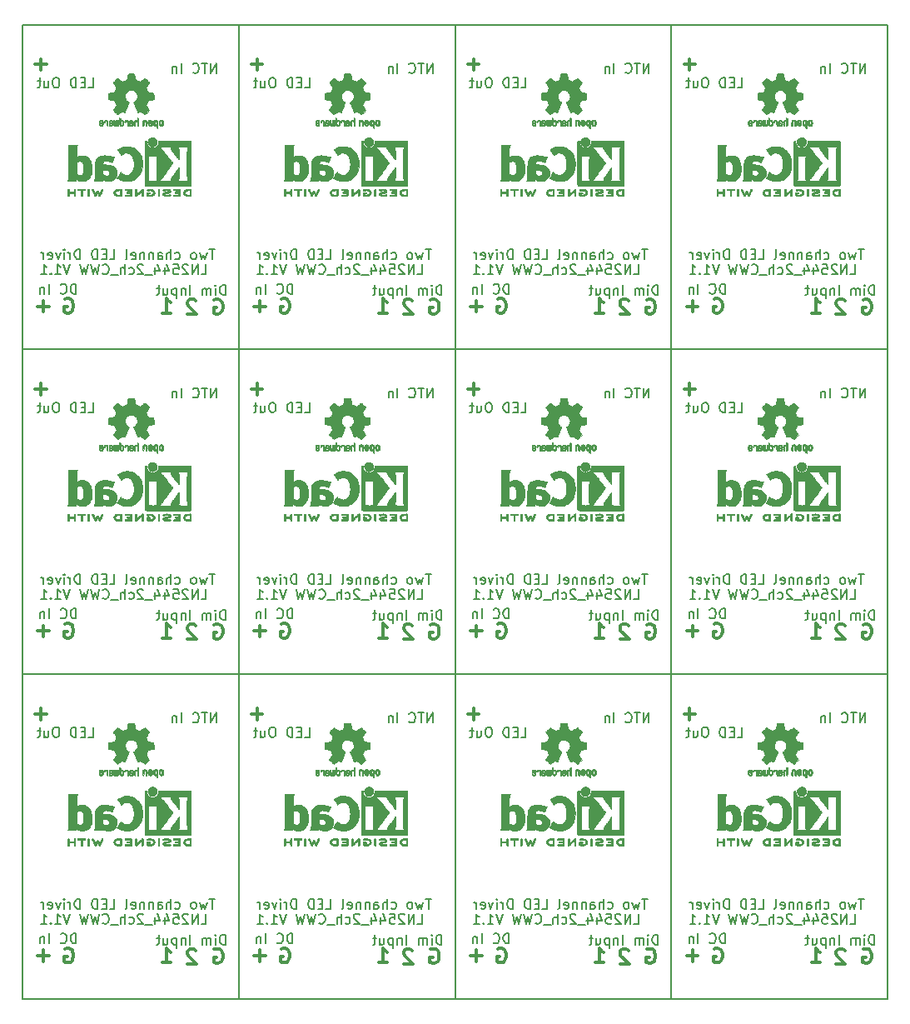
<source format=gbo>
G04 #@! TF.FileFunction,Legend,Bot*
%FSLAX46Y46*%
G04 Gerber Fmt 4.6, Leading zero omitted, Abs format (unit mm)*
G04 Created by KiCad (PCBNEW 4.0.2-stable) date 11/12/2017 10:54:41 AM*
%MOMM*%
G01*
G04 APERTURE LIST*
%ADD10C,0.100000*%
%ADD11C,0.300000*%
%ADD12C,0.150000*%
%ADD13C,0.010000*%
G04 APERTURE END LIST*
D10*
D11*
X160252628Y-140325971D02*
X161109771Y-140325971D01*
X160681199Y-140325971D02*
X160681199Y-138825971D01*
X160824056Y-139040257D01*
X160966914Y-139183114D01*
X161109771Y-139254543D01*
X165520743Y-138973600D02*
X165663600Y-138902171D01*
X165877886Y-138902171D01*
X166092171Y-138973600D01*
X166235029Y-139116457D01*
X166306457Y-139259314D01*
X166377886Y-139545029D01*
X166377886Y-139759314D01*
X166306457Y-140045029D01*
X166235029Y-140187886D01*
X166092171Y-140330743D01*
X165877886Y-140402171D01*
X165735029Y-140402171D01*
X165520743Y-140330743D01*
X165449314Y-140259314D01*
X165449314Y-139759314D01*
X165735029Y-139759314D01*
D12*
X151465533Y-138347181D02*
X151465533Y-137347181D01*
X151227438Y-137347181D01*
X151084580Y-137394800D01*
X150989342Y-137490038D01*
X150941723Y-137585276D01*
X150894104Y-137775752D01*
X150894104Y-137918610D01*
X150941723Y-138109086D01*
X150989342Y-138204324D01*
X151084580Y-138299562D01*
X151227438Y-138347181D01*
X151465533Y-138347181D01*
X149894104Y-138251943D02*
X149941723Y-138299562D01*
X150084580Y-138347181D01*
X150179818Y-138347181D01*
X150322676Y-138299562D01*
X150417914Y-138204324D01*
X150465533Y-138109086D01*
X150513152Y-137918610D01*
X150513152Y-137775752D01*
X150465533Y-137585276D01*
X150417914Y-137490038D01*
X150322676Y-137394800D01*
X150179818Y-137347181D01*
X150084580Y-137347181D01*
X149941723Y-137394800D01*
X149894104Y-137442419D01*
X148703628Y-138347181D02*
X148703628Y-137347181D01*
X148227438Y-137680514D02*
X148227438Y-138347181D01*
X148227438Y-137775752D02*
X148179819Y-137728133D01*
X148084581Y-137680514D01*
X147941723Y-137680514D01*
X147846485Y-137728133D01*
X147798866Y-137823371D01*
X147798866Y-138347181D01*
D11*
X163624371Y-139070429D02*
X163552942Y-138999000D01*
X163410085Y-138927571D01*
X163052942Y-138927571D01*
X162910085Y-138999000D01*
X162838656Y-139070429D01*
X162767228Y-139213286D01*
X162767228Y-139356143D01*
X162838656Y-139570429D01*
X163695799Y-140427571D01*
X162767228Y-140427571D01*
D12*
X165575897Y-133845781D02*
X165004468Y-133845781D01*
X165290183Y-134845781D02*
X165290183Y-133845781D01*
X164766373Y-134179114D02*
X164575897Y-134845781D01*
X164385420Y-134369590D01*
X164194944Y-134845781D01*
X164004468Y-134179114D01*
X163480659Y-134845781D02*
X163575897Y-134798162D01*
X163623516Y-134750543D01*
X163671135Y-134655305D01*
X163671135Y-134369590D01*
X163623516Y-134274352D01*
X163575897Y-134226733D01*
X163480659Y-134179114D01*
X163337801Y-134179114D01*
X163242563Y-134226733D01*
X163194944Y-134274352D01*
X163147325Y-134369590D01*
X163147325Y-134655305D01*
X163194944Y-134750543D01*
X163242563Y-134798162D01*
X163337801Y-134845781D01*
X163480659Y-134845781D01*
X161528277Y-134798162D02*
X161623515Y-134845781D01*
X161813992Y-134845781D01*
X161909230Y-134798162D01*
X161956849Y-134750543D01*
X162004468Y-134655305D01*
X162004468Y-134369590D01*
X161956849Y-134274352D01*
X161909230Y-134226733D01*
X161813992Y-134179114D01*
X161623515Y-134179114D01*
X161528277Y-134226733D01*
X161099706Y-134845781D02*
X161099706Y-133845781D01*
X160671134Y-134845781D02*
X160671134Y-134321971D01*
X160718753Y-134226733D01*
X160813991Y-134179114D01*
X160956849Y-134179114D01*
X161052087Y-134226733D01*
X161099706Y-134274352D01*
X159766372Y-134845781D02*
X159766372Y-134321971D01*
X159813991Y-134226733D01*
X159909229Y-134179114D01*
X160099706Y-134179114D01*
X160194944Y-134226733D01*
X159766372Y-134798162D02*
X159861610Y-134845781D01*
X160099706Y-134845781D01*
X160194944Y-134798162D01*
X160242563Y-134702924D01*
X160242563Y-134607686D01*
X160194944Y-134512448D01*
X160099706Y-134464829D01*
X159861610Y-134464829D01*
X159766372Y-134417210D01*
X159290182Y-134179114D02*
X159290182Y-134845781D01*
X159290182Y-134274352D02*
X159242563Y-134226733D01*
X159147325Y-134179114D01*
X159004467Y-134179114D01*
X158909229Y-134226733D01*
X158861610Y-134321971D01*
X158861610Y-134845781D01*
X158385420Y-134179114D02*
X158385420Y-134845781D01*
X158385420Y-134274352D02*
X158337801Y-134226733D01*
X158242563Y-134179114D01*
X158099705Y-134179114D01*
X158004467Y-134226733D01*
X157956848Y-134321971D01*
X157956848Y-134845781D01*
X157099705Y-134798162D02*
X157194943Y-134845781D01*
X157385420Y-134845781D01*
X157480658Y-134798162D01*
X157528277Y-134702924D01*
X157528277Y-134321971D01*
X157480658Y-134226733D01*
X157385420Y-134179114D01*
X157194943Y-134179114D01*
X157099705Y-134226733D01*
X157052086Y-134321971D01*
X157052086Y-134417210D01*
X157528277Y-134512448D01*
X156480658Y-134845781D02*
X156575896Y-134798162D01*
X156623515Y-134702924D01*
X156623515Y-133845781D01*
X154861609Y-134845781D02*
X155337800Y-134845781D01*
X155337800Y-133845781D01*
X154528276Y-134321971D02*
X154194942Y-134321971D01*
X154052085Y-134845781D02*
X154528276Y-134845781D01*
X154528276Y-133845781D01*
X154052085Y-133845781D01*
X153623514Y-134845781D02*
X153623514Y-133845781D01*
X153385419Y-133845781D01*
X153242561Y-133893400D01*
X153147323Y-133988638D01*
X153099704Y-134083876D01*
X153052085Y-134274352D01*
X153052085Y-134417210D01*
X153099704Y-134607686D01*
X153147323Y-134702924D01*
X153242561Y-134798162D01*
X153385419Y-134845781D01*
X153623514Y-134845781D01*
X151861609Y-134845781D02*
X151861609Y-133845781D01*
X151623514Y-133845781D01*
X151480656Y-133893400D01*
X151385418Y-133988638D01*
X151337799Y-134083876D01*
X151290180Y-134274352D01*
X151290180Y-134417210D01*
X151337799Y-134607686D01*
X151385418Y-134702924D01*
X151480656Y-134798162D01*
X151623514Y-134845781D01*
X151861609Y-134845781D01*
X150861609Y-134845781D02*
X150861609Y-134179114D01*
X150861609Y-134369590D02*
X150813990Y-134274352D01*
X150766371Y-134226733D01*
X150671133Y-134179114D01*
X150575894Y-134179114D01*
X150242561Y-134845781D02*
X150242561Y-134179114D01*
X150242561Y-133845781D02*
X150290180Y-133893400D01*
X150242561Y-133941019D01*
X150194942Y-133893400D01*
X150242561Y-133845781D01*
X150242561Y-133941019D01*
X149861609Y-134179114D02*
X149623514Y-134845781D01*
X149385418Y-134179114D01*
X148623513Y-134798162D02*
X148718751Y-134845781D01*
X148909228Y-134845781D01*
X149004466Y-134798162D01*
X149052085Y-134702924D01*
X149052085Y-134321971D01*
X149004466Y-134226733D01*
X148909228Y-134179114D01*
X148718751Y-134179114D01*
X148623513Y-134226733D01*
X148575894Y-134321971D01*
X148575894Y-134417210D01*
X149052085Y-134512448D01*
X148147323Y-134845781D02*
X148147323Y-134179114D01*
X148147323Y-134369590D02*
X148099704Y-134274352D01*
X148052085Y-134226733D01*
X147956847Y-134179114D01*
X147861608Y-134179114D01*
X164167952Y-136369781D02*
X164644143Y-136369781D01*
X164644143Y-135369781D01*
X163834619Y-136369781D02*
X163834619Y-135369781D01*
X163263190Y-136369781D01*
X163263190Y-135369781D01*
X162834619Y-135465019D02*
X162787000Y-135417400D01*
X162691762Y-135369781D01*
X162453666Y-135369781D01*
X162358428Y-135417400D01*
X162310809Y-135465019D01*
X162263190Y-135560257D01*
X162263190Y-135655495D01*
X162310809Y-135798352D01*
X162882238Y-136369781D01*
X162263190Y-136369781D01*
X161358428Y-135369781D02*
X161834619Y-135369781D01*
X161882238Y-135845971D01*
X161834619Y-135798352D01*
X161739381Y-135750733D01*
X161501285Y-135750733D01*
X161406047Y-135798352D01*
X161358428Y-135845971D01*
X161310809Y-135941210D01*
X161310809Y-136179305D01*
X161358428Y-136274543D01*
X161406047Y-136322162D01*
X161501285Y-136369781D01*
X161739381Y-136369781D01*
X161834619Y-136322162D01*
X161882238Y-136274543D01*
X160453666Y-135703114D02*
X160453666Y-136369781D01*
X160691762Y-135322162D02*
X160929857Y-136036448D01*
X160310809Y-136036448D01*
X159501285Y-135703114D02*
X159501285Y-136369781D01*
X159739381Y-135322162D02*
X159977476Y-136036448D01*
X159358428Y-136036448D01*
X159215571Y-136465019D02*
X158453666Y-136465019D01*
X158263190Y-135465019D02*
X158215571Y-135417400D01*
X158120333Y-135369781D01*
X157882237Y-135369781D01*
X157786999Y-135417400D01*
X157739380Y-135465019D01*
X157691761Y-135560257D01*
X157691761Y-135655495D01*
X157739380Y-135798352D01*
X158310809Y-136369781D01*
X157691761Y-136369781D01*
X156834618Y-136322162D02*
X156929856Y-136369781D01*
X157120333Y-136369781D01*
X157215571Y-136322162D01*
X157263190Y-136274543D01*
X157310809Y-136179305D01*
X157310809Y-135893590D01*
X157263190Y-135798352D01*
X157215571Y-135750733D01*
X157120333Y-135703114D01*
X156929856Y-135703114D01*
X156834618Y-135750733D01*
X156406047Y-136369781D02*
X156406047Y-135369781D01*
X155977475Y-136369781D02*
X155977475Y-135845971D01*
X156025094Y-135750733D01*
X156120332Y-135703114D01*
X156263190Y-135703114D01*
X156358428Y-135750733D01*
X156406047Y-135798352D01*
X155739380Y-136465019D02*
X154977475Y-136465019D01*
X154167951Y-136274543D02*
X154215570Y-136322162D01*
X154358427Y-136369781D01*
X154453665Y-136369781D01*
X154596523Y-136322162D01*
X154691761Y-136226924D01*
X154739380Y-136131686D01*
X154786999Y-135941210D01*
X154786999Y-135798352D01*
X154739380Y-135607876D01*
X154691761Y-135512638D01*
X154596523Y-135417400D01*
X154453665Y-135369781D01*
X154358427Y-135369781D01*
X154215570Y-135417400D01*
X154167951Y-135465019D01*
X153834618Y-135369781D02*
X153596523Y-136369781D01*
X153406046Y-135655495D01*
X153215570Y-136369781D01*
X152977475Y-135369781D01*
X152691761Y-135369781D02*
X152453666Y-136369781D01*
X152263189Y-135655495D01*
X152072713Y-136369781D01*
X151834618Y-135369781D01*
X150834618Y-135369781D02*
X150501285Y-136369781D01*
X150167951Y-135369781D01*
X149310808Y-136369781D02*
X149882237Y-136369781D01*
X149596523Y-136369781D02*
X149596523Y-135369781D01*
X149691761Y-135512638D01*
X149786999Y-135607876D01*
X149882237Y-135655495D01*
X148882237Y-136274543D02*
X148834618Y-136322162D01*
X148882237Y-136369781D01*
X148929856Y-136322162D01*
X148882237Y-136274543D01*
X148882237Y-136369781D01*
X147882237Y-136369781D02*
X148453666Y-136369781D01*
X148167952Y-136369781D02*
X148167952Y-135369781D01*
X148263190Y-135512638D01*
X148358428Y-135607876D01*
X148453666Y-135655495D01*
X166624371Y-138474181D02*
X166624371Y-137474181D01*
X166386276Y-137474181D01*
X166243418Y-137521800D01*
X166148180Y-137617038D01*
X166100561Y-137712276D01*
X166052942Y-137902752D01*
X166052942Y-138045610D01*
X166100561Y-138236086D01*
X166148180Y-138331324D01*
X166243418Y-138426562D01*
X166386276Y-138474181D01*
X166624371Y-138474181D01*
X165624371Y-138474181D02*
X165624371Y-137807514D01*
X165624371Y-137474181D02*
X165671990Y-137521800D01*
X165624371Y-137569419D01*
X165576752Y-137521800D01*
X165624371Y-137474181D01*
X165624371Y-137569419D01*
X165148181Y-138474181D02*
X165148181Y-137807514D01*
X165148181Y-137902752D02*
X165100562Y-137855133D01*
X165005324Y-137807514D01*
X164862466Y-137807514D01*
X164767228Y-137855133D01*
X164719609Y-137950371D01*
X164719609Y-138474181D01*
X164719609Y-137950371D02*
X164671990Y-137855133D01*
X164576752Y-137807514D01*
X164433895Y-137807514D01*
X164338657Y-137855133D01*
X164291038Y-137950371D01*
X164291038Y-138474181D01*
X163052943Y-138474181D02*
X163052943Y-137474181D01*
X162576753Y-137807514D02*
X162576753Y-138474181D01*
X162576753Y-137902752D02*
X162529134Y-137855133D01*
X162433896Y-137807514D01*
X162291038Y-137807514D01*
X162195800Y-137855133D01*
X162148181Y-137950371D01*
X162148181Y-138474181D01*
X161671991Y-137807514D02*
X161671991Y-138807514D01*
X161671991Y-137855133D02*
X161576753Y-137807514D01*
X161386276Y-137807514D01*
X161291038Y-137855133D01*
X161243419Y-137902752D01*
X161195800Y-137997990D01*
X161195800Y-138283705D01*
X161243419Y-138378943D01*
X161291038Y-138426562D01*
X161386276Y-138474181D01*
X161576753Y-138474181D01*
X161671991Y-138426562D01*
X160338657Y-137807514D02*
X160338657Y-138474181D01*
X160767229Y-137807514D02*
X160767229Y-138331324D01*
X160719610Y-138426562D01*
X160624372Y-138474181D01*
X160481514Y-138474181D01*
X160386276Y-138426562D01*
X160338657Y-138378943D01*
X160005324Y-137807514D02*
X159624372Y-137807514D01*
X159862467Y-137474181D02*
X159862467Y-138331324D01*
X159814848Y-138426562D01*
X159719610Y-138474181D01*
X159624372Y-138474181D01*
X165713295Y-115922781D02*
X165713295Y-114922781D01*
X165141866Y-115922781D01*
X165141866Y-114922781D01*
X164808533Y-114922781D02*
X164237104Y-114922781D01*
X164522819Y-115922781D02*
X164522819Y-114922781D01*
X163332342Y-115827543D02*
X163379961Y-115875162D01*
X163522818Y-115922781D01*
X163618056Y-115922781D01*
X163760914Y-115875162D01*
X163856152Y-115779924D01*
X163903771Y-115684686D01*
X163951390Y-115494210D01*
X163951390Y-115351352D01*
X163903771Y-115160876D01*
X163856152Y-115065638D01*
X163760914Y-114970400D01*
X163618056Y-114922781D01*
X163522818Y-114922781D01*
X163379961Y-114970400D01*
X163332342Y-115018019D01*
X162141866Y-115922781D02*
X162141866Y-114922781D01*
X161665676Y-115256114D02*
X161665676Y-115922781D01*
X161665676Y-115351352D02*
X161618057Y-115303733D01*
X161522819Y-115256114D01*
X161379961Y-115256114D01*
X161284723Y-115303733D01*
X161237104Y-115398971D01*
X161237104Y-115922781D01*
X152705314Y-117395981D02*
X153181505Y-117395981D01*
X153181505Y-116395981D01*
X152371981Y-116872171D02*
X152038647Y-116872171D01*
X151895790Y-117395981D02*
X152371981Y-117395981D01*
X152371981Y-116395981D01*
X151895790Y-116395981D01*
X151467219Y-117395981D02*
X151467219Y-116395981D01*
X151229124Y-116395981D01*
X151086266Y-116443600D01*
X150991028Y-116538838D01*
X150943409Y-116634076D01*
X150895790Y-116824552D01*
X150895790Y-116967410D01*
X150943409Y-117157886D01*
X150991028Y-117253124D01*
X151086266Y-117348362D01*
X151229124Y-117395981D01*
X151467219Y-117395981D01*
X149514838Y-116395981D02*
X149324361Y-116395981D01*
X149229123Y-116443600D01*
X149133885Y-116538838D01*
X149086266Y-116729314D01*
X149086266Y-117062648D01*
X149133885Y-117253124D01*
X149229123Y-117348362D01*
X149324361Y-117395981D01*
X149514838Y-117395981D01*
X149610076Y-117348362D01*
X149705314Y-117253124D01*
X149752933Y-117062648D01*
X149752933Y-116729314D01*
X149705314Y-116538838D01*
X149610076Y-116443600D01*
X149514838Y-116395981D01*
X148229123Y-116729314D02*
X148229123Y-117395981D01*
X148657695Y-116729314D02*
X148657695Y-117253124D01*
X148610076Y-117348362D01*
X148514838Y-117395981D01*
X148371980Y-117395981D01*
X148276742Y-117348362D01*
X148229123Y-117300743D01*
X147895790Y-116729314D02*
X147514838Y-116729314D01*
X147752933Y-116395981D02*
X147752933Y-117253124D01*
X147705314Y-117348362D01*
X147610076Y-117395981D01*
X147514838Y-117395981D01*
D11*
X141624371Y-139070429D02*
X141552942Y-138999000D01*
X141410085Y-138927571D01*
X141052942Y-138927571D01*
X140910085Y-138999000D01*
X140838656Y-139070429D01*
X140767228Y-139213286D01*
X140767228Y-139356143D01*
X140838656Y-139570429D01*
X141695799Y-140427571D01*
X140767228Y-140427571D01*
X138252628Y-140325971D02*
X139109771Y-140325971D01*
X138681199Y-140325971D02*
X138681199Y-138825971D01*
X138824056Y-139040257D01*
X138966914Y-139183114D01*
X139109771Y-139254543D01*
D12*
X144624371Y-138474181D02*
X144624371Y-137474181D01*
X144386276Y-137474181D01*
X144243418Y-137521800D01*
X144148180Y-137617038D01*
X144100561Y-137712276D01*
X144052942Y-137902752D01*
X144052942Y-138045610D01*
X144100561Y-138236086D01*
X144148180Y-138331324D01*
X144243418Y-138426562D01*
X144386276Y-138474181D01*
X144624371Y-138474181D01*
X143624371Y-138474181D02*
X143624371Y-137807514D01*
X143624371Y-137474181D02*
X143671990Y-137521800D01*
X143624371Y-137569419D01*
X143576752Y-137521800D01*
X143624371Y-137474181D01*
X143624371Y-137569419D01*
X143148181Y-138474181D02*
X143148181Y-137807514D01*
X143148181Y-137902752D02*
X143100562Y-137855133D01*
X143005324Y-137807514D01*
X142862466Y-137807514D01*
X142767228Y-137855133D01*
X142719609Y-137950371D01*
X142719609Y-138474181D01*
X142719609Y-137950371D02*
X142671990Y-137855133D01*
X142576752Y-137807514D01*
X142433895Y-137807514D01*
X142338657Y-137855133D01*
X142291038Y-137950371D01*
X142291038Y-138474181D01*
X141052943Y-138474181D02*
X141052943Y-137474181D01*
X140576753Y-137807514D02*
X140576753Y-138474181D01*
X140576753Y-137902752D02*
X140529134Y-137855133D01*
X140433896Y-137807514D01*
X140291038Y-137807514D01*
X140195800Y-137855133D01*
X140148181Y-137950371D01*
X140148181Y-138474181D01*
X139671991Y-137807514D02*
X139671991Y-138807514D01*
X139671991Y-137855133D02*
X139576753Y-137807514D01*
X139386276Y-137807514D01*
X139291038Y-137855133D01*
X139243419Y-137902752D01*
X139195800Y-137997990D01*
X139195800Y-138283705D01*
X139243419Y-138378943D01*
X139291038Y-138426562D01*
X139386276Y-138474181D01*
X139576753Y-138474181D01*
X139671991Y-138426562D01*
X138338657Y-137807514D02*
X138338657Y-138474181D01*
X138767229Y-137807514D02*
X138767229Y-138331324D01*
X138719610Y-138426562D01*
X138624372Y-138474181D01*
X138481514Y-138474181D01*
X138386276Y-138426562D01*
X138338657Y-138378943D01*
X138005324Y-137807514D02*
X137624372Y-137807514D01*
X137862467Y-137474181D02*
X137862467Y-138331324D01*
X137814848Y-138426562D01*
X137719610Y-138474181D01*
X137624372Y-138474181D01*
D11*
X148705028Y-139627543D02*
X147562171Y-139627543D01*
X148133600Y-140198971D02*
X148133600Y-139056114D01*
X150331543Y-138897400D02*
X150474400Y-138825971D01*
X150688686Y-138825971D01*
X150902971Y-138897400D01*
X151045829Y-139040257D01*
X151117257Y-139183114D01*
X151188686Y-139468829D01*
X151188686Y-139683114D01*
X151117257Y-139968829D01*
X151045829Y-140111686D01*
X150902971Y-140254543D01*
X150688686Y-140325971D01*
X150545829Y-140325971D01*
X150331543Y-140254543D01*
X150260114Y-140183114D01*
X150260114Y-139683114D01*
X150545829Y-139683114D01*
X143520743Y-138973600D02*
X143663600Y-138902171D01*
X143877886Y-138902171D01*
X144092171Y-138973600D01*
X144235029Y-139116457D01*
X144306457Y-139259314D01*
X144377886Y-139545029D01*
X144377886Y-139759314D01*
X144306457Y-140045029D01*
X144235029Y-140187886D01*
X144092171Y-140330743D01*
X143877886Y-140402171D01*
X143735029Y-140402171D01*
X143520743Y-140330743D01*
X143449314Y-140259314D01*
X143449314Y-139759314D01*
X143735029Y-139759314D01*
X126705028Y-139627543D02*
X125562171Y-139627543D01*
X126133600Y-140198971D02*
X126133600Y-139056114D01*
D12*
X143575897Y-133845781D02*
X143004468Y-133845781D01*
X143290183Y-134845781D02*
X143290183Y-133845781D01*
X142766373Y-134179114D02*
X142575897Y-134845781D01*
X142385420Y-134369590D01*
X142194944Y-134845781D01*
X142004468Y-134179114D01*
X141480659Y-134845781D02*
X141575897Y-134798162D01*
X141623516Y-134750543D01*
X141671135Y-134655305D01*
X141671135Y-134369590D01*
X141623516Y-134274352D01*
X141575897Y-134226733D01*
X141480659Y-134179114D01*
X141337801Y-134179114D01*
X141242563Y-134226733D01*
X141194944Y-134274352D01*
X141147325Y-134369590D01*
X141147325Y-134655305D01*
X141194944Y-134750543D01*
X141242563Y-134798162D01*
X141337801Y-134845781D01*
X141480659Y-134845781D01*
X139528277Y-134798162D02*
X139623515Y-134845781D01*
X139813992Y-134845781D01*
X139909230Y-134798162D01*
X139956849Y-134750543D01*
X140004468Y-134655305D01*
X140004468Y-134369590D01*
X139956849Y-134274352D01*
X139909230Y-134226733D01*
X139813992Y-134179114D01*
X139623515Y-134179114D01*
X139528277Y-134226733D01*
X139099706Y-134845781D02*
X139099706Y-133845781D01*
X138671134Y-134845781D02*
X138671134Y-134321971D01*
X138718753Y-134226733D01*
X138813991Y-134179114D01*
X138956849Y-134179114D01*
X139052087Y-134226733D01*
X139099706Y-134274352D01*
X137766372Y-134845781D02*
X137766372Y-134321971D01*
X137813991Y-134226733D01*
X137909229Y-134179114D01*
X138099706Y-134179114D01*
X138194944Y-134226733D01*
X137766372Y-134798162D02*
X137861610Y-134845781D01*
X138099706Y-134845781D01*
X138194944Y-134798162D01*
X138242563Y-134702924D01*
X138242563Y-134607686D01*
X138194944Y-134512448D01*
X138099706Y-134464829D01*
X137861610Y-134464829D01*
X137766372Y-134417210D01*
X137290182Y-134179114D02*
X137290182Y-134845781D01*
X137290182Y-134274352D02*
X137242563Y-134226733D01*
X137147325Y-134179114D01*
X137004467Y-134179114D01*
X136909229Y-134226733D01*
X136861610Y-134321971D01*
X136861610Y-134845781D01*
X136385420Y-134179114D02*
X136385420Y-134845781D01*
X136385420Y-134274352D02*
X136337801Y-134226733D01*
X136242563Y-134179114D01*
X136099705Y-134179114D01*
X136004467Y-134226733D01*
X135956848Y-134321971D01*
X135956848Y-134845781D01*
X135099705Y-134798162D02*
X135194943Y-134845781D01*
X135385420Y-134845781D01*
X135480658Y-134798162D01*
X135528277Y-134702924D01*
X135528277Y-134321971D01*
X135480658Y-134226733D01*
X135385420Y-134179114D01*
X135194943Y-134179114D01*
X135099705Y-134226733D01*
X135052086Y-134321971D01*
X135052086Y-134417210D01*
X135528277Y-134512448D01*
X134480658Y-134845781D02*
X134575896Y-134798162D01*
X134623515Y-134702924D01*
X134623515Y-133845781D01*
X132861609Y-134845781D02*
X133337800Y-134845781D01*
X133337800Y-133845781D01*
X132528276Y-134321971D02*
X132194942Y-134321971D01*
X132052085Y-134845781D02*
X132528276Y-134845781D01*
X132528276Y-133845781D01*
X132052085Y-133845781D01*
X131623514Y-134845781D02*
X131623514Y-133845781D01*
X131385419Y-133845781D01*
X131242561Y-133893400D01*
X131147323Y-133988638D01*
X131099704Y-134083876D01*
X131052085Y-134274352D01*
X131052085Y-134417210D01*
X131099704Y-134607686D01*
X131147323Y-134702924D01*
X131242561Y-134798162D01*
X131385419Y-134845781D01*
X131623514Y-134845781D01*
X129861609Y-134845781D02*
X129861609Y-133845781D01*
X129623514Y-133845781D01*
X129480656Y-133893400D01*
X129385418Y-133988638D01*
X129337799Y-134083876D01*
X129290180Y-134274352D01*
X129290180Y-134417210D01*
X129337799Y-134607686D01*
X129385418Y-134702924D01*
X129480656Y-134798162D01*
X129623514Y-134845781D01*
X129861609Y-134845781D01*
X128861609Y-134845781D02*
X128861609Y-134179114D01*
X128861609Y-134369590D02*
X128813990Y-134274352D01*
X128766371Y-134226733D01*
X128671133Y-134179114D01*
X128575894Y-134179114D01*
X128242561Y-134845781D02*
X128242561Y-134179114D01*
X128242561Y-133845781D02*
X128290180Y-133893400D01*
X128242561Y-133941019D01*
X128194942Y-133893400D01*
X128242561Y-133845781D01*
X128242561Y-133941019D01*
X127861609Y-134179114D02*
X127623514Y-134845781D01*
X127385418Y-134179114D01*
X126623513Y-134798162D02*
X126718751Y-134845781D01*
X126909228Y-134845781D01*
X127004466Y-134798162D01*
X127052085Y-134702924D01*
X127052085Y-134321971D01*
X127004466Y-134226733D01*
X126909228Y-134179114D01*
X126718751Y-134179114D01*
X126623513Y-134226733D01*
X126575894Y-134321971D01*
X126575894Y-134417210D01*
X127052085Y-134512448D01*
X126147323Y-134845781D02*
X126147323Y-134179114D01*
X126147323Y-134369590D02*
X126099704Y-134274352D01*
X126052085Y-134226733D01*
X125956847Y-134179114D01*
X125861608Y-134179114D01*
X142167952Y-136369781D02*
X142644143Y-136369781D01*
X142644143Y-135369781D01*
X141834619Y-136369781D02*
X141834619Y-135369781D01*
X141263190Y-136369781D01*
X141263190Y-135369781D01*
X140834619Y-135465019D02*
X140787000Y-135417400D01*
X140691762Y-135369781D01*
X140453666Y-135369781D01*
X140358428Y-135417400D01*
X140310809Y-135465019D01*
X140263190Y-135560257D01*
X140263190Y-135655495D01*
X140310809Y-135798352D01*
X140882238Y-136369781D01*
X140263190Y-136369781D01*
X139358428Y-135369781D02*
X139834619Y-135369781D01*
X139882238Y-135845971D01*
X139834619Y-135798352D01*
X139739381Y-135750733D01*
X139501285Y-135750733D01*
X139406047Y-135798352D01*
X139358428Y-135845971D01*
X139310809Y-135941210D01*
X139310809Y-136179305D01*
X139358428Y-136274543D01*
X139406047Y-136322162D01*
X139501285Y-136369781D01*
X139739381Y-136369781D01*
X139834619Y-136322162D01*
X139882238Y-136274543D01*
X138453666Y-135703114D02*
X138453666Y-136369781D01*
X138691762Y-135322162D02*
X138929857Y-136036448D01*
X138310809Y-136036448D01*
X137501285Y-135703114D02*
X137501285Y-136369781D01*
X137739381Y-135322162D02*
X137977476Y-136036448D01*
X137358428Y-136036448D01*
X137215571Y-136465019D02*
X136453666Y-136465019D01*
X136263190Y-135465019D02*
X136215571Y-135417400D01*
X136120333Y-135369781D01*
X135882237Y-135369781D01*
X135786999Y-135417400D01*
X135739380Y-135465019D01*
X135691761Y-135560257D01*
X135691761Y-135655495D01*
X135739380Y-135798352D01*
X136310809Y-136369781D01*
X135691761Y-136369781D01*
X134834618Y-136322162D02*
X134929856Y-136369781D01*
X135120333Y-136369781D01*
X135215571Y-136322162D01*
X135263190Y-136274543D01*
X135310809Y-136179305D01*
X135310809Y-135893590D01*
X135263190Y-135798352D01*
X135215571Y-135750733D01*
X135120333Y-135703114D01*
X134929856Y-135703114D01*
X134834618Y-135750733D01*
X134406047Y-136369781D02*
X134406047Y-135369781D01*
X133977475Y-136369781D02*
X133977475Y-135845971D01*
X134025094Y-135750733D01*
X134120332Y-135703114D01*
X134263190Y-135703114D01*
X134358428Y-135750733D01*
X134406047Y-135798352D01*
X133739380Y-136465019D02*
X132977475Y-136465019D01*
X132167951Y-136274543D02*
X132215570Y-136322162D01*
X132358427Y-136369781D01*
X132453665Y-136369781D01*
X132596523Y-136322162D01*
X132691761Y-136226924D01*
X132739380Y-136131686D01*
X132786999Y-135941210D01*
X132786999Y-135798352D01*
X132739380Y-135607876D01*
X132691761Y-135512638D01*
X132596523Y-135417400D01*
X132453665Y-135369781D01*
X132358427Y-135369781D01*
X132215570Y-135417400D01*
X132167951Y-135465019D01*
X131834618Y-135369781D02*
X131596523Y-136369781D01*
X131406046Y-135655495D01*
X131215570Y-136369781D01*
X130977475Y-135369781D01*
X130691761Y-135369781D02*
X130453666Y-136369781D01*
X130263189Y-135655495D01*
X130072713Y-136369781D01*
X129834618Y-135369781D01*
X128834618Y-135369781D02*
X128501285Y-136369781D01*
X128167951Y-135369781D01*
X127310808Y-136369781D02*
X127882237Y-136369781D01*
X127596523Y-136369781D02*
X127596523Y-135369781D01*
X127691761Y-135512638D01*
X127786999Y-135607876D01*
X127882237Y-135655495D01*
X126882237Y-136274543D02*
X126834618Y-136322162D01*
X126882237Y-136369781D01*
X126929856Y-136322162D01*
X126882237Y-136274543D01*
X126882237Y-136369781D01*
X125882237Y-136369781D02*
X126453666Y-136369781D01*
X126167952Y-136369781D02*
X126167952Y-135369781D01*
X126263190Y-135512638D01*
X126358428Y-135607876D01*
X126453666Y-135655495D01*
X129465533Y-138347181D02*
X129465533Y-137347181D01*
X129227438Y-137347181D01*
X129084580Y-137394800D01*
X128989342Y-137490038D01*
X128941723Y-137585276D01*
X128894104Y-137775752D01*
X128894104Y-137918610D01*
X128941723Y-138109086D01*
X128989342Y-138204324D01*
X129084580Y-138299562D01*
X129227438Y-138347181D01*
X129465533Y-138347181D01*
X127894104Y-138251943D02*
X127941723Y-138299562D01*
X128084580Y-138347181D01*
X128179818Y-138347181D01*
X128322676Y-138299562D01*
X128417914Y-138204324D01*
X128465533Y-138109086D01*
X128513152Y-137918610D01*
X128513152Y-137775752D01*
X128465533Y-137585276D01*
X128417914Y-137490038D01*
X128322676Y-137394800D01*
X128179818Y-137347181D01*
X128084580Y-137347181D01*
X127941723Y-137394800D01*
X127894104Y-137442419D01*
X126703628Y-138347181D02*
X126703628Y-137347181D01*
X126227438Y-137680514D02*
X126227438Y-138347181D01*
X126227438Y-137775752D02*
X126179819Y-137728133D01*
X126084581Y-137680514D01*
X125941723Y-137680514D01*
X125846485Y-137728133D01*
X125798866Y-137823371D01*
X125798866Y-138347181D01*
D11*
X128331543Y-138897400D02*
X128474400Y-138825971D01*
X128688686Y-138825971D01*
X128902971Y-138897400D01*
X129045829Y-139040257D01*
X129117257Y-139183114D01*
X129188686Y-139468829D01*
X129188686Y-139683114D01*
X129117257Y-139968829D01*
X129045829Y-140111686D01*
X128902971Y-140254543D01*
X128688686Y-140325971D01*
X128545829Y-140325971D01*
X128331543Y-140254543D01*
X128260114Y-140183114D01*
X128260114Y-139683114D01*
X128545829Y-139683114D01*
D12*
X130705314Y-117395981D02*
X131181505Y-117395981D01*
X131181505Y-116395981D01*
X130371981Y-116872171D02*
X130038647Y-116872171D01*
X129895790Y-117395981D02*
X130371981Y-117395981D01*
X130371981Y-116395981D01*
X129895790Y-116395981D01*
X129467219Y-117395981D02*
X129467219Y-116395981D01*
X129229124Y-116395981D01*
X129086266Y-116443600D01*
X128991028Y-116538838D01*
X128943409Y-116634076D01*
X128895790Y-116824552D01*
X128895790Y-116967410D01*
X128943409Y-117157886D01*
X128991028Y-117253124D01*
X129086266Y-117348362D01*
X129229124Y-117395981D01*
X129467219Y-117395981D01*
X127514838Y-116395981D02*
X127324361Y-116395981D01*
X127229123Y-116443600D01*
X127133885Y-116538838D01*
X127086266Y-116729314D01*
X127086266Y-117062648D01*
X127133885Y-117253124D01*
X127229123Y-117348362D01*
X127324361Y-117395981D01*
X127514838Y-117395981D01*
X127610076Y-117348362D01*
X127705314Y-117253124D01*
X127752933Y-117062648D01*
X127752933Y-116729314D01*
X127705314Y-116538838D01*
X127610076Y-116443600D01*
X127514838Y-116395981D01*
X126229123Y-116729314D02*
X126229123Y-117395981D01*
X126657695Y-116729314D02*
X126657695Y-117253124D01*
X126610076Y-117348362D01*
X126514838Y-117395981D01*
X126371980Y-117395981D01*
X126276742Y-117348362D01*
X126229123Y-117300743D01*
X125895790Y-116729314D02*
X125514838Y-116729314D01*
X125752933Y-116395981D02*
X125752933Y-117253124D01*
X125705314Y-117348362D01*
X125610076Y-117395981D01*
X125514838Y-117395981D01*
D11*
X125282772Y-115044143D02*
X126425629Y-115044143D01*
X125854200Y-115615571D02*
X125854200Y-114472714D01*
D12*
X143713295Y-115922781D02*
X143713295Y-114922781D01*
X143141866Y-115922781D01*
X143141866Y-114922781D01*
X142808533Y-114922781D02*
X142237104Y-114922781D01*
X142522819Y-115922781D02*
X142522819Y-114922781D01*
X141332342Y-115827543D02*
X141379961Y-115875162D01*
X141522818Y-115922781D01*
X141618056Y-115922781D01*
X141760914Y-115875162D01*
X141856152Y-115779924D01*
X141903771Y-115684686D01*
X141951390Y-115494210D01*
X141951390Y-115351352D01*
X141903771Y-115160876D01*
X141856152Y-115065638D01*
X141760914Y-114970400D01*
X141618056Y-114922781D01*
X141522818Y-114922781D01*
X141379961Y-114970400D01*
X141332342Y-115018019D01*
X140141866Y-115922781D02*
X140141866Y-114922781D01*
X139665676Y-115256114D02*
X139665676Y-115922781D01*
X139665676Y-115351352D02*
X139618057Y-115303733D01*
X139522819Y-115256114D01*
X139379961Y-115256114D01*
X139284723Y-115303733D01*
X139237104Y-115398971D01*
X139237104Y-115922781D01*
D11*
X147282772Y-115044143D02*
X148425629Y-115044143D01*
X147854200Y-115615571D02*
X147854200Y-114472714D01*
D12*
X86705314Y-117395981D02*
X87181505Y-117395981D01*
X87181505Y-116395981D01*
X86371981Y-116872171D02*
X86038647Y-116872171D01*
X85895790Y-117395981D02*
X86371981Y-117395981D01*
X86371981Y-116395981D01*
X85895790Y-116395981D01*
X85467219Y-117395981D02*
X85467219Y-116395981D01*
X85229124Y-116395981D01*
X85086266Y-116443600D01*
X84991028Y-116538838D01*
X84943409Y-116634076D01*
X84895790Y-116824552D01*
X84895790Y-116967410D01*
X84943409Y-117157886D01*
X84991028Y-117253124D01*
X85086266Y-117348362D01*
X85229124Y-117395981D01*
X85467219Y-117395981D01*
X83514838Y-116395981D02*
X83324361Y-116395981D01*
X83229123Y-116443600D01*
X83133885Y-116538838D01*
X83086266Y-116729314D01*
X83086266Y-117062648D01*
X83133885Y-117253124D01*
X83229123Y-117348362D01*
X83324361Y-117395981D01*
X83514838Y-117395981D01*
X83610076Y-117348362D01*
X83705314Y-117253124D01*
X83752933Y-117062648D01*
X83752933Y-116729314D01*
X83705314Y-116538838D01*
X83610076Y-116443600D01*
X83514838Y-116395981D01*
X82229123Y-116729314D02*
X82229123Y-117395981D01*
X82657695Y-116729314D02*
X82657695Y-117253124D01*
X82610076Y-117348362D01*
X82514838Y-117395981D01*
X82371980Y-117395981D01*
X82276742Y-117348362D01*
X82229123Y-117300743D01*
X81895790Y-116729314D02*
X81514838Y-116729314D01*
X81752933Y-116395981D02*
X81752933Y-117253124D01*
X81705314Y-117348362D01*
X81610076Y-117395981D01*
X81514838Y-117395981D01*
D11*
X81282772Y-115044143D02*
X82425629Y-115044143D01*
X81854200Y-115615571D02*
X81854200Y-114472714D01*
D12*
X99713295Y-115922781D02*
X99713295Y-114922781D01*
X99141866Y-115922781D01*
X99141866Y-114922781D01*
X98808533Y-114922781D02*
X98237104Y-114922781D01*
X98522819Y-115922781D02*
X98522819Y-114922781D01*
X97332342Y-115827543D02*
X97379961Y-115875162D01*
X97522818Y-115922781D01*
X97618056Y-115922781D01*
X97760914Y-115875162D01*
X97856152Y-115779924D01*
X97903771Y-115684686D01*
X97951390Y-115494210D01*
X97951390Y-115351352D01*
X97903771Y-115160876D01*
X97856152Y-115065638D01*
X97760914Y-114970400D01*
X97618056Y-114922781D01*
X97522818Y-114922781D01*
X97379961Y-114970400D01*
X97332342Y-115018019D01*
X96141866Y-115922781D02*
X96141866Y-114922781D01*
X95665676Y-115256114D02*
X95665676Y-115922781D01*
X95665676Y-115351352D02*
X95618057Y-115303733D01*
X95522819Y-115256114D01*
X95379961Y-115256114D01*
X95284723Y-115303733D01*
X95237104Y-115398971D01*
X95237104Y-115922781D01*
X85465533Y-138347181D02*
X85465533Y-137347181D01*
X85227438Y-137347181D01*
X85084580Y-137394800D01*
X84989342Y-137490038D01*
X84941723Y-137585276D01*
X84894104Y-137775752D01*
X84894104Y-137918610D01*
X84941723Y-138109086D01*
X84989342Y-138204324D01*
X85084580Y-138299562D01*
X85227438Y-138347181D01*
X85465533Y-138347181D01*
X83894104Y-138251943D02*
X83941723Y-138299562D01*
X84084580Y-138347181D01*
X84179818Y-138347181D01*
X84322676Y-138299562D01*
X84417914Y-138204324D01*
X84465533Y-138109086D01*
X84513152Y-137918610D01*
X84513152Y-137775752D01*
X84465533Y-137585276D01*
X84417914Y-137490038D01*
X84322676Y-137394800D01*
X84179818Y-137347181D01*
X84084580Y-137347181D01*
X83941723Y-137394800D01*
X83894104Y-137442419D01*
X82703628Y-138347181D02*
X82703628Y-137347181D01*
X82227438Y-137680514D02*
X82227438Y-138347181D01*
X82227438Y-137775752D02*
X82179819Y-137728133D01*
X82084581Y-137680514D01*
X81941723Y-137680514D01*
X81846485Y-137728133D01*
X81798866Y-137823371D01*
X81798866Y-138347181D01*
X98167952Y-136369781D02*
X98644143Y-136369781D01*
X98644143Y-135369781D01*
X97834619Y-136369781D02*
X97834619Y-135369781D01*
X97263190Y-136369781D01*
X97263190Y-135369781D01*
X96834619Y-135465019D02*
X96787000Y-135417400D01*
X96691762Y-135369781D01*
X96453666Y-135369781D01*
X96358428Y-135417400D01*
X96310809Y-135465019D01*
X96263190Y-135560257D01*
X96263190Y-135655495D01*
X96310809Y-135798352D01*
X96882238Y-136369781D01*
X96263190Y-136369781D01*
X95358428Y-135369781D02*
X95834619Y-135369781D01*
X95882238Y-135845971D01*
X95834619Y-135798352D01*
X95739381Y-135750733D01*
X95501285Y-135750733D01*
X95406047Y-135798352D01*
X95358428Y-135845971D01*
X95310809Y-135941210D01*
X95310809Y-136179305D01*
X95358428Y-136274543D01*
X95406047Y-136322162D01*
X95501285Y-136369781D01*
X95739381Y-136369781D01*
X95834619Y-136322162D01*
X95882238Y-136274543D01*
X94453666Y-135703114D02*
X94453666Y-136369781D01*
X94691762Y-135322162D02*
X94929857Y-136036448D01*
X94310809Y-136036448D01*
X93501285Y-135703114D02*
X93501285Y-136369781D01*
X93739381Y-135322162D02*
X93977476Y-136036448D01*
X93358428Y-136036448D01*
X93215571Y-136465019D02*
X92453666Y-136465019D01*
X92263190Y-135465019D02*
X92215571Y-135417400D01*
X92120333Y-135369781D01*
X91882237Y-135369781D01*
X91786999Y-135417400D01*
X91739380Y-135465019D01*
X91691761Y-135560257D01*
X91691761Y-135655495D01*
X91739380Y-135798352D01*
X92310809Y-136369781D01*
X91691761Y-136369781D01*
X90834618Y-136322162D02*
X90929856Y-136369781D01*
X91120333Y-136369781D01*
X91215571Y-136322162D01*
X91263190Y-136274543D01*
X91310809Y-136179305D01*
X91310809Y-135893590D01*
X91263190Y-135798352D01*
X91215571Y-135750733D01*
X91120333Y-135703114D01*
X90929856Y-135703114D01*
X90834618Y-135750733D01*
X90406047Y-136369781D02*
X90406047Y-135369781D01*
X89977475Y-136369781D02*
X89977475Y-135845971D01*
X90025094Y-135750733D01*
X90120332Y-135703114D01*
X90263190Y-135703114D01*
X90358428Y-135750733D01*
X90406047Y-135798352D01*
X89739380Y-136465019D02*
X88977475Y-136465019D01*
X88167951Y-136274543D02*
X88215570Y-136322162D01*
X88358427Y-136369781D01*
X88453665Y-136369781D01*
X88596523Y-136322162D01*
X88691761Y-136226924D01*
X88739380Y-136131686D01*
X88786999Y-135941210D01*
X88786999Y-135798352D01*
X88739380Y-135607876D01*
X88691761Y-135512638D01*
X88596523Y-135417400D01*
X88453665Y-135369781D01*
X88358427Y-135369781D01*
X88215570Y-135417400D01*
X88167951Y-135465019D01*
X87834618Y-135369781D02*
X87596523Y-136369781D01*
X87406046Y-135655495D01*
X87215570Y-136369781D01*
X86977475Y-135369781D01*
X86691761Y-135369781D02*
X86453666Y-136369781D01*
X86263189Y-135655495D01*
X86072713Y-136369781D01*
X85834618Y-135369781D01*
X84834618Y-135369781D02*
X84501285Y-136369781D01*
X84167951Y-135369781D01*
X83310808Y-136369781D02*
X83882237Y-136369781D01*
X83596523Y-136369781D02*
X83596523Y-135369781D01*
X83691761Y-135512638D01*
X83786999Y-135607876D01*
X83882237Y-135655495D01*
X82882237Y-136274543D02*
X82834618Y-136322162D01*
X82882237Y-136369781D01*
X82929856Y-136322162D01*
X82882237Y-136274543D01*
X82882237Y-136369781D01*
X81882237Y-136369781D02*
X82453666Y-136369781D01*
X82167952Y-136369781D02*
X82167952Y-135369781D01*
X82263190Y-135512638D01*
X82358428Y-135607876D01*
X82453666Y-135655495D01*
D11*
X84331543Y-138897400D02*
X84474400Y-138825971D01*
X84688686Y-138825971D01*
X84902971Y-138897400D01*
X85045829Y-139040257D01*
X85117257Y-139183114D01*
X85188686Y-139468829D01*
X85188686Y-139683114D01*
X85117257Y-139968829D01*
X85045829Y-140111686D01*
X84902971Y-140254543D01*
X84688686Y-140325971D01*
X84545829Y-140325971D01*
X84331543Y-140254543D01*
X84260114Y-140183114D01*
X84260114Y-139683114D01*
X84545829Y-139683114D01*
X82705028Y-139627543D02*
X81562171Y-139627543D01*
X82133600Y-140198971D02*
X82133600Y-139056114D01*
D12*
X99575897Y-133845781D02*
X99004468Y-133845781D01*
X99290183Y-134845781D02*
X99290183Y-133845781D01*
X98766373Y-134179114D02*
X98575897Y-134845781D01*
X98385420Y-134369590D01*
X98194944Y-134845781D01*
X98004468Y-134179114D01*
X97480659Y-134845781D02*
X97575897Y-134798162D01*
X97623516Y-134750543D01*
X97671135Y-134655305D01*
X97671135Y-134369590D01*
X97623516Y-134274352D01*
X97575897Y-134226733D01*
X97480659Y-134179114D01*
X97337801Y-134179114D01*
X97242563Y-134226733D01*
X97194944Y-134274352D01*
X97147325Y-134369590D01*
X97147325Y-134655305D01*
X97194944Y-134750543D01*
X97242563Y-134798162D01*
X97337801Y-134845781D01*
X97480659Y-134845781D01*
X95528277Y-134798162D02*
X95623515Y-134845781D01*
X95813992Y-134845781D01*
X95909230Y-134798162D01*
X95956849Y-134750543D01*
X96004468Y-134655305D01*
X96004468Y-134369590D01*
X95956849Y-134274352D01*
X95909230Y-134226733D01*
X95813992Y-134179114D01*
X95623515Y-134179114D01*
X95528277Y-134226733D01*
X95099706Y-134845781D02*
X95099706Y-133845781D01*
X94671134Y-134845781D02*
X94671134Y-134321971D01*
X94718753Y-134226733D01*
X94813991Y-134179114D01*
X94956849Y-134179114D01*
X95052087Y-134226733D01*
X95099706Y-134274352D01*
X93766372Y-134845781D02*
X93766372Y-134321971D01*
X93813991Y-134226733D01*
X93909229Y-134179114D01*
X94099706Y-134179114D01*
X94194944Y-134226733D01*
X93766372Y-134798162D02*
X93861610Y-134845781D01*
X94099706Y-134845781D01*
X94194944Y-134798162D01*
X94242563Y-134702924D01*
X94242563Y-134607686D01*
X94194944Y-134512448D01*
X94099706Y-134464829D01*
X93861610Y-134464829D01*
X93766372Y-134417210D01*
X93290182Y-134179114D02*
X93290182Y-134845781D01*
X93290182Y-134274352D02*
X93242563Y-134226733D01*
X93147325Y-134179114D01*
X93004467Y-134179114D01*
X92909229Y-134226733D01*
X92861610Y-134321971D01*
X92861610Y-134845781D01*
X92385420Y-134179114D02*
X92385420Y-134845781D01*
X92385420Y-134274352D02*
X92337801Y-134226733D01*
X92242563Y-134179114D01*
X92099705Y-134179114D01*
X92004467Y-134226733D01*
X91956848Y-134321971D01*
X91956848Y-134845781D01*
X91099705Y-134798162D02*
X91194943Y-134845781D01*
X91385420Y-134845781D01*
X91480658Y-134798162D01*
X91528277Y-134702924D01*
X91528277Y-134321971D01*
X91480658Y-134226733D01*
X91385420Y-134179114D01*
X91194943Y-134179114D01*
X91099705Y-134226733D01*
X91052086Y-134321971D01*
X91052086Y-134417210D01*
X91528277Y-134512448D01*
X90480658Y-134845781D02*
X90575896Y-134798162D01*
X90623515Y-134702924D01*
X90623515Y-133845781D01*
X88861609Y-134845781D02*
X89337800Y-134845781D01*
X89337800Y-133845781D01*
X88528276Y-134321971D02*
X88194942Y-134321971D01*
X88052085Y-134845781D02*
X88528276Y-134845781D01*
X88528276Y-133845781D01*
X88052085Y-133845781D01*
X87623514Y-134845781D02*
X87623514Y-133845781D01*
X87385419Y-133845781D01*
X87242561Y-133893400D01*
X87147323Y-133988638D01*
X87099704Y-134083876D01*
X87052085Y-134274352D01*
X87052085Y-134417210D01*
X87099704Y-134607686D01*
X87147323Y-134702924D01*
X87242561Y-134798162D01*
X87385419Y-134845781D01*
X87623514Y-134845781D01*
X85861609Y-134845781D02*
X85861609Y-133845781D01*
X85623514Y-133845781D01*
X85480656Y-133893400D01*
X85385418Y-133988638D01*
X85337799Y-134083876D01*
X85290180Y-134274352D01*
X85290180Y-134417210D01*
X85337799Y-134607686D01*
X85385418Y-134702924D01*
X85480656Y-134798162D01*
X85623514Y-134845781D01*
X85861609Y-134845781D01*
X84861609Y-134845781D02*
X84861609Y-134179114D01*
X84861609Y-134369590D02*
X84813990Y-134274352D01*
X84766371Y-134226733D01*
X84671133Y-134179114D01*
X84575894Y-134179114D01*
X84242561Y-134845781D02*
X84242561Y-134179114D01*
X84242561Y-133845781D02*
X84290180Y-133893400D01*
X84242561Y-133941019D01*
X84194942Y-133893400D01*
X84242561Y-133845781D01*
X84242561Y-133941019D01*
X83861609Y-134179114D02*
X83623514Y-134845781D01*
X83385418Y-134179114D01*
X82623513Y-134798162D02*
X82718751Y-134845781D01*
X82909228Y-134845781D01*
X83004466Y-134798162D01*
X83052085Y-134702924D01*
X83052085Y-134321971D01*
X83004466Y-134226733D01*
X82909228Y-134179114D01*
X82718751Y-134179114D01*
X82623513Y-134226733D01*
X82575894Y-134321971D01*
X82575894Y-134417210D01*
X83052085Y-134512448D01*
X82147323Y-134845781D02*
X82147323Y-134179114D01*
X82147323Y-134369590D02*
X82099704Y-134274352D01*
X82052085Y-134226733D01*
X81956847Y-134179114D01*
X81861608Y-134179114D01*
D11*
X94252628Y-140325971D02*
X95109771Y-140325971D01*
X94681199Y-140325971D02*
X94681199Y-138825971D01*
X94824056Y-139040257D01*
X94966914Y-139183114D01*
X95109771Y-139254543D01*
X99520743Y-138973600D02*
X99663600Y-138902171D01*
X99877886Y-138902171D01*
X100092171Y-138973600D01*
X100235029Y-139116457D01*
X100306457Y-139259314D01*
X100377886Y-139545029D01*
X100377886Y-139759314D01*
X100306457Y-140045029D01*
X100235029Y-140187886D01*
X100092171Y-140330743D01*
X99877886Y-140402171D01*
X99735029Y-140402171D01*
X99520743Y-140330743D01*
X99449314Y-140259314D01*
X99449314Y-139759314D01*
X99735029Y-139759314D01*
X97624371Y-139070429D02*
X97552942Y-138999000D01*
X97410085Y-138927571D01*
X97052942Y-138927571D01*
X96910085Y-138999000D01*
X96838656Y-139070429D01*
X96767228Y-139213286D01*
X96767228Y-139356143D01*
X96838656Y-139570429D01*
X97695799Y-140427571D01*
X96767228Y-140427571D01*
D12*
X100624371Y-138474181D02*
X100624371Y-137474181D01*
X100386276Y-137474181D01*
X100243418Y-137521800D01*
X100148180Y-137617038D01*
X100100561Y-137712276D01*
X100052942Y-137902752D01*
X100052942Y-138045610D01*
X100100561Y-138236086D01*
X100148180Y-138331324D01*
X100243418Y-138426562D01*
X100386276Y-138474181D01*
X100624371Y-138474181D01*
X99624371Y-138474181D02*
X99624371Y-137807514D01*
X99624371Y-137474181D02*
X99671990Y-137521800D01*
X99624371Y-137569419D01*
X99576752Y-137521800D01*
X99624371Y-137474181D01*
X99624371Y-137569419D01*
X99148181Y-138474181D02*
X99148181Y-137807514D01*
X99148181Y-137902752D02*
X99100562Y-137855133D01*
X99005324Y-137807514D01*
X98862466Y-137807514D01*
X98767228Y-137855133D01*
X98719609Y-137950371D01*
X98719609Y-138474181D01*
X98719609Y-137950371D02*
X98671990Y-137855133D01*
X98576752Y-137807514D01*
X98433895Y-137807514D01*
X98338657Y-137855133D01*
X98291038Y-137950371D01*
X98291038Y-138474181D01*
X97052943Y-138474181D02*
X97052943Y-137474181D01*
X96576753Y-137807514D02*
X96576753Y-138474181D01*
X96576753Y-137902752D02*
X96529134Y-137855133D01*
X96433896Y-137807514D01*
X96291038Y-137807514D01*
X96195800Y-137855133D01*
X96148181Y-137950371D01*
X96148181Y-138474181D01*
X95671991Y-137807514D02*
X95671991Y-138807514D01*
X95671991Y-137855133D02*
X95576753Y-137807514D01*
X95386276Y-137807514D01*
X95291038Y-137855133D01*
X95243419Y-137902752D01*
X95195800Y-137997990D01*
X95195800Y-138283705D01*
X95243419Y-138378943D01*
X95291038Y-138426562D01*
X95386276Y-138474181D01*
X95576753Y-138474181D01*
X95671991Y-138426562D01*
X94338657Y-137807514D02*
X94338657Y-138474181D01*
X94767229Y-137807514D02*
X94767229Y-138331324D01*
X94719610Y-138426562D01*
X94624372Y-138474181D01*
X94481514Y-138474181D01*
X94386276Y-138426562D01*
X94338657Y-138378943D01*
X94005324Y-137807514D02*
X93624372Y-137807514D01*
X93862467Y-137474181D02*
X93862467Y-138331324D01*
X93814848Y-138426562D01*
X93719610Y-138474181D01*
X93624372Y-138474181D01*
X108705314Y-117395981D02*
X109181505Y-117395981D01*
X109181505Y-116395981D01*
X108371981Y-116872171D02*
X108038647Y-116872171D01*
X107895790Y-117395981D02*
X108371981Y-117395981D01*
X108371981Y-116395981D01*
X107895790Y-116395981D01*
X107467219Y-117395981D02*
X107467219Y-116395981D01*
X107229124Y-116395981D01*
X107086266Y-116443600D01*
X106991028Y-116538838D01*
X106943409Y-116634076D01*
X106895790Y-116824552D01*
X106895790Y-116967410D01*
X106943409Y-117157886D01*
X106991028Y-117253124D01*
X107086266Y-117348362D01*
X107229124Y-117395981D01*
X107467219Y-117395981D01*
X105514838Y-116395981D02*
X105324361Y-116395981D01*
X105229123Y-116443600D01*
X105133885Y-116538838D01*
X105086266Y-116729314D01*
X105086266Y-117062648D01*
X105133885Y-117253124D01*
X105229123Y-117348362D01*
X105324361Y-117395981D01*
X105514838Y-117395981D01*
X105610076Y-117348362D01*
X105705314Y-117253124D01*
X105752933Y-117062648D01*
X105752933Y-116729314D01*
X105705314Y-116538838D01*
X105610076Y-116443600D01*
X105514838Y-116395981D01*
X104229123Y-116729314D02*
X104229123Y-117395981D01*
X104657695Y-116729314D02*
X104657695Y-117253124D01*
X104610076Y-117348362D01*
X104514838Y-117395981D01*
X104371980Y-117395981D01*
X104276742Y-117348362D01*
X104229123Y-117300743D01*
X103895790Y-116729314D02*
X103514838Y-116729314D01*
X103752933Y-116395981D02*
X103752933Y-117253124D01*
X103705314Y-117348362D01*
X103610076Y-117395981D01*
X103514838Y-117395981D01*
D11*
X103282772Y-115044143D02*
X104425629Y-115044143D01*
X103854200Y-115615571D02*
X103854200Y-114472714D01*
D12*
X121713295Y-115922781D02*
X121713295Y-114922781D01*
X121141866Y-115922781D01*
X121141866Y-114922781D01*
X120808533Y-114922781D02*
X120237104Y-114922781D01*
X120522819Y-115922781D02*
X120522819Y-114922781D01*
X119332342Y-115827543D02*
X119379961Y-115875162D01*
X119522818Y-115922781D01*
X119618056Y-115922781D01*
X119760914Y-115875162D01*
X119856152Y-115779924D01*
X119903771Y-115684686D01*
X119951390Y-115494210D01*
X119951390Y-115351352D01*
X119903771Y-115160876D01*
X119856152Y-115065638D01*
X119760914Y-114970400D01*
X119618056Y-114922781D01*
X119522818Y-114922781D01*
X119379961Y-114970400D01*
X119332342Y-115018019D01*
X118141866Y-115922781D02*
X118141866Y-114922781D01*
X117665676Y-115256114D02*
X117665676Y-115922781D01*
X117665676Y-115351352D02*
X117618057Y-115303733D01*
X117522819Y-115256114D01*
X117379961Y-115256114D01*
X117284723Y-115303733D01*
X117237104Y-115398971D01*
X117237104Y-115922781D01*
D11*
X119624371Y-139070429D02*
X119552942Y-138999000D01*
X119410085Y-138927571D01*
X119052942Y-138927571D01*
X118910085Y-138999000D01*
X118838656Y-139070429D01*
X118767228Y-139213286D01*
X118767228Y-139356143D01*
X118838656Y-139570429D01*
X119695799Y-140427571D01*
X118767228Y-140427571D01*
X116252628Y-140325971D02*
X117109771Y-140325971D01*
X116681199Y-140325971D02*
X116681199Y-138825971D01*
X116824056Y-139040257D01*
X116966914Y-139183114D01*
X117109771Y-139254543D01*
D12*
X122624371Y-138474181D02*
X122624371Y-137474181D01*
X122386276Y-137474181D01*
X122243418Y-137521800D01*
X122148180Y-137617038D01*
X122100561Y-137712276D01*
X122052942Y-137902752D01*
X122052942Y-138045610D01*
X122100561Y-138236086D01*
X122148180Y-138331324D01*
X122243418Y-138426562D01*
X122386276Y-138474181D01*
X122624371Y-138474181D01*
X121624371Y-138474181D02*
X121624371Y-137807514D01*
X121624371Y-137474181D02*
X121671990Y-137521800D01*
X121624371Y-137569419D01*
X121576752Y-137521800D01*
X121624371Y-137474181D01*
X121624371Y-137569419D01*
X121148181Y-138474181D02*
X121148181Y-137807514D01*
X121148181Y-137902752D02*
X121100562Y-137855133D01*
X121005324Y-137807514D01*
X120862466Y-137807514D01*
X120767228Y-137855133D01*
X120719609Y-137950371D01*
X120719609Y-138474181D01*
X120719609Y-137950371D02*
X120671990Y-137855133D01*
X120576752Y-137807514D01*
X120433895Y-137807514D01*
X120338657Y-137855133D01*
X120291038Y-137950371D01*
X120291038Y-138474181D01*
X119052943Y-138474181D02*
X119052943Y-137474181D01*
X118576753Y-137807514D02*
X118576753Y-138474181D01*
X118576753Y-137902752D02*
X118529134Y-137855133D01*
X118433896Y-137807514D01*
X118291038Y-137807514D01*
X118195800Y-137855133D01*
X118148181Y-137950371D01*
X118148181Y-138474181D01*
X117671991Y-137807514D02*
X117671991Y-138807514D01*
X117671991Y-137855133D02*
X117576753Y-137807514D01*
X117386276Y-137807514D01*
X117291038Y-137855133D01*
X117243419Y-137902752D01*
X117195800Y-137997990D01*
X117195800Y-138283705D01*
X117243419Y-138378943D01*
X117291038Y-138426562D01*
X117386276Y-138474181D01*
X117576753Y-138474181D01*
X117671991Y-138426562D01*
X116338657Y-137807514D02*
X116338657Y-138474181D01*
X116767229Y-137807514D02*
X116767229Y-138331324D01*
X116719610Y-138426562D01*
X116624372Y-138474181D01*
X116481514Y-138474181D01*
X116386276Y-138426562D01*
X116338657Y-138378943D01*
X116005324Y-137807514D02*
X115624372Y-137807514D01*
X115862467Y-137474181D02*
X115862467Y-138331324D01*
X115814848Y-138426562D01*
X115719610Y-138474181D01*
X115624372Y-138474181D01*
D11*
X121520743Y-138973600D02*
X121663600Y-138902171D01*
X121877886Y-138902171D01*
X122092171Y-138973600D01*
X122235029Y-139116457D01*
X122306457Y-139259314D01*
X122377886Y-139545029D01*
X122377886Y-139759314D01*
X122306457Y-140045029D01*
X122235029Y-140187886D01*
X122092171Y-140330743D01*
X121877886Y-140402171D01*
X121735029Y-140402171D01*
X121520743Y-140330743D01*
X121449314Y-140259314D01*
X121449314Y-139759314D01*
X121735029Y-139759314D01*
D12*
X120167952Y-136369781D02*
X120644143Y-136369781D01*
X120644143Y-135369781D01*
X119834619Y-136369781D02*
X119834619Y-135369781D01*
X119263190Y-136369781D01*
X119263190Y-135369781D01*
X118834619Y-135465019D02*
X118787000Y-135417400D01*
X118691762Y-135369781D01*
X118453666Y-135369781D01*
X118358428Y-135417400D01*
X118310809Y-135465019D01*
X118263190Y-135560257D01*
X118263190Y-135655495D01*
X118310809Y-135798352D01*
X118882238Y-136369781D01*
X118263190Y-136369781D01*
X117358428Y-135369781D02*
X117834619Y-135369781D01*
X117882238Y-135845971D01*
X117834619Y-135798352D01*
X117739381Y-135750733D01*
X117501285Y-135750733D01*
X117406047Y-135798352D01*
X117358428Y-135845971D01*
X117310809Y-135941210D01*
X117310809Y-136179305D01*
X117358428Y-136274543D01*
X117406047Y-136322162D01*
X117501285Y-136369781D01*
X117739381Y-136369781D01*
X117834619Y-136322162D01*
X117882238Y-136274543D01*
X116453666Y-135703114D02*
X116453666Y-136369781D01*
X116691762Y-135322162D02*
X116929857Y-136036448D01*
X116310809Y-136036448D01*
X115501285Y-135703114D02*
X115501285Y-136369781D01*
X115739381Y-135322162D02*
X115977476Y-136036448D01*
X115358428Y-136036448D01*
X115215571Y-136465019D02*
X114453666Y-136465019D01*
X114263190Y-135465019D02*
X114215571Y-135417400D01*
X114120333Y-135369781D01*
X113882237Y-135369781D01*
X113786999Y-135417400D01*
X113739380Y-135465019D01*
X113691761Y-135560257D01*
X113691761Y-135655495D01*
X113739380Y-135798352D01*
X114310809Y-136369781D01*
X113691761Y-136369781D01*
X112834618Y-136322162D02*
X112929856Y-136369781D01*
X113120333Y-136369781D01*
X113215571Y-136322162D01*
X113263190Y-136274543D01*
X113310809Y-136179305D01*
X113310809Y-135893590D01*
X113263190Y-135798352D01*
X113215571Y-135750733D01*
X113120333Y-135703114D01*
X112929856Y-135703114D01*
X112834618Y-135750733D01*
X112406047Y-136369781D02*
X112406047Y-135369781D01*
X111977475Y-136369781D02*
X111977475Y-135845971D01*
X112025094Y-135750733D01*
X112120332Y-135703114D01*
X112263190Y-135703114D01*
X112358428Y-135750733D01*
X112406047Y-135798352D01*
X111739380Y-136465019D02*
X110977475Y-136465019D01*
X110167951Y-136274543D02*
X110215570Y-136322162D01*
X110358427Y-136369781D01*
X110453665Y-136369781D01*
X110596523Y-136322162D01*
X110691761Y-136226924D01*
X110739380Y-136131686D01*
X110786999Y-135941210D01*
X110786999Y-135798352D01*
X110739380Y-135607876D01*
X110691761Y-135512638D01*
X110596523Y-135417400D01*
X110453665Y-135369781D01*
X110358427Y-135369781D01*
X110215570Y-135417400D01*
X110167951Y-135465019D01*
X109834618Y-135369781D02*
X109596523Y-136369781D01*
X109406046Y-135655495D01*
X109215570Y-136369781D01*
X108977475Y-135369781D01*
X108691761Y-135369781D02*
X108453666Y-136369781D01*
X108263189Y-135655495D01*
X108072713Y-136369781D01*
X107834618Y-135369781D01*
X106834618Y-135369781D02*
X106501285Y-136369781D01*
X106167951Y-135369781D01*
X105310808Y-136369781D02*
X105882237Y-136369781D01*
X105596523Y-136369781D02*
X105596523Y-135369781D01*
X105691761Y-135512638D01*
X105786999Y-135607876D01*
X105882237Y-135655495D01*
X104882237Y-136274543D02*
X104834618Y-136322162D01*
X104882237Y-136369781D01*
X104929856Y-136322162D01*
X104882237Y-136274543D01*
X104882237Y-136369781D01*
X103882237Y-136369781D02*
X104453666Y-136369781D01*
X104167952Y-136369781D02*
X104167952Y-135369781D01*
X104263190Y-135512638D01*
X104358428Y-135607876D01*
X104453666Y-135655495D01*
D11*
X104705028Y-139627543D02*
X103562171Y-139627543D01*
X104133600Y-140198971D02*
X104133600Y-139056114D01*
D12*
X107465533Y-138347181D02*
X107465533Y-137347181D01*
X107227438Y-137347181D01*
X107084580Y-137394800D01*
X106989342Y-137490038D01*
X106941723Y-137585276D01*
X106894104Y-137775752D01*
X106894104Y-137918610D01*
X106941723Y-138109086D01*
X106989342Y-138204324D01*
X107084580Y-138299562D01*
X107227438Y-138347181D01*
X107465533Y-138347181D01*
X105894104Y-138251943D02*
X105941723Y-138299562D01*
X106084580Y-138347181D01*
X106179818Y-138347181D01*
X106322676Y-138299562D01*
X106417914Y-138204324D01*
X106465533Y-138109086D01*
X106513152Y-137918610D01*
X106513152Y-137775752D01*
X106465533Y-137585276D01*
X106417914Y-137490038D01*
X106322676Y-137394800D01*
X106179818Y-137347181D01*
X106084580Y-137347181D01*
X105941723Y-137394800D01*
X105894104Y-137442419D01*
X104703628Y-138347181D02*
X104703628Y-137347181D01*
X104227438Y-137680514D02*
X104227438Y-138347181D01*
X104227438Y-137775752D02*
X104179819Y-137728133D01*
X104084581Y-137680514D01*
X103941723Y-137680514D01*
X103846485Y-137728133D01*
X103798866Y-137823371D01*
X103798866Y-138347181D01*
D11*
X106331543Y-138897400D02*
X106474400Y-138825971D01*
X106688686Y-138825971D01*
X106902971Y-138897400D01*
X107045829Y-139040257D01*
X107117257Y-139183114D01*
X107188686Y-139468829D01*
X107188686Y-139683114D01*
X107117257Y-139968829D01*
X107045829Y-140111686D01*
X106902971Y-140254543D01*
X106688686Y-140325971D01*
X106545829Y-140325971D01*
X106331543Y-140254543D01*
X106260114Y-140183114D01*
X106260114Y-139683114D01*
X106545829Y-139683114D01*
D12*
X121575897Y-133845781D02*
X121004468Y-133845781D01*
X121290183Y-134845781D02*
X121290183Y-133845781D01*
X120766373Y-134179114D02*
X120575897Y-134845781D01*
X120385420Y-134369590D01*
X120194944Y-134845781D01*
X120004468Y-134179114D01*
X119480659Y-134845781D02*
X119575897Y-134798162D01*
X119623516Y-134750543D01*
X119671135Y-134655305D01*
X119671135Y-134369590D01*
X119623516Y-134274352D01*
X119575897Y-134226733D01*
X119480659Y-134179114D01*
X119337801Y-134179114D01*
X119242563Y-134226733D01*
X119194944Y-134274352D01*
X119147325Y-134369590D01*
X119147325Y-134655305D01*
X119194944Y-134750543D01*
X119242563Y-134798162D01*
X119337801Y-134845781D01*
X119480659Y-134845781D01*
X117528277Y-134798162D02*
X117623515Y-134845781D01*
X117813992Y-134845781D01*
X117909230Y-134798162D01*
X117956849Y-134750543D01*
X118004468Y-134655305D01*
X118004468Y-134369590D01*
X117956849Y-134274352D01*
X117909230Y-134226733D01*
X117813992Y-134179114D01*
X117623515Y-134179114D01*
X117528277Y-134226733D01*
X117099706Y-134845781D02*
X117099706Y-133845781D01*
X116671134Y-134845781D02*
X116671134Y-134321971D01*
X116718753Y-134226733D01*
X116813991Y-134179114D01*
X116956849Y-134179114D01*
X117052087Y-134226733D01*
X117099706Y-134274352D01*
X115766372Y-134845781D02*
X115766372Y-134321971D01*
X115813991Y-134226733D01*
X115909229Y-134179114D01*
X116099706Y-134179114D01*
X116194944Y-134226733D01*
X115766372Y-134798162D02*
X115861610Y-134845781D01*
X116099706Y-134845781D01*
X116194944Y-134798162D01*
X116242563Y-134702924D01*
X116242563Y-134607686D01*
X116194944Y-134512448D01*
X116099706Y-134464829D01*
X115861610Y-134464829D01*
X115766372Y-134417210D01*
X115290182Y-134179114D02*
X115290182Y-134845781D01*
X115290182Y-134274352D02*
X115242563Y-134226733D01*
X115147325Y-134179114D01*
X115004467Y-134179114D01*
X114909229Y-134226733D01*
X114861610Y-134321971D01*
X114861610Y-134845781D01*
X114385420Y-134179114D02*
X114385420Y-134845781D01*
X114385420Y-134274352D02*
X114337801Y-134226733D01*
X114242563Y-134179114D01*
X114099705Y-134179114D01*
X114004467Y-134226733D01*
X113956848Y-134321971D01*
X113956848Y-134845781D01*
X113099705Y-134798162D02*
X113194943Y-134845781D01*
X113385420Y-134845781D01*
X113480658Y-134798162D01*
X113528277Y-134702924D01*
X113528277Y-134321971D01*
X113480658Y-134226733D01*
X113385420Y-134179114D01*
X113194943Y-134179114D01*
X113099705Y-134226733D01*
X113052086Y-134321971D01*
X113052086Y-134417210D01*
X113528277Y-134512448D01*
X112480658Y-134845781D02*
X112575896Y-134798162D01*
X112623515Y-134702924D01*
X112623515Y-133845781D01*
X110861609Y-134845781D02*
X111337800Y-134845781D01*
X111337800Y-133845781D01*
X110528276Y-134321971D02*
X110194942Y-134321971D01*
X110052085Y-134845781D02*
X110528276Y-134845781D01*
X110528276Y-133845781D01*
X110052085Y-133845781D01*
X109623514Y-134845781D02*
X109623514Y-133845781D01*
X109385419Y-133845781D01*
X109242561Y-133893400D01*
X109147323Y-133988638D01*
X109099704Y-134083876D01*
X109052085Y-134274352D01*
X109052085Y-134417210D01*
X109099704Y-134607686D01*
X109147323Y-134702924D01*
X109242561Y-134798162D01*
X109385419Y-134845781D01*
X109623514Y-134845781D01*
X107861609Y-134845781D02*
X107861609Y-133845781D01*
X107623514Y-133845781D01*
X107480656Y-133893400D01*
X107385418Y-133988638D01*
X107337799Y-134083876D01*
X107290180Y-134274352D01*
X107290180Y-134417210D01*
X107337799Y-134607686D01*
X107385418Y-134702924D01*
X107480656Y-134798162D01*
X107623514Y-134845781D01*
X107861609Y-134845781D01*
X106861609Y-134845781D02*
X106861609Y-134179114D01*
X106861609Y-134369590D02*
X106813990Y-134274352D01*
X106766371Y-134226733D01*
X106671133Y-134179114D01*
X106575894Y-134179114D01*
X106242561Y-134845781D02*
X106242561Y-134179114D01*
X106242561Y-133845781D02*
X106290180Y-133893400D01*
X106242561Y-133941019D01*
X106194942Y-133893400D01*
X106242561Y-133845781D01*
X106242561Y-133941019D01*
X105861609Y-134179114D02*
X105623514Y-134845781D01*
X105385418Y-134179114D01*
X104623513Y-134798162D02*
X104718751Y-134845781D01*
X104909228Y-134845781D01*
X105004466Y-134798162D01*
X105052085Y-134702924D01*
X105052085Y-134321971D01*
X105004466Y-134226733D01*
X104909228Y-134179114D01*
X104718751Y-134179114D01*
X104623513Y-134226733D01*
X104575894Y-134321971D01*
X104575894Y-134417210D01*
X105052085Y-134512448D01*
X104147323Y-134845781D02*
X104147323Y-134179114D01*
X104147323Y-134369590D02*
X104099704Y-134274352D01*
X104052085Y-134226733D01*
X103956847Y-134179114D01*
X103861608Y-134179114D01*
X102000000Y-111000000D02*
X102000000Y-144000000D01*
X124000000Y-111000000D02*
X124000000Y-144000000D01*
X124000000Y-144000000D02*
X124000000Y-111000000D01*
X124000000Y-144000000D02*
X102000000Y-144000000D01*
X102000000Y-144000000D02*
X80000000Y-144000000D01*
X80000000Y-144000000D02*
X80000000Y-111000000D01*
X102000000Y-144000000D02*
X102000000Y-111000000D01*
X102000000Y-111000000D02*
X124000000Y-111000000D01*
X124000000Y-111000000D02*
X102000000Y-111000000D01*
X80000000Y-111000000D02*
X102000000Y-111000000D01*
X102000000Y-111000000D02*
X80000000Y-111000000D01*
X146000000Y-144000000D02*
X146000000Y-111000000D01*
X146000000Y-144000000D02*
X124000000Y-144000000D01*
X146000000Y-111000000D02*
X146000000Y-144000000D01*
X168000000Y-144000000D02*
X146000000Y-144000000D01*
X168000000Y-111000000D02*
X168000000Y-144000000D01*
X168000000Y-111000000D02*
X146000000Y-111000000D01*
X124000000Y-111000000D02*
X146000000Y-111000000D01*
X146000000Y-111000000D02*
X168000000Y-111000000D01*
X146000000Y-111000000D02*
X124000000Y-111000000D01*
D11*
X138252628Y-107325971D02*
X139109771Y-107325971D01*
X138681199Y-107325971D02*
X138681199Y-105825971D01*
X138824056Y-106040257D01*
X138966914Y-106183114D01*
X139109771Y-106254543D01*
X143520743Y-105973600D02*
X143663600Y-105902171D01*
X143877886Y-105902171D01*
X144092171Y-105973600D01*
X144235029Y-106116457D01*
X144306457Y-106259314D01*
X144377886Y-106545029D01*
X144377886Y-106759314D01*
X144306457Y-107045029D01*
X144235029Y-107187886D01*
X144092171Y-107330743D01*
X143877886Y-107402171D01*
X143735029Y-107402171D01*
X143520743Y-107330743D01*
X143449314Y-107259314D01*
X143449314Y-106759314D01*
X143735029Y-106759314D01*
D12*
X144624371Y-105474181D02*
X144624371Y-104474181D01*
X144386276Y-104474181D01*
X144243418Y-104521800D01*
X144148180Y-104617038D01*
X144100561Y-104712276D01*
X144052942Y-104902752D01*
X144052942Y-105045610D01*
X144100561Y-105236086D01*
X144148180Y-105331324D01*
X144243418Y-105426562D01*
X144386276Y-105474181D01*
X144624371Y-105474181D01*
X143624371Y-105474181D02*
X143624371Y-104807514D01*
X143624371Y-104474181D02*
X143671990Y-104521800D01*
X143624371Y-104569419D01*
X143576752Y-104521800D01*
X143624371Y-104474181D01*
X143624371Y-104569419D01*
X143148181Y-105474181D02*
X143148181Y-104807514D01*
X143148181Y-104902752D02*
X143100562Y-104855133D01*
X143005324Y-104807514D01*
X142862466Y-104807514D01*
X142767228Y-104855133D01*
X142719609Y-104950371D01*
X142719609Y-105474181D01*
X142719609Y-104950371D02*
X142671990Y-104855133D01*
X142576752Y-104807514D01*
X142433895Y-104807514D01*
X142338657Y-104855133D01*
X142291038Y-104950371D01*
X142291038Y-105474181D01*
X141052943Y-105474181D02*
X141052943Y-104474181D01*
X140576753Y-104807514D02*
X140576753Y-105474181D01*
X140576753Y-104902752D02*
X140529134Y-104855133D01*
X140433896Y-104807514D01*
X140291038Y-104807514D01*
X140195800Y-104855133D01*
X140148181Y-104950371D01*
X140148181Y-105474181D01*
X139671991Y-104807514D02*
X139671991Y-105807514D01*
X139671991Y-104855133D02*
X139576753Y-104807514D01*
X139386276Y-104807514D01*
X139291038Y-104855133D01*
X139243419Y-104902752D01*
X139195800Y-104997990D01*
X139195800Y-105283705D01*
X139243419Y-105378943D01*
X139291038Y-105426562D01*
X139386276Y-105474181D01*
X139576753Y-105474181D01*
X139671991Y-105426562D01*
X138338657Y-104807514D02*
X138338657Y-105474181D01*
X138767229Y-104807514D02*
X138767229Y-105331324D01*
X138719610Y-105426562D01*
X138624372Y-105474181D01*
X138481514Y-105474181D01*
X138386276Y-105426562D01*
X138338657Y-105378943D01*
X138005324Y-104807514D02*
X137624372Y-104807514D01*
X137862467Y-104474181D02*
X137862467Y-105331324D01*
X137814848Y-105426562D01*
X137719610Y-105474181D01*
X137624372Y-105474181D01*
D11*
X141624371Y-106070429D02*
X141552942Y-105999000D01*
X141410085Y-105927571D01*
X141052942Y-105927571D01*
X140910085Y-105999000D01*
X140838656Y-106070429D01*
X140767228Y-106213286D01*
X140767228Y-106356143D01*
X140838656Y-106570429D01*
X141695799Y-107427571D01*
X140767228Y-107427571D01*
D12*
X130705314Y-84395981D02*
X131181505Y-84395981D01*
X131181505Y-83395981D01*
X130371981Y-83872171D02*
X130038647Y-83872171D01*
X129895790Y-84395981D02*
X130371981Y-84395981D01*
X130371981Y-83395981D01*
X129895790Y-83395981D01*
X129467219Y-84395981D02*
X129467219Y-83395981D01*
X129229124Y-83395981D01*
X129086266Y-83443600D01*
X128991028Y-83538838D01*
X128943409Y-83634076D01*
X128895790Y-83824552D01*
X128895790Y-83967410D01*
X128943409Y-84157886D01*
X128991028Y-84253124D01*
X129086266Y-84348362D01*
X129229124Y-84395981D01*
X129467219Y-84395981D01*
X127514838Y-83395981D02*
X127324361Y-83395981D01*
X127229123Y-83443600D01*
X127133885Y-83538838D01*
X127086266Y-83729314D01*
X127086266Y-84062648D01*
X127133885Y-84253124D01*
X127229123Y-84348362D01*
X127324361Y-84395981D01*
X127514838Y-84395981D01*
X127610076Y-84348362D01*
X127705314Y-84253124D01*
X127752933Y-84062648D01*
X127752933Y-83729314D01*
X127705314Y-83538838D01*
X127610076Y-83443600D01*
X127514838Y-83395981D01*
X126229123Y-83729314D02*
X126229123Y-84395981D01*
X126657695Y-83729314D02*
X126657695Y-84253124D01*
X126610076Y-84348362D01*
X126514838Y-84395981D01*
X126371980Y-84395981D01*
X126276742Y-84348362D01*
X126229123Y-84300743D01*
X125895790Y-83729314D02*
X125514838Y-83729314D01*
X125752933Y-83395981D02*
X125752933Y-84253124D01*
X125705314Y-84348362D01*
X125610076Y-84395981D01*
X125514838Y-84395981D01*
D11*
X125282772Y-82044143D02*
X126425629Y-82044143D01*
X125854200Y-82615571D02*
X125854200Y-81472714D01*
D12*
X143713295Y-82922781D02*
X143713295Y-81922781D01*
X143141866Y-82922781D01*
X143141866Y-81922781D01*
X142808533Y-81922781D02*
X142237104Y-81922781D01*
X142522819Y-82922781D02*
X142522819Y-81922781D01*
X141332342Y-82827543D02*
X141379961Y-82875162D01*
X141522818Y-82922781D01*
X141618056Y-82922781D01*
X141760914Y-82875162D01*
X141856152Y-82779924D01*
X141903771Y-82684686D01*
X141951390Y-82494210D01*
X141951390Y-82351352D01*
X141903771Y-82160876D01*
X141856152Y-82065638D01*
X141760914Y-81970400D01*
X141618056Y-81922781D01*
X141522818Y-81922781D01*
X141379961Y-81970400D01*
X141332342Y-82018019D01*
X140141866Y-82922781D02*
X140141866Y-81922781D01*
X139665676Y-82256114D02*
X139665676Y-82922781D01*
X139665676Y-82351352D02*
X139618057Y-82303733D01*
X139522819Y-82256114D01*
X139379961Y-82256114D01*
X139284723Y-82303733D01*
X139237104Y-82398971D01*
X139237104Y-82922781D01*
D11*
X126705028Y-106627543D02*
X125562171Y-106627543D01*
X126133600Y-107198971D02*
X126133600Y-106056114D01*
D12*
X129465533Y-105347181D02*
X129465533Y-104347181D01*
X129227438Y-104347181D01*
X129084580Y-104394800D01*
X128989342Y-104490038D01*
X128941723Y-104585276D01*
X128894104Y-104775752D01*
X128894104Y-104918610D01*
X128941723Y-105109086D01*
X128989342Y-105204324D01*
X129084580Y-105299562D01*
X129227438Y-105347181D01*
X129465533Y-105347181D01*
X127894104Y-105251943D02*
X127941723Y-105299562D01*
X128084580Y-105347181D01*
X128179818Y-105347181D01*
X128322676Y-105299562D01*
X128417914Y-105204324D01*
X128465533Y-105109086D01*
X128513152Y-104918610D01*
X128513152Y-104775752D01*
X128465533Y-104585276D01*
X128417914Y-104490038D01*
X128322676Y-104394800D01*
X128179818Y-104347181D01*
X128084580Y-104347181D01*
X127941723Y-104394800D01*
X127894104Y-104442419D01*
X126703628Y-105347181D02*
X126703628Y-104347181D01*
X126227438Y-104680514D02*
X126227438Y-105347181D01*
X126227438Y-104775752D02*
X126179819Y-104728133D01*
X126084581Y-104680514D01*
X125941723Y-104680514D01*
X125846485Y-104728133D01*
X125798866Y-104823371D01*
X125798866Y-105347181D01*
D11*
X128331543Y-105897400D02*
X128474400Y-105825971D01*
X128688686Y-105825971D01*
X128902971Y-105897400D01*
X129045829Y-106040257D01*
X129117257Y-106183114D01*
X129188686Y-106468829D01*
X129188686Y-106683114D01*
X129117257Y-106968829D01*
X129045829Y-107111686D01*
X128902971Y-107254543D01*
X128688686Y-107325971D01*
X128545829Y-107325971D01*
X128331543Y-107254543D01*
X128260114Y-107183114D01*
X128260114Y-106683114D01*
X128545829Y-106683114D01*
D12*
X142167952Y-103369781D02*
X142644143Y-103369781D01*
X142644143Y-102369781D01*
X141834619Y-103369781D02*
X141834619Y-102369781D01*
X141263190Y-103369781D01*
X141263190Y-102369781D01*
X140834619Y-102465019D02*
X140787000Y-102417400D01*
X140691762Y-102369781D01*
X140453666Y-102369781D01*
X140358428Y-102417400D01*
X140310809Y-102465019D01*
X140263190Y-102560257D01*
X140263190Y-102655495D01*
X140310809Y-102798352D01*
X140882238Y-103369781D01*
X140263190Y-103369781D01*
X139358428Y-102369781D02*
X139834619Y-102369781D01*
X139882238Y-102845971D01*
X139834619Y-102798352D01*
X139739381Y-102750733D01*
X139501285Y-102750733D01*
X139406047Y-102798352D01*
X139358428Y-102845971D01*
X139310809Y-102941210D01*
X139310809Y-103179305D01*
X139358428Y-103274543D01*
X139406047Y-103322162D01*
X139501285Y-103369781D01*
X139739381Y-103369781D01*
X139834619Y-103322162D01*
X139882238Y-103274543D01*
X138453666Y-102703114D02*
X138453666Y-103369781D01*
X138691762Y-102322162D02*
X138929857Y-103036448D01*
X138310809Y-103036448D01*
X137501285Y-102703114D02*
X137501285Y-103369781D01*
X137739381Y-102322162D02*
X137977476Y-103036448D01*
X137358428Y-103036448D01*
X137215571Y-103465019D02*
X136453666Y-103465019D01*
X136263190Y-102465019D02*
X136215571Y-102417400D01*
X136120333Y-102369781D01*
X135882237Y-102369781D01*
X135786999Y-102417400D01*
X135739380Y-102465019D01*
X135691761Y-102560257D01*
X135691761Y-102655495D01*
X135739380Y-102798352D01*
X136310809Y-103369781D01*
X135691761Y-103369781D01*
X134834618Y-103322162D02*
X134929856Y-103369781D01*
X135120333Y-103369781D01*
X135215571Y-103322162D01*
X135263190Y-103274543D01*
X135310809Y-103179305D01*
X135310809Y-102893590D01*
X135263190Y-102798352D01*
X135215571Y-102750733D01*
X135120333Y-102703114D01*
X134929856Y-102703114D01*
X134834618Y-102750733D01*
X134406047Y-103369781D02*
X134406047Y-102369781D01*
X133977475Y-103369781D02*
X133977475Y-102845971D01*
X134025094Y-102750733D01*
X134120332Y-102703114D01*
X134263190Y-102703114D01*
X134358428Y-102750733D01*
X134406047Y-102798352D01*
X133739380Y-103465019D02*
X132977475Y-103465019D01*
X132167951Y-103274543D02*
X132215570Y-103322162D01*
X132358427Y-103369781D01*
X132453665Y-103369781D01*
X132596523Y-103322162D01*
X132691761Y-103226924D01*
X132739380Y-103131686D01*
X132786999Y-102941210D01*
X132786999Y-102798352D01*
X132739380Y-102607876D01*
X132691761Y-102512638D01*
X132596523Y-102417400D01*
X132453665Y-102369781D01*
X132358427Y-102369781D01*
X132215570Y-102417400D01*
X132167951Y-102465019D01*
X131834618Y-102369781D02*
X131596523Y-103369781D01*
X131406046Y-102655495D01*
X131215570Y-103369781D01*
X130977475Y-102369781D01*
X130691761Y-102369781D02*
X130453666Y-103369781D01*
X130263189Y-102655495D01*
X130072713Y-103369781D01*
X129834618Y-102369781D01*
X128834618Y-102369781D02*
X128501285Y-103369781D01*
X128167951Y-102369781D01*
X127310808Y-103369781D02*
X127882237Y-103369781D01*
X127596523Y-103369781D02*
X127596523Y-102369781D01*
X127691761Y-102512638D01*
X127786999Y-102607876D01*
X127882237Y-102655495D01*
X126882237Y-103274543D02*
X126834618Y-103322162D01*
X126882237Y-103369781D01*
X126929856Y-103322162D01*
X126882237Y-103274543D01*
X126882237Y-103369781D01*
X125882237Y-103369781D02*
X126453666Y-103369781D01*
X126167952Y-103369781D02*
X126167952Y-102369781D01*
X126263190Y-102512638D01*
X126358428Y-102607876D01*
X126453666Y-102655495D01*
X143575897Y-100845781D02*
X143004468Y-100845781D01*
X143290183Y-101845781D02*
X143290183Y-100845781D01*
X142766373Y-101179114D02*
X142575897Y-101845781D01*
X142385420Y-101369590D01*
X142194944Y-101845781D01*
X142004468Y-101179114D01*
X141480659Y-101845781D02*
X141575897Y-101798162D01*
X141623516Y-101750543D01*
X141671135Y-101655305D01*
X141671135Y-101369590D01*
X141623516Y-101274352D01*
X141575897Y-101226733D01*
X141480659Y-101179114D01*
X141337801Y-101179114D01*
X141242563Y-101226733D01*
X141194944Y-101274352D01*
X141147325Y-101369590D01*
X141147325Y-101655305D01*
X141194944Y-101750543D01*
X141242563Y-101798162D01*
X141337801Y-101845781D01*
X141480659Y-101845781D01*
X139528277Y-101798162D02*
X139623515Y-101845781D01*
X139813992Y-101845781D01*
X139909230Y-101798162D01*
X139956849Y-101750543D01*
X140004468Y-101655305D01*
X140004468Y-101369590D01*
X139956849Y-101274352D01*
X139909230Y-101226733D01*
X139813992Y-101179114D01*
X139623515Y-101179114D01*
X139528277Y-101226733D01*
X139099706Y-101845781D02*
X139099706Y-100845781D01*
X138671134Y-101845781D02*
X138671134Y-101321971D01*
X138718753Y-101226733D01*
X138813991Y-101179114D01*
X138956849Y-101179114D01*
X139052087Y-101226733D01*
X139099706Y-101274352D01*
X137766372Y-101845781D02*
X137766372Y-101321971D01*
X137813991Y-101226733D01*
X137909229Y-101179114D01*
X138099706Y-101179114D01*
X138194944Y-101226733D01*
X137766372Y-101798162D02*
X137861610Y-101845781D01*
X138099706Y-101845781D01*
X138194944Y-101798162D01*
X138242563Y-101702924D01*
X138242563Y-101607686D01*
X138194944Y-101512448D01*
X138099706Y-101464829D01*
X137861610Y-101464829D01*
X137766372Y-101417210D01*
X137290182Y-101179114D02*
X137290182Y-101845781D01*
X137290182Y-101274352D02*
X137242563Y-101226733D01*
X137147325Y-101179114D01*
X137004467Y-101179114D01*
X136909229Y-101226733D01*
X136861610Y-101321971D01*
X136861610Y-101845781D01*
X136385420Y-101179114D02*
X136385420Y-101845781D01*
X136385420Y-101274352D02*
X136337801Y-101226733D01*
X136242563Y-101179114D01*
X136099705Y-101179114D01*
X136004467Y-101226733D01*
X135956848Y-101321971D01*
X135956848Y-101845781D01*
X135099705Y-101798162D02*
X135194943Y-101845781D01*
X135385420Y-101845781D01*
X135480658Y-101798162D01*
X135528277Y-101702924D01*
X135528277Y-101321971D01*
X135480658Y-101226733D01*
X135385420Y-101179114D01*
X135194943Y-101179114D01*
X135099705Y-101226733D01*
X135052086Y-101321971D01*
X135052086Y-101417210D01*
X135528277Y-101512448D01*
X134480658Y-101845781D02*
X134575896Y-101798162D01*
X134623515Y-101702924D01*
X134623515Y-100845781D01*
X132861609Y-101845781D02*
X133337800Y-101845781D01*
X133337800Y-100845781D01*
X132528276Y-101321971D02*
X132194942Y-101321971D01*
X132052085Y-101845781D02*
X132528276Y-101845781D01*
X132528276Y-100845781D01*
X132052085Y-100845781D01*
X131623514Y-101845781D02*
X131623514Y-100845781D01*
X131385419Y-100845781D01*
X131242561Y-100893400D01*
X131147323Y-100988638D01*
X131099704Y-101083876D01*
X131052085Y-101274352D01*
X131052085Y-101417210D01*
X131099704Y-101607686D01*
X131147323Y-101702924D01*
X131242561Y-101798162D01*
X131385419Y-101845781D01*
X131623514Y-101845781D01*
X129861609Y-101845781D02*
X129861609Y-100845781D01*
X129623514Y-100845781D01*
X129480656Y-100893400D01*
X129385418Y-100988638D01*
X129337799Y-101083876D01*
X129290180Y-101274352D01*
X129290180Y-101417210D01*
X129337799Y-101607686D01*
X129385418Y-101702924D01*
X129480656Y-101798162D01*
X129623514Y-101845781D01*
X129861609Y-101845781D01*
X128861609Y-101845781D02*
X128861609Y-101179114D01*
X128861609Y-101369590D02*
X128813990Y-101274352D01*
X128766371Y-101226733D01*
X128671133Y-101179114D01*
X128575894Y-101179114D01*
X128242561Y-101845781D02*
X128242561Y-101179114D01*
X128242561Y-100845781D02*
X128290180Y-100893400D01*
X128242561Y-100941019D01*
X128194942Y-100893400D01*
X128242561Y-100845781D01*
X128242561Y-100941019D01*
X127861609Y-101179114D02*
X127623514Y-101845781D01*
X127385418Y-101179114D01*
X126623513Y-101798162D02*
X126718751Y-101845781D01*
X126909228Y-101845781D01*
X127004466Y-101798162D01*
X127052085Y-101702924D01*
X127052085Y-101321971D01*
X127004466Y-101226733D01*
X126909228Y-101179114D01*
X126718751Y-101179114D01*
X126623513Y-101226733D01*
X126575894Y-101321971D01*
X126575894Y-101417210D01*
X127052085Y-101512448D01*
X126147323Y-101845781D02*
X126147323Y-101179114D01*
X126147323Y-101369590D02*
X126099704Y-101274352D01*
X126052085Y-101226733D01*
X125956847Y-101179114D01*
X125861608Y-101179114D01*
X85465533Y-105347181D02*
X85465533Y-104347181D01*
X85227438Y-104347181D01*
X85084580Y-104394800D01*
X84989342Y-104490038D01*
X84941723Y-104585276D01*
X84894104Y-104775752D01*
X84894104Y-104918610D01*
X84941723Y-105109086D01*
X84989342Y-105204324D01*
X85084580Y-105299562D01*
X85227438Y-105347181D01*
X85465533Y-105347181D01*
X83894104Y-105251943D02*
X83941723Y-105299562D01*
X84084580Y-105347181D01*
X84179818Y-105347181D01*
X84322676Y-105299562D01*
X84417914Y-105204324D01*
X84465533Y-105109086D01*
X84513152Y-104918610D01*
X84513152Y-104775752D01*
X84465533Y-104585276D01*
X84417914Y-104490038D01*
X84322676Y-104394800D01*
X84179818Y-104347181D01*
X84084580Y-104347181D01*
X83941723Y-104394800D01*
X83894104Y-104442419D01*
X82703628Y-105347181D02*
X82703628Y-104347181D01*
X82227438Y-104680514D02*
X82227438Y-105347181D01*
X82227438Y-104775752D02*
X82179819Y-104728133D01*
X82084581Y-104680514D01*
X81941723Y-104680514D01*
X81846485Y-104728133D01*
X81798866Y-104823371D01*
X81798866Y-105347181D01*
D11*
X82705028Y-106627543D02*
X81562171Y-106627543D01*
X82133600Y-107198971D02*
X82133600Y-106056114D01*
X84331543Y-105897400D02*
X84474400Y-105825971D01*
X84688686Y-105825971D01*
X84902971Y-105897400D01*
X85045829Y-106040257D01*
X85117257Y-106183114D01*
X85188686Y-106468829D01*
X85188686Y-106683114D01*
X85117257Y-106968829D01*
X85045829Y-107111686D01*
X84902971Y-107254543D01*
X84688686Y-107325971D01*
X84545829Y-107325971D01*
X84331543Y-107254543D01*
X84260114Y-107183114D01*
X84260114Y-106683114D01*
X84545829Y-106683114D01*
D12*
X99575897Y-100845781D02*
X99004468Y-100845781D01*
X99290183Y-101845781D02*
X99290183Y-100845781D01*
X98766373Y-101179114D02*
X98575897Y-101845781D01*
X98385420Y-101369590D01*
X98194944Y-101845781D01*
X98004468Y-101179114D01*
X97480659Y-101845781D02*
X97575897Y-101798162D01*
X97623516Y-101750543D01*
X97671135Y-101655305D01*
X97671135Y-101369590D01*
X97623516Y-101274352D01*
X97575897Y-101226733D01*
X97480659Y-101179114D01*
X97337801Y-101179114D01*
X97242563Y-101226733D01*
X97194944Y-101274352D01*
X97147325Y-101369590D01*
X97147325Y-101655305D01*
X97194944Y-101750543D01*
X97242563Y-101798162D01*
X97337801Y-101845781D01*
X97480659Y-101845781D01*
X95528277Y-101798162D02*
X95623515Y-101845781D01*
X95813992Y-101845781D01*
X95909230Y-101798162D01*
X95956849Y-101750543D01*
X96004468Y-101655305D01*
X96004468Y-101369590D01*
X95956849Y-101274352D01*
X95909230Y-101226733D01*
X95813992Y-101179114D01*
X95623515Y-101179114D01*
X95528277Y-101226733D01*
X95099706Y-101845781D02*
X95099706Y-100845781D01*
X94671134Y-101845781D02*
X94671134Y-101321971D01*
X94718753Y-101226733D01*
X94813991Y-101179114D01*
X94956849Y-101179114D01*
X95052087Y-101226733D01*
X95099706Y-101274352D01*
X93766372Y-101845781D02*
X93766372Y-101321971D01*
X93813991Y-101226733D01*
X93909229Y-101179114D01*
X94099706Y-101179114D01*
X94194944Y-101226733D01*
X93766372Y-101798162D02*
X93861610Y-101845781D01*
X94099706Y-101845781D01*
X94194944Y-101798162D01*
X94242563Y-101702924D01*
X94242563Y-101607686D01*
X94194944Y-101512448D01*
X94099706Y-101464829D01*
X93861610Y-101464829D01*
X93766372Y-101417210D01*
X93290182Y-101179114D02*
X93290182Y-101845781D01*
X93290182Y-101274352D02*
X93242563Y-101226733D01*
X93147325Y-101179114D01*
X93004467Y-101179114D01*
X92909229Y-101226733D01*
X92861610Y-101321971D01*
X92861610Y-101845781D01*
X92385420Y-101179114D02*
X92385420Y-101845781D01*
X92385420Y-101274352D02*
X92337801Y-101226733D01*
X92242563Y-101179114D01*
X92099705Y-101179114D01*
X92004467Y-101226733D01*
X91956848Y-101321971D01*
X91956848Y-101845781D01*
X91099705Y-101798162D02*
X91194943Y-101845781D01*
X91385420Y-101845781D01*
X91480658Y-101798162D01*
X91528277Y-101702924D01*
X91528277Y-101321971D01*
X91480658Y-101226733D01*
X91385420Y-101179114D01*
X91194943Y-101179114D01*
X91099705Y-101226733D01*
X91052086Y-101321971D01*
X91052086Y-101417210D01*
X91528277Y-101512448D01*
X90480658Y-101845781D02*
X90575896Y-101798162D01*
X90623515Y-101702924D01*
X90623515Y-100845781D01*
X88861609Y-101845781D02*
X89337800Y-101845781D01*
X89337800Y-100845781D01*
X88528276Y-101321971D02*
X88194942Y-101321971D01*
X88052085Y-101845781D02*
X88528276Y-101845781D01*
X88528276Y-100845781D01*
X88052085Y-100845781D01*
X87623514Y-101845781D02*
X87623514Y-100845781D01*
X87385419Y-100845781D01*
X87242561Y-100893400D01*
X87147323Y-100988638D01*
X87099704Y-101083876D01*
X87052085Y-101274352D01*
X87052085Y-101417210D01*
X87099704Y-101607686D01*
X87147323Y-101702924D01*
X87242561Y-101798162D01*
X87385419Y-101845781D01*
X87623514Y-101845781D01*
X85861609Y-101845781D02*
X85861609Y-100845781D01*
X85623514Y-100845781D01*
X85480656Y-100893400D01*
X85385418Y-100988638D01*
X85337799Y-101083876D01*
X85290180Y-101274352D01*
X85290180Y-101417210D01*
X85337799Y-101607686D01*
X85385418Y-101702924D01*
X85480656Y-101798162D01*
X85623514Y-101845781D01*
X85861609Y-101845781D01*
X84861609Y-101845781D02*
X84861609Y-101179114D01*
X84861609Y-101369590D02*
X84813990Y-101274352D01*
X84766371Y-101226733D01*
X84671133Y-101179114D01*
X84575894Y-101179114D01*
X84242561Y-101845781D02*
X84242561Y-101179114D01*
X84242561Y-100845781D02*
X84290180Y-100893400D01*
X84242561Y-100941019D01*
X84194942Y-100893400D01*
X84242561Y-100845781D01*
X84242561Y-100941019D01*
X83861609Y-101179114D02*
X83623514Y-101845781D01*
X83385418Y-101179114D01*
X82623513Y-101798162D02*
X82718751Y-101845781D01*
X82909228Y-101845781D01*
X83004466Y-101798162D01*
X83052085Y-101702924D01*
X83052085Y-101321971D01*
X83004466Y-101226733D01*
X82909228Y-101179114D01*
X82718751Y-101179114D01*
X82623513Y-101226733D01*
X82575894Y-101321971D01*
X82575894Y-101417210D01*
X83052085Y-101512448D01*
X82147323Y-101845781D02*
X82147323Y-101179114D01*
X82147323Y-101369590D02*
X82099704Y-101274352D01*
X82052085Y-101226733D01*
X81956847Y-101179114D01*
X81861608Y-101179114D01*
X98167952Y-103369781D02*
X98644143Y-103369781D01*
X98644143Y-102369781D01*
X97834619Y-103369781D02*
X97834619Y-102369781D01*
X97263190Y-103369781D01*
X97263190Y-102369781D01*
X96834619Y-102465019D02*
X96787000Y-102417400D01*
X96691762Y-102369781D01*
X96453666Y-102369781D01*
X96358428Y-102417400D01*
X96310809Y-102465019D01*
X96263190Y-102560257D01*
X96263190Y-102655495D01*
X96310809Y-102798352D01*
X96882238Y-103369781D01*
X96263190Y-103369781D01*
X95358428Y-102369781D02*
X95834619Y-102369781D01*
X95882238Y-102845971D01*
X95834619Y-102798352D01*
X95739381Y-102750733D01*
X95501285Y-102750733D01*
X95406047Y-102798352D01*
X95358428Y-102845971D01*
X95310809Y-102941210D01*
X95310809Y-103179305D01*
X95358428Y-103274543D01*
X95406047Y-103322162D01*
X95501285Y-103369781D01*
X95739381Y-103369781D01*
X95834619Y-103322162D01*
X95882238Y-103274543D01*
X94453666Y-102703114D02*
X94453666Y-103369781D01*
X94691762Y-102322162D02*
X94929857Y-103036448D01*
X94310809Y-103036448D01*
X93501285Y-102703114D02*
X93501285Y-103369781D01*
X93739381Y-102322162D02*
X93977476Y-103036448D01*
X93358428Y-103036448D01*
X93215571Y-103465019D02*
X92453666Y-103465019D01*
X92263190Y-102465019D02*
X92215571Y-102417400D01*
X92120333Y-102369781D01*
X91882237Y-102369781D01*
X91786999Y-102417400D01*
X91739380Y-102465019D01*
X91691761Y-102560257D01*
X91691761Y-102655495D01*
X91739380Y-102798352D01*
X92310809Y-103369781D01*
X91691761Y-103369781D01*
X90834618Y-103322162D02*
X90929856Y-103369781D01*
X91120333Y-103369781D01*
X91215571Y-103322162D01*
X91263190Y-103274543D01*
X91310809Y-103179305D01*
X91310809Y-102893590D01*
X91263190Y-102798352D01*
X91215571Y-102750733D01*
X91120333Y-102703114D01*
X90929856Y-102703114D01*
X90834618Y-102750733D01*
X90406047Y-103369781D02*
X90406047Y-102369781D01*
X89977475Y-103369781D02*
X89977475Y-102845971D01*
X90025094Y-102750733D01*
X90120332Y-102703114D01*
X90263190Y-102703114D01*
X90358428Y-102750733D01*
X90406047Y-102798352D01*
X89739380Y-103465019D02*
X88977475Y-103465019D01*
X88167951Y-103274543D02*
X88215570Y-103322162D01*
X88358427Y-103369781D01*
X88453665Y-103369781D01*
X88596523Y-103322162D01*
X88691761Y-103226924D01*
X88739380Y-103131686D01*
X88786999Y-102941210D01*
X88786999Y-102798352D01*
X88739380Y-102607876D01*
X88691761Y-102512638D01*
X88596523Y-102417400D01*
X88453665Y-102369781D01*
X88358427Y-102369781D01*
X88215570Y-102417400D01*
X88167951Y-102465019D01*
X87834618Y-102369781D02*
X87596523Y-103369781D01*
X87406046Y-102655495D01*
X87215570Y-103369781D01*
X86977475Y-102369781D01*
X86691761Y-102369781D02*
X86453666Y-103369781D01*
X86263189Y-102655495D01*
X86072713Y-103369781D01*
X85834618Y-102369781D01*
X84834618Y-102369781D02*
X84501285Y-103369781D01*
X84167951Y-102369781D01*
X83310808Y-103369781D02*
X83882237Y-103369781D01*
X83596523Y-103369781D02*
X83596523Y-102369781D01*
X83691761Y-102512638D01*
X83786999Y-102607876D01*
X83882237Y-102655495D01*
X82882237Y-103274543D02*
X82834618Y-103322162D01*
X82882237Y-103369781D01*
X82929856Y-103322162D01*
X82882237Y-103274543D01*
X82882237Y-103369781D01*
X81882237Y-103369781D02*
X82453666Y-103369781D01*
X82167952Y-103369781D02*
X82167952Y-102369781D01*
X82263190Y-102512638D01*
X82358428Y-102607876D01*
X82453666Y-102655495D01*
X86705314Y-84395981D02*
X87181505Y-84395981D01*
X87181505Y-83395981D01*
X86371981Y-83872171D02*
X86038647Y-83872171D01*
X85895790Y-84395981D02*
X86371981Y-84395981D01*
X86371981Y-83395981D01*
X85895790Y-83395981D01*
X85467219Y-84395981D02*
X85467219Y-83395981D01*
X85229124Y-83395981D01*
X85086266Y-83443600D01*
X84991028Y-83538838D01*
X84943409Y-83634076D01*
X84895790Y-83824552D01*
X84895790Y-83967410D01*
X84943409Y-84157886D01*
X84991028Y-84253124D01*
X85086266Y-84348362D01*
X85229124Y-84395981D01*
X85467219Y-84395981D01*
X83514838Y-83395981D02*
X83324361Y-83395981D01*
X83229123Y-83443600D01*
X83133885Y-83538838D01*
X83086266Y-83729314D01*
X83086266Y-84062648D01*
X83133885Y-84253124D01*
X83229123Y-84348362D01*
X83324361Y-84395981D01*
X83514838Y-84395981D01*
X83610076Y-84348362D01*
X83705314Y-84253124D01*
X83752933Y-84062648D01*
X83752933Y-83729314D01*
X83705314Y-83538838D01*
X83610076Y-83443600D01*
X83514838Y-83395981D01*
X82229123Y-83729314D02*
X82229123Y-84395981D01*
X82657695Y-83729314D02*
X82657695Y-84253124D01*
X82610076Y-84348362D01*
X82514838Y-84395981D01*
X82371980Y-84395981D01*
X82276742Y-84348362D01*
X82229123Y-84300743D01*
X81895790Y-83729314D02*
X81514838Y-83729314D01*
X81752933Y-83395981D02*
X81752933Y-84253124D01*
X81705314Y-84348362D01*
X81610076Y-84395981D01*
X81514838Y-84395981D01*
D11*
X81282772Y-82044143D02*
X82425629Y-82044143D01*
X81854200Y-82615571D02*
X81854200Y-81472714D01*
D12*
X99713295Y-82922781D02*
X99713295Y-81922781D01*
X99141866Y-82922781D01*
X99141866Y-81922781D01*
X98808533Y-81922781D02*
X98237104Y-81922781D01*
X98522819Y-82922781D02*
X98522819Y-81922781D01*
X97332342Y-82827543D02*
X97379961Y-82875162D01*
X97522818Y-82922781D01*
X97618056Y-82922781D01*
X97760914Y-82875162D01*
X97856152Y-82779924D01*
X97903771Y-82684686D01*
X97951390Y-82494210D01*
X97951390Y-82351352D01*
X97903771Y-82160876D01*
X97856152Y-82065638D01*
X97760914Y-81970400D01*
X97618056Y-81922781D01*
X97522818Y-81922781D01*
X97379961Y-81970400D01*
X97332342Y-82018019D01*
X96141866Y-82922781D02*
X96141866Y-81922781D01*
X95665676Y-82256114D02*
X95665676Y-82922781D01*
X95665676Y-82351352D02*
X95618057Y-82303733D01*
X95522819Y-82256114D01*
X95379961Y-82256114D01*
X95284723Y-82303733D01*
X95237104Y-82398971D01*
X95237104Y-82922781D01*
D11*
X103282772Y-82044143D02*
X104425629Y-82044143D01*
X103854200Y-82615571D02*
X103854200Y-81472714D01*
D12*
X108705314Y-84395981D02*
X109181505Y-84395981D01*
X109181505Y-83395981D01*
X108371981Y-83872171D02*
X108038647Y-83872171D01*
X107895790Y-84395981D02*
X108371981Y-84395981D01*
X108371981Y-83395981D01*
X107895790Y-83395981D01*
X107467219Y-84395981D02*
X107467219Y-83395981D01*
X107229124Y-83395981D01*
X107086266Y-83443600D01*
X106991028Y-83538838D01*
X106943409Y-83634076D01*
X106895790Y-83824552D01*
X106895790Y-83967410D01*
X106943409Y-84157886D01*
X106991028Y-84253124D01*
X107086266Y-84348362D01*
X107229124Y-84395981D01*
X107467219Y-84395981D01*
X105514838Y-83395981D02*
X105324361Y-83395981D01*
X105229123Y-83443600D01*
X105133885Y-83538838D01*
X105086266Y-83729314D01*
X105086266Y-84062648D01*
X105133885Y-84253124D01*
X105229123Y-84348362D01*
X105324361Y-84395981D01*
X105514838Y-84395981D01*
X105610076Y-84348362D01*
X105705314Y-84253124D01*
X105752933Y-84062648D01*
X105752933Y-83729314D01*
X105705314Y-83538838D01*
X105610076Y-83443600D01*
X105514838Y-83395981D01*
X104229123Y-83729314D02*
X104229123Y-84395981D01*
X104657695Y-83729314D02*
X104657695Y-84253124D01*
X104610076Y-84348362D01*
X104514838Y-84395981D01*
X104371980Y-84395981D01*
X104276742Y-84348362D01*
X104229123Y-84300743D01*
X103895790Y-83729314D02*
X103514838Y-83729314D01*
X103752933Y-83395981D02*
X103752933Y-84253124D01*
X103705314Y-84348362D01*
X103610076Y-84395981D01*
X103514838Y-84395981D01*
X121713295Y-82922781D02*
X121713295Y-81922781D01*
X121141866Y-82922781D01*
X121141866Y-81922781D01*
X120808533Y-81922781D02*
X120237104Y-81922781D01*
X120522819Y-82922781D02*
X120522819Y-81922781D01*
X119332342Y-82827543D02*
X119379961Y-82875162D01*
X119522818Y-82922781D01*
X119618056Y-82922781D01*
X119760914Y-82875162D01*
X119856152Y-82779924D01*
X119903771Y-82684686D01*
X119951390Y-82494210D01*
X119951390Y-82351352D01*
X119903771Y-82160876D01*
X119856152Y-82065638D01*
X119760914Y-81970400D01*
X119618056Y-81922781D01*
X119522818Y-81922781D01*
X119379961Y-81970400D01*
X119332342Y-82018019D01*
X118141866Y-82922781D02*
X118141866Y-81922781D01*
X117665676Y-82256114D02*
X117665676Y-82922781D01*
X117665676Y-82351352D02*
X117618057Y-82303733D01*
X117522819Y-82256114D01*
X117379961Y-82256114D01*
X117284723Y-82303733D01*
X117237104Y-82398971D01*
X117237104Y-82922781D01*
D11*
X94252628Y-107325971D02*
X95109771Y-107325971D01*
X94681199Y-107325971D02*
X94681199Y-105825971D01*
X94824056Y-106040257D01*
X94966914Y-106183114D01*
X95109771Y-106254543D01*
D12*
X100624371Y-105474181D02*
X100624371Y-104474181D01*
X100386276Y-104474181D01*
X100243418Y-104521800D01*
X100148180Y-104617038D01*
X100100561Y-104712276D01*
X100052942Y-104902752D01*
X100052942Y-105045610D01*
X100100561Y-105236086D01*
X100148180Y-105331324D01*
X100243418Y-105426562D01*
X100386276Y-105474181D01*
X100624371Y-105474181D01*
X99624371Y-105474181D02*
X99624371Y-104807514D01*
X99624371Y-104474181D02*
X99671990Y-104521800D01*
X99624371Y-104569419D01*
X99576752Y-104521800D01*
X99624371Y-104474181D01*
X99624371Y-104569419D01*
X99148181Y-105474181D02*
X99148181Y-104807514D01*
X99148181Y-104902752D02*
X99100562Y-104855133D01*
X99005324Y-104807514D01*
X98862466Y-104807514D01*
X98767228Y-104855133D01*
X98719609Y-104950371D01*
X98719609Y-105474181D01*
X98719609Y-104950371D02*
X98671990Y-104855133D01*
X98576752Y-104807514D01*
X98433895Y-104807514D01*
X98338657Y-104855133D01*
X98291038Y-104950371D01*
X98291038Y-105474181D01*
X97052943Y-105474181D02*
X97052943Y-104474181D01*
X96576753Y-104807514D02*
X96576753Y-105474181D01*
X96576753Y-104902752D02*
X96529134Y-104855133D01*
X96433896Y-104807514D01*
X96291038Y-104807514D01*
X96195800Y-104855133D01*
X96148181Y-104950371D01*
X96148181Y-105474181D01*
X95671991Y-104807514D02*
X95671991Y-105807514D01*
X95671991Y-104855133D02*
X95576753Y-104807514D01*
X95386276Y-104807514D01*
X95291038Y-104855133D01*
X95243419Y-104902752D01*
X95195800Y-104997990D01*
X95195800Y-105283705D01*
X95243419Y-105378943D01*
X95291038Y-105426562D01*
X95386276Y-105474181D01*
X95576753Y-105474181D01*
X95671991Y-105426562D01*
X94338657Y-104807514D02*
X94338657Y-105474181D01*
X94767229Y-104807514D02*
X94767229Y-105331324D01*
X94719610Y-105426562D01*
X94624372Y-105474181D01*
X94481514Y-105474181D01*
X94386276Y-105426562D01*
X94338657Y-105378943D01*
X94005324Y-104807514D02*
X93624372Y-104807514D01*
X93862467Y-104474181D02*
X93862467Y-105331324D01*
X93814848Y-105426562D01*
X93719610Y-105474181D01*
X93624372Y-105474181D01*
D11*
X99520743Y-105973600D02*
X99663600Y-105902171D01*
X99877886Y-105902171D01*
X100092171Y-105973600D01*
X100235029Y-106116457D01*
X100306457Y-106259314D01*
X100377886Y-106545029D01*
X100377886Y-106759314D01*
X100306457Y-107045029D01*
X100235029Y-107187886D01*
X100092171Y-107330743D01*
X99877886Y-107402171D01*
X99735029Y-107402171D01*
X99520743Y-107330743D01*
X99449314Y-107259314D01*
X99449314Y-106759314D01*
X99735029Y-106759314D01*
X97624371Y-106070429D02*
X97552942Y-105999000D01*
X97410085Y-105927571D01*
X97052942Y-105927571D01*
X96910085Y-105999000D01*
X96838656Y-106070429D01*
X96767228Y-106213286D01*
X96767228Y-106356143D01*
X96838656Y-106570429D01*
X97695799Y-107427571D01*
X96767228Y-107427571D01*
X119624371Y-106070429D02*
X119552942Y-105999000D01*
X119410085Y-105927571D01*
X119052942Y-105927571D01*
X118910085Y-105999000D01*
X118838656Y-106070429D01*
X118767228Y-106213286D01*
X118767228Y-106356143D01*
X118838656Y-106570429D01*
X119695799Y-107427571D01*
X118767228Y-107427571D01*
D12*
X122624371Y-105474181D02*
X122624371Y-104474181D01*
X122386276Y-104474181D01*
X122243418Y-104521800D01*
X122148180Y-104617038D01*
X122100561Y-104712276D01*
X122052942Y-104902752D01*
X122052942Y-105045610D01*
X122100561Y-105236086D01*
X122148180Y-105331324D01*
X122243418Y-105426562D01*
X122386276Y-105474181D01*
X122624371Y-105474181D01*
X121624371Y-105474181D02*
X121624371Y-104807514D01*
X121624371Y-104474181D02*
X121671990Y-104521800D01*
X121624371Y-104569419D01*
X121576752Y-104521800D01*
X121624371Y-104474181D01*
X121624371Y-104569419D01*
X121148181Y-105474181D02*
X121148181Y-104807514D01*
X121148181Y-104902752D02*
X121100562Y-104855133D01*
X121005324Y-104807514D01*
X120862466Y-104807514D01*
X120767228Y-104855133D01*
X120719609Y-104950371D01*
X120719609Y-105474181D01*
X120719609Y-104950371D02*
X120671990Y-104855133D01*
X120576752Y-104807514D01*
X120433895Y-104807514D01*
X120338657Y-104855133D01*
X120291038Y-104950371D01*
X120291038Y-105474181D01*
X119052943Y-105474181D02*
X119052943Y-104474181D01*
X118576753Y-104807514D02*
X118576753Y-105474181D01*
X118576753Y-104902752D02*
X118529134Y-104855133D01*
X118433896Y-104807514D01*
X118291038Y-104807514D01*
X118195800Y-104855133D01*
X118148181Y-104950371D01*
X118148181Y-105474181D01*
X117671991Y-104807514D02*
X117671991Y-105807514D01*
X117671991Y-104855133D02*
X117576753Y-104807514D01*
X117386276Y-104807514D01*
X117291038Y-104855133D01*
X117243419Y-104902752D01*
X117195800Y-104997990D01*
X117195800Y-105283705D01*
X117243419Y-105378943D01*
X117291038Y-105426562D01*
X117386276Y-105474181D01*
X117576753Y-105474181D01*
X117671991Y-105426562D01*
X116338657Y-104807514D02*
X116338657Y-105474181D01*
X116767229Y-104807514D02*
X116767229Y-105331324D01*
X116719610Y-105426562D01*
X116624372Y-105474181D01*
X116481514Y-105474181D01*
X116386276Y-105426562D01*
X116338657Y-105378943D01*
X116005324Y-104807514D02*
X115624372Y-104807514D01*
X115862467Y-104474181D02*
X115862467Y-105331324D01*
X115814848Y-105426562D01*
X115719610Y-105474181D01*
X115624372Y-105474181D01*
D11*
X121520743Y-105973600D02*
X121663600Y-105902171D01*
X121877886Y-105902171D01*
X122092171Y-105973600D01*
X122235029Y-106116457D01*
X122306457Y-106259314D01*
X122377886Y-106545029D01*
X122377886Y-106759314D01*
X122306457Y-107045029D01*
X122235029Y-107187886D01*
X122092171Y-107330743D01*
X121877886Y-107402171D01*
X121735029Y-107402171D01*
X121520743Y-107330743D01*
X121449314Y-107259314D01*
X121449314Y-106759314D01*
X121735029Y-106759314D01*
X116252628Y-107325971D02*
X117109771Y-107325971D01*
X116681199Y-107325971D02*
X116681199Y-105825971D01*
X116824056Y-106040257D01*
X116966914Y-106183114D01*
X117109771Y-106254543D01*
D12*
X120167952Y-103369781D02*
X120644143Y-103369781D01*
X120644143Y-102369781D01*
X119834619Y-103369781D02*
X119834619Y-102369781D01*
X119263190Y-103369781D01*
X119263190Y-102369781D01*
X118834619Y-102465019D02*
X118787000Y-102417400D01*
X118691762Y-102369781D01*
X118453666Y-102369781D01*
X118358428Y-102417400D01*
X118310809Y-102465019D01*
X118263190Y-102560257D01*
X118263190Y-102655495D01*
X118310809Y-102798352D01*
X118882238Y-103369781D01*
X118263190Y-103369781D01*
X117358428Y-102369781D02*
X117834619Y-102369781D01*
X117882238Y-102845971D01*
X117834619Y-102798352D01*
X117739381Y-102750733D01*
X117501285Y-102750733D01*
X117406047Y-102798352D01*
X117358428Y-102845971D01*
X117310809Y-102941210D01*
X117310809Y-103179305D01*
X117358428Y-103274543D01*
X117406047Y-103322162D01*
X117501285Y-103369781D01*
X117739381Y-103369781D01*
X117834619Y-103322162D01*
X117882238Y-103274543D01*
X116453666Y-102703114D02*
X116453666Y-103369781D01*
X116691762Y-102322162D02*
X116929857Y-103036448D01*
X116310809Y-103036448D01*
X115501285Y-102703114D02*
X115501285Y-103369781D01*
X115739381Y-102322162D02*
X115977476Y-103036448D01*
X115358428Y-103036448D01*
X115215571Y-103465019D02*
X114453666Y-103465019D01*
X114263190Y-102465019D02*
X114215571Y-102417400D01*
X114120333Y-102369781D01*
X113882237Y-102369781D01*
X113786999Y-102417400D01*
X113739380Y-102465019D01*
X113691761Y-102560257D01*
X113691761Y-102655495D01*
X113739380Y-102798352D01*
X114310809Y-103369781D01*
X113691761Y-103369781D01*
X112834618Y-103322162D02*
X112929856Y-103369781D01*
X113120333Y-103369781D01*
X113215571Y-103322162D01*
X113263190Y-103274543D01*
X113310809Y-103179305D01*
X113310809Y-102893590D01*
X113263190Y-102798352D01*
X113215571Y-102750733D01*
X113120333Y-102703114D01*
X112929856Y-102703114D01*
X112834618Y-102750733D01*
X112406047Y-103369781D02*
X112406047Y-102369781D01*
X111977475Y-103369781D02*
X111977475Y-102845971D01*
X112025094Y-102750733D01*
X112120332Y-102703114D01*
X112263190Y-102703114D01*
X112358428Y-102750733D01*
X112406047Y-102798352D01*
X111739380Y-103465019D02*
X110977475Y-103465019D01*
X110167951Y-103274543D02*
X110215570Y-103322162D01*
X110358427Y-103369781D01*
X110453665Y-103369781D01*
X110596523Y-103322162D01*
X110691761Y-103226924D01*
X110739380Y-103131686D01*
X110786999Y-102941210D01*
X110786999Y-102798352D01*
X110739380Y-102607876D01*
X110691761Y-102512638D01*
X110596523Y-102417400D01*
X110453665Y-102369781D01*
X110358427Y-102369781D01*
X110215570Y-102417400D01*
X110167951Y-102465019D01*
X109834618Y-102369781D02*
X109596523Y-103369781D01*
X109406046Y-102655495D01*
X109215570Y-103369781D01*
X108977475Y-102369781D01*
X108691761Y-102369781D02*
X108453666Y-103369781D01*
X108263189Y-102655495D01*
X108072713Y-103369781D01*
X107834618Y-102369781D01*
X106834618Y-102369781D02*
X106501285Y-103369781D01*
X106167951Y-102369781D01*
X105310808Y-103369781D02*
X105882237Y-103369781D01*
X105596523Y-103369781D02*
X105596523Y-102369781D01*
X105691761Y-102512638D01*
X105786999Y-102607876D01*
X105882237Y-102655495D01*
X104882237Y-103274543D02*
X104834618Y-103322162D01*
X104882237Y-103369781D01*
X104929856Y-103322162D01*
X104882237Y-103274543D01*
X104882237Y-103369781D01*
X103882237Y-103369781D02*
X104453666Y-103369781D01*
X104167952Y-103369781D02*
X104167952Y-102369781D01*
X104263190Y-102512638D01*
X104358428Y-102607876D01*
X104453666Y-102655495D01*
X121575897Y-100845781D02*
X121004468Y-100845781D01*
X121290183Y-101845781D02*
X121290183Y-100845781D01*
X120766373Y-101179114D02*
X120575897Y-101845781D01*
X120385420Y-101369590D01*
X120194944Y-101845781D01*
X120004468Y-101179114D01*
X119480659Y-101845781D02*
X119575897Y-101798162D01*
X119623516Y-101750543D01*
X119671135Y-101655305D01*
X119671135Y-101369590D01*
X119623516Y-101274352D01*
X119575897Y-101226733D01*
X119480659Y-101179114D01*
X119337801Y-101179114D01*
X119242563Y-101226733D01*
X119194944Y-101274352D01*
X119147325Y-101369590D01*
X119147325Y-101655305D01*
X119194944Y-101750543D01*
X119242563Y-101798162D01*
X119337801Y-101845781D01*
X119480659Y-101845781D01*
X117528277Y-101798162D02*
X117623515Y-101845781D01*
X117813992Y-101845781D01*
X117909230Y-101798162D01*
X117956849Y-101750543D01*
X118004468Y-101655305D01*
X118004468Y-101369590D01*
X117956849Y-101274352D01*
X117909230Y-101226733D01*
X117813992Y-101179114D01*
X117623515Y-101179114D01*
X117528277Y-101226733D01*
X117099706Y-101845781D02*
X117099706Y-100845781D01*
X116671134Y-101845781D02*
X116671134Y-101321971D01*
X116718753Y-101226733D01*
X116813991Y-101179114D01*
X116956849Y-101179114D01*
X117052087Y-101226733D01*
X117099706Y-101274352D01*
X115766372Y-101845781D02*
X115766372Y-101321971D01*
X115813991Y-101226733D01*
X115909229Y-101179114D01*
X116099706Y-101179114D01*
X116194944Y-101226733D01*
X115766372Y-101798162D02*
X115861610Y-101845781D01*
X116099706Y-101845781D01*
X116194944Y-101798162D01*
X116242563Y-101702924D01*
X116242563Y-101607686D01*
X116194944Y-101512448D01*
X116099706Y-101464829D01*
X115861610Y-101464829D01*
X115766372Y-101417210D01*
X115290182Y-101179114D02*
X115290182Y-101845781D01*
X115290182Y-101274352D02*
X115242563Y-101226733D01*
X115147325Y-101179114D01*
X115004467Y-101179114D01*
X114909229Y-101226733D01*
X114861610Y-101321971D01*
X114861610Y-101845781D01*
X114385420Y-101179114D02*
X114385420Y-101845781D01*
X114385420Y-101274352D02*
X114337801Y-101226733D01*
X114242563Y-101179114D01*
X114099705Y-101179114D01*
X114004467Y-101226733D01*
X113956848Y-101321971D01*
X113956848Y-101845781D01*
X113099705Y-101798162D02*
X113194943Y-101845781D01*
X113385420Y-101845781D01*
X113480658Y-101798162D01*
X113528277Y-101702924D01*
X113528277Y-101321971D01*
X113480658Y-101226733D01*
X113385420Y-101179114D01*
X113194943Y-101179114D01*
X113099705Y-101226733D01*
X113052086Y-101321971D01*
X113052086Y-101417210D01*
X113528277Y-101512448D01*
X112480658Y-101845781D02*
X112575896Y-101798162D01*
X112623515Y-101702924D01*
X112623515Y-100845781D01*
X110861609Y-101845781D02*
X111337800Y-101845781D01*
X111337800Y-100845781D01*
X110528276Y-101321971D02*
X110194942Y-101321971D01*
X110052085Y-101845781D02*
X110528276Y-101845781D01*
X110528276Y-100845781D01*
X110052085Y-100845781D01*
X109623514Y-101845781D02*
X109623514Y-100845781D01*
X109385419Y-100845781D01*
X109242561Y-100893400D01*
X109147323Y-100988638D01*
X109099704Y-101083876D01*
X109052085Y-101274352D01*
X109052085Y-101417210D01*
X109099704Y-101607686D01*
X109147323Y-101702924D01*
X109242561Y-101798162D01*
X109385419Y-101845781D01*
X109623514Y-101845781D01*
X107861609Y-101845781D02*
X107861609Y-100845781D01*
X107623514Y-100845781D01*
X107480656Y-100893400D01*
X107385418Y-100988638D01*
X107337799Y-101083876D01*
X107290180Y-101274352D01*
X107290180Y-101417210D01*
X107337799Y-101607686D01*
X107385418Y-101702924D01*
X107480656Y-101798162D01*
X107623514Y-101845781D01*
X107861609Y-101845781D01*
X106861609Y-101845781D02*
X106861609Y-101179114D01*
X106861609Y-101369590D02*
X106813990Y-101274352D01*
X106766371Y-101226733D01*
X106671133Y-101179114D01*
X106575894Y-101179114D01*
X106242561Y-101845781D02*
X106242561Y-101179114D01*
X106242561Y-100845781D02*
X106290180Y-100893400D01*
X106242561Y-100941019D01*
X106194942Y-100893400D01*
X106242561Y-100845781D01*
X106242561Y-100941019D01*
X105861609Y-101179114D02*
X105623514Y-101845781D01*
X105385418Y-101179114D01*
X104623513Y-101798162D02*
X104718751Y-101845781D01*
X104909228Y-101845781D01*
X105004466Y-101798162D01*
X105052085Y-101702924D01*
X105052085Y-101321971D01*
X105004466Y-101226733D01*
X104909228Y-101179114D01*
X104718751Y-101179114D01*
X104623513Y-101226733D01*
X104575894Y-101321971D01*
X104575894Y-101417210D01*
X105052085Y-101512448D01*
X104147323Y-101845781D02*
X104147323Y-101179114D01*
X104147323Y-101369590D02*
X104099704Y-101274352D01*
X104052085Y-101226733D01*
X103956847Y-101179114D01*
X103861608Y-101179114D01*
D11*
X104705028Y-106627543D02*
X103562171Y-106627543D01*
X104133600Y-107198971D02*
X104133600Y-106056114D01*
D12*
X107465533Y-105347181D02*
X107465533Y-104347181D01*
X107227438Y-104347181D01*
X107084580Y-104394800D01*
X106989342Y-104490038D01*
X106941723Y-104585276D01*
X106894104Y-104775752D01*
X106894104Y-104918610D01*
X106941723Y-105109086D01*
X106989342Y-105204324D01*
X107084580Y-105299562D01*
X107227438Y-105347181D01*
X107465533Y-105347181D01*
X105894104Y-105251943D02*
X105941723Y-105299562D01*
X106084580Y-105347181D01*
X106179818Y-105347181D01*
X106322676Y-105299562D01*
X106417914Y-105204324D01*
X106465533Y-105109086D01*
X106513152Y-104918610D01*
X106513152Y-104775752D01*
X106465533Y-104585276D01*
X106417914Y-104490038D01*
X106322676Y-104394800D01*
X106179818Y-104347181D01*
X106084580Y-104347181D01*
X105941723Y-104394800D01*
X105894104Y-104442419D01*
X104703628Y-105347181D02*
X104703628Y-104347181D01*
X104227438Y-104680514D02*
X104227438Y-105347181D01*
X104227438Y-104775752D02*
X104179819Y-104728133D01*
X104084581Y-104680514D01*
X103941723Y-104680514D01*
X103846485Y-104728133D01*
X103798866Y-104823371D01*
X103798866Y-105347181D01*
D11*
X106331543Y-105897400D02*
X106474400Y-105825971D01*
X106688686Y-105825971D01*
X106902971Y-105897400D01*
X107045829Y-106040257D01*
X107117257Y-106183114D01*
X107188686Y-106468829D01*
X107188686Y-106683114D01*
X107117257Y-106968829D01*
X107045829Y-107111686D01*
X106902971Y-107254543D01*
X106688686Y-107325971D01*
X106545829Y-107325971D01*
X106331543Y-107254543D01*
X106260114Y-107183114D01*
X106260114Y-106683114D01*
X106545829Y-106683114D01*
X165520743Y-105973600D02*
X165663600Y-105902171D01*
X165877886Y-105902171D01*
X166092171Y-105973600D01*
X166235029Y-106116457D01*
X166306457Y-106259314D01*
X166377886Y-106545029D01*
X166377886Y-106759314D01*
X166306457Y-107045029D01*
X166235029Y-107187886D01*
X166092171Y-107330743D01*
X165877886Y-107402171D01*
X165735029Y-107402171D01*
X165520743Y-107330743D01*
X165449314Y-107259314D01*
X165449314Y-106759314D01*
X165735029Y-106759314D01*
D12*
X166624371Y-105474181D02*
X166624371Y-104474181D01*
X166386276Y-104474181D01*
X166243418Y-104521800D01*
X166148180Y-104617038D01*
X166100561Y-104712276D01*
X166052942Y-104902752D01*
X166052942Y-105045610D01*
X166100561Y-105236086D01*
X166148180Y-105331324D01*
X166243418Y-105426562D01*
X166386276Y-105474181D01*
X166624371Y-105474181D01*
X165624371Y-105474181D02*
X165624371Y-104807514D01*
X165624371Y-104474181D02*
X165671990Y-104521800D01*
X165624371Y-104569419D01*
X165576752Y-104521800D01*
X165624371Y-104474181D01*
X165624371Y-104569419D01*
X165148181Y-105474181D02*
X165148181Y-104807514D01*
X165148181Y-104902752D02*
X165100562Y-104855133D01*
X165005324Y-104807514D01*
X164862466Y-104807514D01*
X164767228Y-104855133D01*
X164719609Y-104950371D01*
X164719609Y-105474181D01*
X164719609Y-104950371D02*
X164671990Y-104855133D01*
X164576752Y-104807514D01*
X164433895Y-104807514D01*
X164338657Y-104855133D01*
X164291038Y-104950371D01*
X164291038Y-105474181D01*
X163052943Y-105474181D02*
X163052943Y-104474181D01*
X162576753Y-104807514D02*
X162576753Y-105474181D01*
X162576753Y-104902752D02*
X162529134Y-104855133D01*
X162433896Y-104807514D01*
X162291038Y-104807514D01*
X162195800Y-104855133D01*
X162148181Y-104950371D01*
X162148181Y-105474181D01*
X161671991Y-104807514D02*
X161671991Y-105807514D01*
X161671991Y-104855133D02*
X161576753Y-104807514D01*
X161386276Y-104807514D01*
X161291038Y-104855133D01*
X161243419Y-104902752D01*
X161195800Y-104997990D01*
X161195800Y-105283705D01*
X161243419Y-105378943D01*
X161291038Y-105426562D01*
X161386276Y-105474181D01*
X161576753Y-105474181D01*
X161671991Y-105426562D01*
X160338657Y-104807514D02*
X160338657Y-105474181D01*
X160767229Y-104807514D02*
X160767229Y-105331324D01*
X160719610Y-105426562D01*
X160624372Y-105474181D01*
X160481514Y-105474181D01*
X160386276Y-105426562D01*
X160338657Y-105378943D01*
X160005324Y-104807514D02*
X159624372Y-104807514D01*
X159862467Y-104474181D02*
X159862467Y-105331324D01*
X159814848Y-105426562D01*
X159719610Y-105474181D01*
X159624372Y-105474181D01*
D11*
X160252628Y-107325971D02*
X161109771Y-107325971D01*
X160681199Y-107325971D02*
X160681199Y-105825971D01*
X160824056Y-106040257D01*
X160966914Y-106183114D01*
X161109771Y-106254543D01*
X163624371Y-106070429D02*
X163552942Y-105999000D01*
X163410085Y-105927571D01*
X163052942Y-105927571D01*
X162910085Y-105999000D01*
X162838656Y-106070429D01*
X162767228Y-106213286D01*
X162767228Y-106356143D01*
X162838656Y-106570429D01*
X163695799Y-107427571D01*
X162767228Y-107427571D01*
D12*
X165575897Y-100845781D02*
X165004468Y-100845781D01*
X165290183Y-101845781D02*
X165290183Y-100845781D01*
X164766373Y-101179114D02*
X164575897Y-101845781D01*
X164385420Y-101369590D01*
X164194944Y-101845781D01*
X164004468Y-101179114D01*
X163480659Y-101845781D02*
X163575897Y-101798162D01*
X163623516Y-101750543D01*
X163671135Y-101655305D01*
X163671135Y-101369590D01*
X163623516Y-101274352D01*
X163575897Y-101226733D01*
X163480659Y-101179114D01*
X163337801Y-101179114D01*
X163242563Y-101226733D01*
X163194944Y-101274352D01*
X163147325Y-101369590D01*
X163147325Y-101655305D01*
X163194944Y-101750543D01*
X163242563Y-101798162D01*
X163337801Y-101845781D01*
X163480659Y-101845781D01*
X161528277Y-101798162D02*
X161623515Y-101845781D01*
X161813992Y-101845781D01*
X161909230Y-101798162D01*
X161956849Y-101750543D01*
X162004468Y-101655305D01*
X162004468Y-101369590D01*
X161956849Y-101274352D01*
X161909230Y-101226733D01*
X161813992Y-101179114D01*
X161623515Y-101179114D01*
X161528277Y-101226733D01*
X161099706Y-101845781D02*
X161099706Y-100845781D01*
X160671134Y-101845781D02*
X160671134Y-101321971D01*
X160718753Y-101226733D01*
X160813991Y-101179114D01*
X160956849Y-101179114D01*
X161052087Y-101226733D01*
X161099706Y-101274352D01*
X159766372Y-101845781D02*
X159766372Y-101321971D01*
X159813991Y-101226733D01*
X159909229Y-101179114D01*
X160099706Y-101179114D01*
X160194944Y-101226733D01*
X159766372Y-101798162D02*
X159861610Y-101845781D01*
X160099706Y-101845781D01*
X160194944Y-101798162D01*
X160242563Y-101702924D01*
X160242563Y-101607686D01*
X160194944Y-101512448D01*
X160099706Y-101464829D01*
X159861610Y-101464829D01*
X159766372Y-101417210D01*
X159290182Y-101179114D02*
X159290182Y-101845781D01*
X159290182Y-101274352D02*
X159242563Y-101226733D01*
X159147325Y-101179114D01*
X159004467Y-101179114D01*
X158909229Y-101226733D01*
X158861610Y-101321971D01*
X158861610Y-101845781D01*
X158385420Y-101179114D02*
X158385420Y-101845781D01*
X158385420Y-101274352D02*
X158337801Y-101226733D01*
X158242563Y-101179114D01*
X158099705Y-101179114D01*
X158004467Y-101226733D01*
X157956848Y-101321971D01*
X157956848Y-101845781D01*
X157099705Y-101798162D02*
X157194943Y-101845781D01*
X157385420Y-101845781D01*
X157480658Y-101798162D01*
X157528277Y-101702924D01*
X157528277Y-101321971D01*
X157480658Y-101226733D01*
X157385420Y-101179114D01*
X157194943Y-101179114D01*
X157099705Y-101226733D01*
X157052086Y-101321971D01*
X157052086Y-101417210D01*
X157528277Y-101512448D01*
X156480658Y-101845781D02*
X156575896Y-101798162D01*
X156623515Y-101702924D01*
X156623515Y-100845781D01*
X154861609Y-101845781D02*
X155337800Y-101845781D01*
X155337800Y-100845781D01*
X154528276Y-101321971D02*
X154194942Y-101321971D01*
X154052085Y-101845781D02*
X154528276Y-101845781D01*
X154528276Y-100845781D01*
X154052085Y-100845781D01*
X153623514Y-101845781D02*
X153623514Y-100845781D01*
X153385419Y-100845781D01*
X153242561Y-100893400D01*
X153147323Y-100988638D01*
X153099704Y-101083876D01*
X153052085Y-101274352D01*
X153052085Y-101417210D01*
X153099704Y-101607686D01*
X153147323Y-101702924D01*
X153242561Y-101798162D01*
X153385419Y-101845781D01*
X153623514Y-101845781D01*
X151861609Y-101845781D02*
X151861609Y-100845781D01*
X151623514Y-100845781D01*
X151480656Y-100893400D01*
X151385418Y-100988638D01*
X151337799Y-101083876D01*
X151290180Y-101274352D01*
X151290180Y-101417210D01*
X151337799Y-101607686D01*
X151385418Y-101702924D01*
X151480656Y-101798162D01*
X151623514Y-101845781D01*
X151861609Y-101845781D01*
X150861609Y-101845781D02*
X150861609Y-101179114D01*
X150861609Y-101369590D02*
X150813990Y-101274352D01*
X150766371Y-101226733D01*
X150671133Y-101179114D01*
X150575894Y-101179114D01*
X150242561Y-101845781D02*
X150242561Y-101179114D01*
X150242561Y-100845781D02*
X150290180Y-100893400D01*
X150242561Y-100941019D01*
X150194942Y-100893400D01*
X150242561Y-100845781D01*
X150242561Y-100941019D01*
X149861609Y-101179114D02*
X149623514Y-101845781D01*
X149385418Y-101179114D01*
X148623513Y-101798162D02*
X148718751Y-101845781D01*
X148909228Y-101845781D01*
X149004466Y-101798162D01*
X149052085Y-101702924D01*
X149052085Y-101321971D01*
X149004466Y-101226733D01*
X148909228Y-101179114D01*
X148718751Y-101179114D01*
X148623513Y-101226733D01*
X148575894Y-101321971D01*
X148575894Y-101417210D01*
X149052085Y-101512448D01*
X148147323Y-101845781D02*
X148147323Y-101179114D01*
X148147323Y-101369590D02*
X148099704Y-101274352D01*
X148052085Y-101226733D01*
X147956847Y-101179114D01*
X147861608Y-101179114D01*
X164167952Y-103369781D02*
X164644143Y-103369781D01*
X164644143Y-102369781D01*
X163834619Y-103369781D02*
X163834619Y-102369781D01*
X163263190Y-103369781D01*
X163263190Y-102369781D01*
X162834619Y-102465019D02*
X162787000Y-102417400D01*
X162691762Y-102369781D01*
X162453666Y-102369781D01*
X162358428Y-102417400D01*
X162310809Y-102465019D01*
X162263190Y-102560257D01*
X162263190Y-102655495D01*
X162310809Y-102798352D01*
X162882238Y-103369781D01*
X162263190Y-103369781D01*
X161358428Y-102369781D02*
X161834619Y-102369781D01*
X161882238Y-102845971D01*
X161834619Y-102798352D01*
X161739381Y-102750733D01*
X161501285Y-102750733D01*
X161406047Y-102798352D01*
X161358428Y-102845971D01*
X161310809Y-102941210D01*
X161310809Y-103179305D01*
X161358428Y-103274543D01*
X161406047Y-103322162D01*
X161501285Y-103369781D01*
X161739381Y-103369781D01*
X161834619Y-103322162D01*
X161882238Y-103274543D01*
X160453666Y-102703114D02*
X160453666Y-103369781D01*
X160691762Y-102322162D02*
X160929857Y-103036448D01*
X160310809Y-103036448D01*
X159501285Y-102703114D02*
X159501285Y-103369781D01*
X159739381Y-102322162D02*
X159977476Y-103036448D01*
X159358428Y-103036448D01*
X159215571Y-103465019D02*
X158453666Y-103465019D01*
X158263190Y-102465019D02*
X158215571Y-102417400D01*
X158120333Y-102369781D01*
X157882237Y-102369781D01*
X157786999Y-102417400D01*
X157739380Y-102465019D01*
X157691761Y-102560257D01*
X157691761Y-102655495D01*
X157739380Y-102798352D01*
X158310809Y-103369781D01*
X157691761Y-103369781D01*
X156834618Y-103322162D02*
X156929856Y-103369781D01*
X157120333Y-103369781D01*
X157215571Y-103322162D01*
X157263190Y-103274543D01*
X157310809Y-103179305D01*
X157310809Y-102893590D01*
X157263190Y-102798352D01*
X157215571Y-102750733D01*
X157120333Y-102703114D01*
X156929856Y-102703114D01*
X156834618Y-102750733D01*
X156406047Y-103369781D02*
X156406047Y-102369781D01*
X155977475Y-103369781D02*
X155977475Y-102845971D01*
X156025094Y-102750733D01*
X156120332Y-102703114D01*
X156263190Y-102703114D01*
X156358428Y-102750733D01*
X156406047Y-102798352D01*
X155739380Y-103465019D02*
X154977475Y-103465019D01*
X154167951Y-103274543D02*
X154215570Y-103322162D01*
X154358427Y-103369781D01*
X154453665Y-103369781D01*
X154596523Y-103322162D01*
X154691761Y-103226924D01*
X154739380Y-103131686D01*
X154786999Y-102941210D01*
X154786999Y-102798352D01*
X154739380Y-102607876D01*
X154691761Y-102512638D01*
X154596523Y-102417400D01*
X154453665Y-102369781D01*
X154358427Y-102369781D01*
X154215570Y-102417400D01*
X154167951Y-102465019D01*
X153834618Y-102369781D02*
X153596523Y-103369781D01*
X153406046Y-102655495D01*
X153215570Y-103369781D01*
X152977475Y-102369781D01*
X152691761Y-102369781D02*
X152453666Y-103369781D01*
X152263189Y-102655495D01*
X152072713Y-103369781D01*
X151834618Y-102369781D01*
X150834618Y-102369781D02*
X150501285Y-103369781D01*
X150167951Y-102369781D01*
X149310808Y-103369781D02*
X149882237Y-103369781D01*
X149596523Y-103369781D02*
X149596523Y-102369781D01*
X149691761Y-102512638D01*
X149786999Y-102607876D01*
X149882237Y-102655495D01*
X148882237Y-103274543D02*
X148834618Y-103322162D01*
X148882237Y-103369781D01*
X148929856Y-103322162D01*
X148882237Y-103274543D01*
X148882237Y-103369781D01*
X147882237Y-103369781D02*
X148453666Y-103369781D01*
X148167952Y-103369781D02*
X148167952Y-102369781D01*
X148263190Y-102512638D01*
X148358428Y-102607876D01*
X148453666Y-102655495D01*
D11*
X148705028Y-106627543D02*
X147562171Y-106627543D01*
X148133600Y-107198971D02*
X148133600Y-106056114D01*
X150331543Y-105897400D02*
X150474400Y-105825971D01*
X150688686Y-105825971D01*
X150902971Y-105897400D01*
X151045829Y-106040257D01*
X151117257Y-106183114D01*
X151188686Y-106468829D01*
X151188686Y-106683114D01*
X151117257Y-106968829D01*
X151045829Y-107111686D01*
X150902971Y-107254543D01*
X150688686Y-107325971D01*
X150545829Y-107325971D01*
X150331543Y-107254543D01*
X150260114Y-107183114D01*
X150260114Y-106683114D01*
X150545829Y-106683114D01*
D12*
X151465533Y-105347181D02*
X151465533Y-104347181D01*
X151227438Y-104347181D01*
X151084580Y-104394800D01*
X150989342Y-104490038D01*
X150941723Y-104585276D01*
X150894104Y-104775752D01*
X150894104Y-104918610D01*
X150941723Y-105109086D01*
X150989342Y-105204324D01*
X151084580Y-105299562D01*
X151227438Y-105347181D01*
X151465533Y-105347181D01*
X149894104Y-105251943D02*
X149941723Y-105299562D01*
X150084580Y-105347181D01*
X150179818Y-105347181D01*
X150322676Y-105299562D01*
X150417914Y-105204324D01*
X150465533Y-105109086D01*
X150513152Y-104918610D01*
X150513152Y-104775752D01*
X150465533Y-104585276D01*
X150417914Y-104490038D01*
X150322676Y-104394800D01*
X150179818Y-104347181D01*
X150084580Y-104347181D01*
X149941723Y-104394800D01*
X149894104Y-104442419D01*
X148703628Y-105347181D02*
X148703628Y-104347181D01*
X148227438Y-104680514D02*
X148227438Y-105347181D01*
X148227438Y-104775752D02*
X148179819Y-104728133D01*
X148084581Y-104680514D01*
X147941723Y-104680514D01*
X147846485Y-104728133D01*
X147798866Y-104823371D01*
X147798866Y-105347181D01*
D11*
X147282772Y-82044143D02*
X148425629Y-82044143D01*
X147854200Y-82615571D02*
X147854200Y-81472714D01*
D12*
X152705314Y-84395981D02*
X153181505Y-84395981D01*
X153181505Y-83395981D01*
X152371981Y-83872171D02*
X152038647Y-83872171D01*
X151895790Y-84395981D02*
X152371981Y-84395981D01*
X152371981Y-83395981D01*
X151895790Y-83395981D01*
X151467219Y-84395981D02*
X151467219Y-83395981D01*
X151229124Y-83395981D01*
X151086266Y-83443600D01*
X150991028Y-83538838D01*
X150943409Y-83634076D01*
X150895790Y-83824552D01*
X150895790Y-83967410D01*
X150943409Y-84157886D01*
X150991028Y-84253124D01*
X151086266Y-84348362D01*
X151229124Y-84395981D01*
X151467219Y-84395981D01*
X149514838Y-83395981D02*
X149324361Y-83395981D01*
X149229123Y-83443600D01*
X149133885Y-83538838D01*
X149086266Y-83729314D01*
X149086266Y-84062648D01*
X149133885Y-84253124D01*
X149229123Y-84348362D01*
X149324361Y-84395981D01*
X149514838Y-84395981D01*
X149610076Y-84348362D01*
X149705314Y-84253124D01*
X149752933Y-84062648D01*
X149752933Y-83729314D01*
X149705314Y-83538838D01*
X149610076Y-83443600D01*
X149514838Y-83395981D01*
X148229123Y-83729314D02*
X148229123Y-84395981D01*
X148657695Y-83729314D02*
X148657695Y-84253124D01*
X148610076Y-84348362D01*
X148514838Y-84395981D01*
X148371980Y-84395981D01*
X148276742Y-84348362D01*
X148229123Y-84300743D01*
X147895790Y-83729314D02*
X147514838Y-83729314D01*
X147752933Y-83395981D02*
X147752933Y-84253124D01*
X147705314Y-84348362D01*
X147610076Y-84395981D01*
X147514838Y-84395981D01*
X165713295Y-82922781D02*
X165713295Y-81922781D01*
X165141866Y-82922781D01*
X165141866Y-81922781D01*
X164808533Y-81922781D02*
X164237104Y-81922781D01*
X164522819Y-82922781D02*
X164522819Y-81922781D01*
X163332342Y-82827543D02*
X163379961Y-82875162D01*
X163522818Y-82922781D01*
X163618056Y-82922781D01*
X163760914Y-82875162D01*
X163856152Y-82779924D01*
X163903771Y-82684686D01*
X163951390Y-82494210D01*
X163951390Y-82351352D01*
X163903771Y-82160876D01*
X163856152Y-82065638D01*
X163760914Y-81970400D01*
X163618056Y-81922781D01*
X163522818Y-81922781D01*
X163379961Y-81970400D01*
X163332342Y-82018019D01*
X162141866Y-82922781D02*
X162141866Y-81922781D01*
X161665676Y-82256114D02*
X161665676Y-82922781D01*
X161665676Y-82351352D02*
X161618057Y-82303733D01*
X161522819Y-82256114D01*
X161379961Y-82256114D01*
X161284723Y-82303733D01*
X161237104Y-82398971D01*
X161237104Y-82922781D01*
X146000000Y-78000000D02*
X146000000Y-111000000D01*
X168000000Y-111000000D02*
X146000000Y-111000000D01*
X168000000Y-78000000D02*
X168000000Y-111000000D01*
X146000000Y-78000000D02*
X168000000Y-78000000D01*
X124000000Y-111000000D02*
X102000000Y-111000000D01*
X102000000Y-111000000D02*
X80000000Y-111000000D01*
X80000000Y-111000000D02*
X80000000Y-78000000D01*
X80000000Y-78000000D02*
X102000000Y-78000000D01*
X102000000Y-78000000D02*
X102000000Y-111000000D01*
X102000000Y-78000000D02*
X124000000Y-78000000D01*
X102000000Y-111000000D02*
X102000000Y-78000000D01*
X124000000Y-78000000D02*
X146000000Y-78000000D01*
X124000000Y-111000000D02*
X124000000Y-78000000D01*
X146000000Y-111000000D02*
X146000000Y-78000000D01*
X146000000Y-111000000D02*
X124000000Y-111000000D01*
X124000000Y-78000000D02*
X124000000Y-111000000D01*
D11*
X128331543Y-72897400D02*
X128474400Y-72825971D01*
X128688686Y-72825971D01*
X128902971Y-72897400D01*
X129045829Y-73040257D01*
X129117257Y-73183114D01*
X129188686Y-73468829D01*
X129188686Y-73683114D01*
X129117257Y-73968829D01*
X129045829Y-74111686D01*
X128902971Y-74254543D01*
X128688686Y-74325971D01*
X128545829Y-74325971D01*
X128331543Y-74254543D01*
X128260114Y-74183114D01*
X128260114Y-73683114D01*
X128545829Y-73683114D01*
D12*
X142167952Y-70369781D02*
X142644143Y-70369781D01*
X142644143Y-69369781D01*
X141834619Y-70369781D02*
X141834619Y-69369781D01*
X141263190Y-70369781D01*
X141263190Y-69369781D01*
X140834619Y-69465019D02*
X140787000Y-69417400D01*
X140691762Y-69369781D01*
X140453666Y-69369781D01*
X140358428Y-69417400D01*
X140310809Y-69465019D01*
X140263190Y-69560257D01*
X140263190Y-69655495D01*
X140310809Y-69798352D01*
X140882238Y-70369781D01*
X140263190Y-70369781D01*
X139358428Y-69369781D02*
X139834619Y-69369781D01*
X139882238Y-69845971D01*
X139834619Y-69798352D01*
X139739381Y-69750733D01*
X139501285Y-69750733D01*
X139406047Y-69798352D01*
X139358428Y-69845971D01*
X139310809Y-69941210D01*
X139310809Y-70179305D01*
X139358428Y-70274543D01*
X139406047Y-70322162D01*
X139501285Y-70369781D01*
X139739381Y-70369781D01*
X139834619Y-70322162D01*
X139882238Y-70274543D01*
X138453666Y-69703114D02*
X138453666Y-70369781D01*
X138691762Y-69322162D02*
X138929857Y-70036448D01*
X138310809Y-70036448D01*
X137501285Y-69703114D02*
X137501285Y-70369781D01*
X137739381Y-69322162D02*
X137977476Y-70036448D01*
X137358428Y-70036448D01*
X137215571Y-70465019D02*
X136453666Y-70465019D01*
X136263190Y-69465019D02*
X136215571Y-69417400D01*
X136120333Y-69369781D01*
X135882237Y-69369781D01*
X135786999Y-69417400D01*
X135739380Y-69465019D01*
X135691761Y-69560257D01*
X135691761Y-69655495D01*
X135739380Y-69798352D01*
X136310809Y-70369781D01*
X135691761Y-70369781D01*
X134834618Y-70322162D02*
X134929856Y-70369781D01*
X135120333Y-70369781D01*
X135215571Y-70322162D01*
X135263190Y-70274543D01*
X135310809Y-70179305D01*
X135310809Y-69893590D01*
X135263190Y-69798352D01*
X135215571Y-69750733D01*
X135120333Y-69703114D01*
X134929856Y-69703114D01*
X134834618Y-69750733D01*
X134406047Y-70369781D02*
X134406047Y-69369781D01*
X133977475Y-70369781D02*
X133977475Y-69845971D01*
X134025094Y-69750733D01*
X134120332Y-69703114D01*
X134263190Y-69703114D01*
X134358428Y-69750733D01*
X134406047Y-69798352D01*
X133739380Y-70465019D02*
X132977475Y-70465019D01*
X132167951Y-70274543D02*
X132215570Y-70322162D01*
X132358427Y-70369781D01*
X132453665Y-70369781D01*
X132596523Y-70322162D01*
X132691761Y-70226924D01*
X132739380Y-70131686D01*
X132786999Y-69941210D01*
X132786999Y-69798352D01*
X132739380Y-69607876D01*
X132691761Y-69512638D01*
X132596523Y-69417400D01*
X132453665Y-69369781D01*
X132358427Y-69369781D01*
X132215570Y-69417400D01*
X132167951Y-69465019D01*
X131834618Y-69369781D02*
X131596523Y-70369781D01*
X131406046Y-69655495D01*
X131215570Y-70369781D01*
X130977475Y-69369781D01*
X130691761Y-69369781D02*
X130453666Y-70369781D01*
X130263189Y-69655495D01*
X130072713Y-70369781D01*
X129834618Y-69369781D01*
X128834618Y-69369781D02*
X128501285Y-70369781D01*
X128167951Y-69369781D01*
X127310808Y-70369781D02*
X127882237Y-70369781D01*
X127596523Y-70369781D02*
X127596523Y-69369781D01*
X127691761Y-69512638D01*
X127786999Y-69607876D01*
X127882237Y-69655495D01*
X126882237Y-70274543D02*
X126834618Y-70322162D01*
X126882237Y-70369781D01*
X126929856Y-70322162D01*
X126882237Y-70274543D01*
X126882237Y-70369781D01*
X125882237Y-70369781D02*
X126453666Y-70369781D01*
X126167952Y-70369781D02*
X126167952Y-69369781D01*
X126263190Y-69512638D01*
X126358428Y-69607876D01*
X126453666Y-69655495D01*
D11*
X126705028Y-73627543D02*
X125562171Y-73627543D01*
X126133600Y-74198971D02*
X126133600Y-73056114D01*
D12*
X143575897Y-67845781D02*
X143004468Y-67845781D01*
X143290183Y-68845781D02*
X143290183Y-67845781D01*
X142766373Y-68179114D02*
X142575897Y-68845781D01*
X142385420Y-68369590D01*
X142194944Y-68845781D01*
X142004468Y-68179114D01*
X141480659Y-68845781D02*
X141575897Y-68798162D01*
X141623516Y-68750543D01*
X141671135Y-68655305D01*
X141671135Y-68369590D01*
X141623516Y-68274352D01*
X141575897Y-68226733D01*
X141480659Y-68179114D01*
X141337801Y-68179114D01*
X141242563Y-68226733D01*
X141194944Y-68274352D01*
X141147325Y-68369590D01*
X141147325Y-68655305D01*
X141194944Y-68750543D01*
X141242563Y-68798162D01*
X141337801Y-68845781D01*
X141480659Y-68845781D01*
X139528277Y-68798162D02*
X139623515Y-68845781D01*
X139813992Y-68845781D01*
X139909230Y-68798162D01*
X139956849Y-68750543D01*
X140004468Y-68655305D01*
X140004468Y-68369590D01*
X139956849Y-68274352D01*
X139909230Y-68226733D01*
X139813992Y-68179114D01*
X139623515Y-68179114D01*
X139528277Y-68226733D01*
X139099706Y-68845781D02*
X139099706Y-67845781D01*
X138671134Y-68845781D02*
X138671134Y-68321971D01*
X138718753Y-68226733D01*
X138813991Y-68179114D01*
X138956849Y-68179114D01*
X139052087Y-68226733D01*
X139099706Y-68274352D01*
X137766372Y-68845781D02*
X137766372Y-68321971D01*
X137813991Y-68226733D01*
X137909229Y-68179114D01*
X138099706Y-68179114D01*
X138194944Y-68226733D01*
X137766372Y-68798162D02*
X137861610Y-68845781D01*
X138099706Y-68845781D01*
X138194944Y-68798162D01*
X138242563Y-68702924D01*
X138242563Y-68607686D01*
X138194944Y-68512448D01*
X138099706Y-68464829D01*
X137861610Y-68464829D01*
X137766372Y-68417210D01*
X137290182Y-68179114D02*
X137290182Y-68845781D01*
X137290182Y-68274352D02*
X137242563Y-68226733D01*
X137147325Y-68179114D01*
X137004467Y-68179114D01*
X136909229Y-68226733D01*
X136861610Y-68321971D01*
X136861610Y-68845781D01*
X136385420Y-68179114D02*
X136385420Y-68845781D01*
X136385420Y-68274352D02*
X136337801Y-68226733D01*
X136242563Y-68179114D01*
X136099705Y-68179114D01*
X136004467Y-68226733D01*
X135956848Y-68321971D01*
X135956848Y-68845781D01*
X135099705Y-68798162D02*
X135194943Y-68845781D01*
X135385420Y-68845781D01*
X135480658Y-68798162D01*
X135528277Y-68702924D01*
X135528277Y-68321971D01*
X135480658Y-68226733D01*
X135385420Y-68179114D01*
X135194943Y-68179114D01*
X135099705Y-68226733D01*
X135052086Y-68321971D01*
X135052086Y-68417210D01*
X135528277Y-68512448D01*
X134480658Y-68845781D02*
X134575896Y-68798162D01*
X134623515Y-68702924D01*
X134623515Y-67845781D01*
X132861609Y-68845781D02*
X133337800Y-68845781D01*
X133337800Y-67845781D01*
X132528276Y-68321971D02*
X132194942Y-68321971D01*
X132052085Y-68845781D02*
X132528276Y-68845781D01*
X132528276Y-67845781D01*
X132052085Y-67845781D01*
X131623514Y-68845781D02*
X131623514Y-67845781D01*
X131385419Y-67845781D01*
X131242561Y-67893400D01*
X131147323Y-67988638D01*
X131099704Y-68083876D01*
X131052085Y-68274352D01*
X131052085Y-68417210D01*
X131099704Y-68607686D01*
X131147323Y-68702924D01*
X131242561Y-68798162D01*
X131385419Y-68845781D01*
X131623514Y-68845781D01*
X129861609Y-68845781D02*
X129861609Y-67845781D01*
X129623514Y-67845781D01*
X129480656Y-67893400D01*
X129385418Y-67988638D01*
X129337799Y-68083876D01*
X129290180Y-68274352D01*
X129290180Y-68417210D01*
X129337799Y-68607686D01*
X129385418Y-68702924D01*
X129480656Y-68798162D01*
X129623514Y-68845781D01*
X129861609Y-68845781D01*
X128861609Y-68845781D02*
X128861609Y-68179114D01*
X128861609Y-68369590D02*
X128813990Y-68274352D01*
X128766371Y-68226733D01*
X128671133Y-68179114D01*
X128575894Y-68179114D01*
X128242561Y-68845781D02*
X128242561Y-68179114D01*
X128242561Y-67845781D02*
X128290180Y-67893400D01*
X128242561Y-67941019D01*
X128194942Y-67893400D01*
X128242561Y-67845781D01*
X128242561Y-67941019D01*
X127861609Y-68179114D02*
X127623514Y-68845781D01*
X127385418Y-68179114D01*
X126623513Y-68798162D02*
X126718751Y-68845781D01*
X126909228Y-68845781D01*
X127004466Y-68798162D01*
X127052085Y-68702924D01*
X127052085Y-68321971D01*
X127004466Y-68226733D01*
X126909228Y-68179114D01*
X126718751Y-68179114D01*
X126623513Y-68226733D01*
X126575894Y-68321971D01*
X126575894Y-68417210D01*
X127052085Y-68512448D01*
X126147323Y-68845781D02*
X126147323Y-68179114D01*
X126147323Y-68369590D02*
X126099704Y-68274352D01*
X126052085Y-68226733D01*
X125956847Y-68179114D01*
X125861608Y-68179114D01*
X129465533Y-72347181D02*
X129465533Y-71347181D01*
X129227438Y-71347181D01*
X129084580Y-71394800D01*
X128989342Y-71490038D01*
X128941723Y-71585276D01*
X128894104Y-71775752D01*
X128894104Y-71918610D01*
X128941723Y-72109086D01*
X128989342Y-72204324D01*
X129084580Y-72299562D01*
X129227438Y-72347181D01*
X129465533Y-72347181D01*
X127894104Y-72251943D02*
X127941723Y-72299562D01*
X128084580Y-72347181D01*
X128179818Y-72347181D01*
X128322676Y-72299562D01*
X128417914Y-72204324D01*
X128465533Y-72109086D01*
X128513152Y-71918610D01*
X128513152Y-71775752D01*
X128465533Y-71585276D01*
X128417914Y-71490038D01*
X128322676Y-71394800D01*
X128179818Y-71347181D01*
X128084580Y-71347181D01*
X127941723Y-71394800D01*
X127894104Y-71442419D01*
X126703628Y-72347181D02*
X126703628Y-71347181D01*
X126227438Y-71680514D02*
X126227438Y-72347181D01*
X126227438Y-71775752D02*
X126179819Y-71728133D01*
X126084581Y-71680514D01*
X125941723Y-71680514D01*
X125846485Y-71728133D01*
X125798866Y-71823371D01*
X125798866Y-72347181D01*
X143713295Y-49922781D02*
X143713295Y-48922781D01*
X143141866Y-49922781D01*
X143141866Y-48922781D01*
X142808533Y-48922781D02*
X142237104Y-48922781D01*
X142522819Y-49922781D02*
X142522819Y-48922781D01*
X141332342Y-49827543D02*
X141379961Y-49875162D01*
X141522818Y-49922781D01*
X141618056Y-49922781D01*
X141760914Y-49875162D01*
X141856152Y-49779924D01*
X141903771Y-49684686D01*
X141951390Y-49494210D01*
X141951390Y-49351352D01*
X141903771Y-49160876D01*
X141856152Y-49065638D01*
X141760914Y-48970400D01*
X141618056Y-48922781D01*
X141522818Y-48922781D01*
X141379961Y-48970400D01*
X141332342Y-49018019D01*
X140141866Y-49922781D02*
X140141866Y-48922781D01*
X139665676Y-49256114D02*
X139665676Y-49922781D01*
X139665676Y-49351352D02*
X139618057Y-49303733D01*
X139522819Y-49256114D01*
X139379961Y-49256114D01*
X139284723Y-49303733D01*
X139237104Y-49398971D01*
X139237104Y-49922781D01*
D11*
X141624371Y-73070429D02*
X141552942Y-72999000D01*
X141410085Y-72927571D01*
X141052942Y-72927571D01*
X140910085Y-72999000D01*
X140838656Y-73070429D01*
X140767228Y-73213286D01*
X140767228Y-73356143D01*
X140838656Y-73570429D01*
X141695799Y-74427571D01*
X140767228Y-74427571D01*
X143520743Y-72973600D02*
X143663600Y-72902171D01*
X143877886Y-72902171D01*
X144092171Y-72973600D01*
X144235029Y-73116457D01*
X144306457Y-73259314D01*
X144377886Y-73545029D01*
X144377886Y-73759314D01*
X144306457Y-74045029D01*
X144235029Y-74187886D01*
X144092171Y-74330743D01*
X143877886Y-74402171D01*
X143735029Y-74402171D01*
X143520743Y-74330743D01*
X143449314Y-74259314D01*
X143449314Y-73759314D01*
X143735029Y-73759314D01*
X138252628Y-74325971D02*
X139109771Y-74325971D01*
X138681199Y-74325971D02*
X138681199Y-72825971D01*
X138824056Y-73040257D01*
X138966914Y-73183114D01*
X139109771Y-73254543D01*
D12*
X144624371Y-72474181D02*
X144624371Y-71474181D01*
X144386276Y-71474181D01*
X144243418Y-71521800D01*
X144148180Y-71617038D01*
X144100561Y-71712276D01*
X144052942Y-71902752D01*
X144052942Y-72045610D01*
X144100561Y-72236086D01*
X144148180Y-72331324D01*
X144243418Y-72426562D01*
X144386276Y-72474181D01*
X144624371Y-72474181D01*
X143624371Y-72474181D02*
X143624371Y-71807514D01*
X143624371Y-71474181D02*
X143671990Y-71521800D01*
X143624371Y-71569419D01*
X143576752Y-71521800D01*
X143624371Y-71474181D01*
X143624371Y-71569419D01*
X143148181Y-72474181D02*
X143148181Y-71807514D01*
X143148181Y-71902752D02*
X143100562Y-71855133D01*
X143005324Y-71807514D01*
X142862466Y-71807514D01*
X142767228Y-71855133D01*
X142719609Y-71950371D01*
X142719609Y-72474181D01*
X142719609Y-71950371D02*
X142671990Y-71855133D01*
X142576752Y-71807514D01*
X142433895Y-71807514D01*
X142338657Y-71855133D01*
X142291038Y-71950371D01*
X142291038Y-72474181D01*
X141052943Y-72474181D02*
X141052943Y-71474181D01*
X140576753Y-71807514D02*
X140576753Y-72474181D01*
X140576753Y-71902752D02*
X140529134Y-71855133D01*
X140433896Y-71807514D01*
X140291038Y-71807514D01*
X140195800Y-71855133D01*
X140148181Y-71950371D01*
X140148181Y-72474181D01*
X139671991Y-71807514D02*
X139671991Y-72807514D01*
X139671991Y-71855133D02*
X139576753Y-71807514D01*
X139386276Y-71807514D01*
X139291038Y-71855133D01*
X139243419Y-71902752D01*
X139195800Y-71997990D01*
X139195800Y-72283705D01*
X139243419Y-72378943D01*
X139291038Y-72426562D01*
X139386276Y-72474181D01*
X139576753Y-72474181D01*
X139671991Y-72426562D01*
X138338657Y-71807514D02*
X138338657Y-72474181D01*
X138767229Y-71807514D02*
X138767229Y-72331324D01*
X138719610Y-72426562D01*
X138624372Y-72474181D01*
X138481514Y-72474181D01*
X138386276Y-72426562D01*
X138338657Y-72378943D01*
X138005324Y-71807514D02*
X137624372Y-71807514D01*
X137862467Y-71474181D02*
X137862467Y-72331324D01*
X137814848Y-72426562D01*
X137719610Y-72474181D01*
X137624372Y-72474181D01*
X130705314Y-51395981D02*
X131181505Y-51395981D01*
X131181505Y-50395981D01*
X130371981Y-50872171D02*
X130038647Y-50872171D01*
X129895790Y-51395981D02*
X130371981Y-51395981D01*
X130371981Y-50395981D01*
X129895790Y-50395981D01*
X129467219Y-51395981D02*
X129467219Y-50395981D01*
X129229124Y-50395981D01*
X129086266Y-50443600D01*
X128991028Y-50538838D01*
X128943409Y-50634076D01*
X128895790Y-50824552D01*
X128895790Y-50967410D01*
X128943409Y-51157886D01*
X128991028Y-51253124D01*
X129086266Y-51348362D01*
X129229124Y-51395981D01*
X129467219Y-51395981D01*
X127514838Y-50395981D02*
X127324361Y-50395981D01*
X127229123Y-50443600D01*
X127133885Y-50538838D01*
X127086266Y-50729314D01*
X127086266Y-51062648D01*
X127133885Y-51253124D01*
X127229123Y-51348362D01*
X127324361Y-51395981D01*
X127514838Y-51395981D01*
X127610076Y-51348362D01*
X127705314Y-51253124D01*
X127752933Y-51062648D01*
X127752933Y-50729314D01*
X127705314Y-50538838D01*
X127610076Y-50443600D01*
X127514838Y-50395981D01*
X126229123Y-50729314D02*
X126229123Y-51395981D01*
X126657695Y-50729314D02*
X126657695Y-51253124D01*
X126610076Y-51348362D01*
X126514838Y-51395981D01*
X126371980Y-51395981D01*
X126276742Y-51348362D01*
X126229123Y-51300743D01*
X125895790Y-50729314D02*
X125514838Y-50729314D01*
X125752933Y-50395981D02*
X125752933Y-51253124D01*
X125705314Y-51348362D01*
X125610076Y-51395981D01*
X125514838Y-51395981D01*
D11*
X125282772Y-49044143D02*
X126425629Y-49044143D01*
X125854200Y-49615571D02*
X125854200Y-48472714D01*
X160252628Y-74325971D02*
X161109771Y-74325971D01*
X160681199Y-74325971D02*
X160681199Y-72825971D01*
X160824056Y-73040257D01*
X160966914Y-73183114D01*
X161109771Y-73254543D01*
D12*
X166624371Y-72474181D02*
X166624371Y-71474181D01*
X166386276Y-71474181D01*
X166243418Y-71521800D01*
X166148180Y-71617038D01*
X166100561Y-71712276D01*
X166052942Y-71902752D01*
X166052942Y-72045610D01*
X166100561Y-72236086D01*
X166148180Y-72331324D01*
X166243418Y-72426562D01*
X166386276Y-72474181D01*
X166624371Y-72474181D01*
X165624371Y-72474181D02*
X165624371Y-71807514D01*
X165624371Y-71474181D02*
X165671990Y-71521800D01*
X165624371Y-71569419D01*
X165576752Y-71521800D01*
X165624371Y-71474181D01*
X165624371Y-71569419D01*
X165148181Y-72474181D02*
X165148181Y-71807514D01*
X165148181Y-71902752D02*
X165100562Y-71855133D01*
X165005324Y-71807514D01*
X164862466Y-71807514D01*
X164767228Y-71855133D01*
X164719609Y-71950371D01*
X164719609Y-72474181D01*
X164719609Y-71950371D02*
X164671990Y-71855133D01*
X164576752Y-71807514D01*
X164433895Y-71807514D01*
X164338657Y-71855133D01*
X164291038Y-71950371D01*
X164291038Y-72474181D01*
X163052943Y-72474181D02*
X163052943Y-71474181D01*
X162576753Y-71807514D02*
X162576753Y-72474181D01*
X162576753Y-71902752D02*
X162529134Y-71855133D01*
X162433896Y-71807514D01*
X162291038Y-71807514D01*
X162195800Y-71855133D01*
X162148181Y-71950371D01*
X162148181Y-72474181D01*
X161671991Y-71807514D02*
X161671991Y-72807514D01*
X161671991Y-71855133D02*
X161576753Y-71807514D01*
X161386276Y-71807514D01*
X161291038Y-71855133D01*
X161243419Y-71902752D01*
X161195800Y-71997990D01*
X161195800Y-72283705D01*
X161243419Y-72378943D01*
X161291038Y-72426562D01*
X161386276Y-72474181D01*
X161576753Y-72474181D01*
X161671991Y-72426562D01*
X160338657Y-71807514D02*
X160338657Y-72474181D01*
X160767229Y-71807514D02*
X160767229Y-72331324D01*
X160719610Y-72426562D01*
X160624372Y-72474181D01*
X160481514Y-72474181D01*
X160386276Y-72426562D01*
X160338657Y-72378943D01*
X160005324Y-71807514D02*
X159624372Y-71807514D01*
X159862467Y-71474181D02*
X159862467Y-72331324D01*
X159814848Y-72426562D01*
X159719610Y-72474181D01*
X159624372Y-72474181D01*
D11*
X163624371Y-73070429D02*
X163552942Y-72999000D01*
X163410085Y-72927571D01*
X163052942Y-72927571D01*
X162910085Y-72999000D01*
X162838656Y-73070429D01*
X162767228Y-73213286D01*
X162767228Y-73356143D01*
X162838656Y-73570429D01*
X163695799Y-74427571D01*
X162767228Y-74427571D01*
X165520743Y-72973600D02*
X165663600Y-72902171D01*
X165877886Y-72902171D01*
X166092171Y-72973600D01*
X166235029Y-73116457D01*
X166306457Y-73259314D01*
X166377886Y-73545029D01*
X166377886Y-73759314D01*
X166306457Y-74045029D01*
X166235029Y-74187886D01*
X166092171Y-74330743D01*
X165877886Y-74402171D01*
X165735029Y-74402171D01*
X165520743Y-74330743D01*
X165449314Y-74259314D01*
X165449314Y-73759314D01*
X165735029Y-73759314D01*
D12*
X164167952Y-70369781D02*
X164644143Y-70369781D01*
X164644143Y-69369781D01*
X163834619Y-70369781D02*
X163834619Y-69369781D01*
X163263190Y-70369781D01*
X163263190Y-69369781D01*
X162834619Y-69465019D02*
X162787000Y-69417400D01*
X162691762Y-69369781D01*
X162453666Y-69369781D01*
X162358428Y-69417400D01*
X162310809Y-69465019D01*
X162263190Y-69560257D01*
X162263190Y-69655495D01*
X162310809Y-69798352D01*
X162882238Y-70369781D01*
X162263190Y-70369781D01*
X161358428Y-69369781D02*
X161834619Y-69369781D01*
X161882238Y-69845971D01*
X161834619Y-69798352D01*
X161739381Y-69750733D01*
X161501285Y-69750733D01*
X161406047Y-69798352D01*
X161358428Y-69845971D01*
X161310809Y-69941210D01*
X161310809Y-70179305D01*
X161358428Y-70274543D01*
X161406047Y-70322162D01*
X161501285Y-70369781D01*
X161739381Y-70369781D01*
X161834619Y-70322162D01*
X161882238Y-70274543D01*
X160453666Y-69703114D02*
X160453666Y-70369781D01*
X160691762Y-69322162D02*
X160929857Y-70036448D01*
X160310809Y-70036448D01*
X159501285Y-69703114D02*
X159501285Y-70369781D01*
X159739381Y-69322162D02*
X159977476Y-70036448D01*
X159358428Y-70036448D01*
X159215571Y-70465019D02*
X158453666Y-70465019D01*
X158263190Y-69465019D02*
X158215571Y-69417400D01*
X158120333Y-69369781D01*
X157882237Y-69369781D01*
X157786999Y-69417400D01*
X157739380Y-69465019D01*
X157691761Y-69560257D01*
X157691761Y-69655495D01*
X157739380Y-69798352D01*
X158310809Y-70369781D01*
X157691761Y-70369781D01*
X156834618Y-70322162D02*
X156929856Y-70369781D01*
X157120333Y-70369781D01*
X157215571Y-70322162D01*
X157263190Y-70274543D01*
X157310809Y-70179305D01*
X157310809Y-69893590D01*
X157263190Y-69798352D01*
X157215571Y-69750733D01*
X157120333Y-69703114D01*
X156929856Y-69703114D01*
X156834618Y-69750733D01*
X156406047Y-70369781D02*
X156406047Y-69369781D01*
X155977475Y-70369781D02*
X155977475Y-69845971D01*
X156025094Y-69750733D01*
X156120332Y-69703114D01*
X156263190Y-69703114D01*
X156358428Y-69750733D01*
X156406047Y-69798352D01*
X155739380Y-70465019D02*
X154977475Y-70465019D01*
X154167951Y-70274543D02*
X154215570Y-70322162D01*
X154358427Y-70369781D01*
X154453665Y-70369781D01*
X154596523Y-70322162D01*
X154691761Y-70226924D01*
X154739380Y-70131686D01*
X154786999Y-69941210D01*
X154786999Y-69798352D01*
X154739380Y-69607876D01*
X154691761Y-69512638D01*
X154596523Y-69417400D01*
X154453665Y-69369781D01*
X154358427Y-69369781D01*
X154215570Y-69417400D01*
X154167951Y-69465019D01*
X153834618Y-69369781D02*
X153596523Y-70369781D01*
X153406046Y-69655495D01*
X153215570Y-70369781D01*
X152977475Y-69369781D01*
X152691761Y-69369781D02*
X152453666Y-70369781D01*
X152263189Y-69655495D01*
X152072713Y-70369781D01*
X151834618Y-69369781D01*
X150834618Y-69369781D02*
X150501285Y-70369781D01*
X150167951Y-69369781D01*
X149310808Y-70369781D02*
X149882237Y-70369781D01*
X149596523Y-70369781D02*
X149596523Y-69369781D01*
X149691761Y-69512638D01*
X149786999Y-69607876D01*
X149882237Y-69655495D01*
X148882237Y-70274543D02*
X148834618Y-70322162D01*
X148882237Y-70369781D01*
X148929856Y-70322162D01*
X148882237Y-70274543D01*
X148882237Y-70369781D01*
X147882237Y-70369781D02*
X148453666Y-70369781D01*
X148167952Y-70369781D02*
X148167952Y-69369781D01*
X148263190Y-69512638D01*
X148358428Y-69607876D01*
X148453666Y-69655495D01*
X151465533Y-72347181D02*
X151465533Y-71347181D01*
X151227438Y-71347181D01*
X151084580Y-71394800D01*
X150989342Y-71490038D01*
X150941723Y-71585276D01*
X150894104Y-71775752D01*
X150894104Y-71918610D01*
X150941723Y-72109086D01*
X150989342Y-72204324D01*
X151084580Y-72299562D01*
X151227438Y-72347181D01*
X151465533Y-72347181D01*
X149894104Y-72251943D02*
X149941723Y-72299562D01*
X150084580Y-72347181D01*
X150179818Y-72347181D01*
X150322676Y-72299562D01*
X150417914Y-72204324D01*
X150465533Y-72109086D01*
X150513152Y-71918610D01*
X150513152Y-71775752D01*
X150465533Y-71585276D01*
X150417914Y-71490038D01*
X150322676Y-71394800D01*
X150179818Y-71347181D01*
X150084580Y-71347181D01*
X149941723Y-71394800D01*
X149894104Y-71442419D01*
X148703628Y-72347181D02*
X148703628Y-71347181D01*
X148227438Y-71680514D02*
X148227438Y-72347181D01*
X148227438Y-71775752D02*
X148179819Y-71728133D01*
X148084581Y-71680514D01*
X147941723Y-71680514D01*
X147846485Y-71728133D01*
X147798866Y-71823371D01*
X147798866Y-72347181D01*
X165575897Y-67845781D02*
X165004468Y-67845781D01*
X165290183Y-68845781D02*
X165290183Y-67845781D01*
X164766373Y-68179114D02*
X164575897Y-68845781D01*
X164385420Y-68369590D01*
X164194944Y-68845781D01*
X164004468Y-68179114D01*
X163480659Y-68845781D02*
X163575897Y-68798162D01*
X163623516Y-68750543D01*
X163671135Y-68655305D01*
X163671135Y-68369590D01*
X163623516Y-68274352D01*
X163575897Y-68226733D01*
X163480659Y-68179114D01*
X163337801Y-68179114D01*
X163242563Y-68226733D01*
X163194944Y-68274352D01*
X163147325Y-68369590D01*
X163147325Y-68655305D01*
X163194944Y-68750543D01*
X163242563Y-68798162D01*
X163337801Y-68845781D01*
X163480659Y-68845781D01*
X161528277Y-68798162D02*
X161623515Y-68845781D01*
X161813992Y-68845781D01*
X161909230Y-68798162D01*
X161956849Y-68750543D01*
X162004468Y-68655305D01*
X162004468Y-68369590D01*
X161956849Y-68274352D01*
X161909230Y-68226733D01*
X161813992Y-68179114D01*
X161623515Y-68179114D01*
X161528277Y-68226733D01*
X161099706Y-68845781D02*
X161099706Y-67845781D01*
X160671134Y-68845781D02*
X160671134Y-68321971D01*
X160718753Y-68226733D01*
X160813991Y-68179114D01*
X160956849Y-68179114D01*
X161052087Y-68226733D01*
X161099706Y-68274352D01*
X159766372Y-68845781D02*
X159766372Y-68321971D01*
X159813991Y-68226733D01*
X159909229Y-68179114D01*
X160099706Y-68179114D01*
X160194944Y-68226733D01*
X159766372Y-68798162D02*
X159861610Y-68845781D01*
X160099706Y-68845781D01*
X160194944Y-68798162D01*
X160242563Y-68702924D01*
X160242563Y-68607686D01*
X160194944Y-68512448D01*
X160099706Y-68464829D01*
X159861610Y-68464829D01*
X159766372Y-68417210D01*
X159290182Y-68179114D02*
X159290182Y-68845781D01*
X159290182Y-68274352D02*
X159242563Y-68226733D01*
X159147325Y-68179114D01*
X159004467Y-68179114D01*
X158909229Y-68226733D01*
X158861610Y-68321971D01*
X158861610Y-68845781D01*
X158385420Y-68179114D02*
X158385420Y-68845781D01*
X158385420Y-68274352D02*
X158337801Y-68226733D01*
X158242563Y-68179114D01*
X158099705Y-68179114D01*
X158004467Y-68226733D01*
X157956848Y-68321971D01*
X157956848Y-68845781D01*
X157099705Y-68798162D02*
X157194943Y-68845781D01*
X157385420Y-68845781D01*
X157480658Y-68798162D01*
X157528277Y-68702924D01*
X157528277Y-68321971D01*
X157480658Y-68226733D01*
X157385420Y-68179114D01*
X157194943Y-68179114D01*
X157099705Y-68226733D01*
X157052086Y-68321971D01*
X157052086Y-68417210D01*
X157528277Y-68512448D01*
X156480658Y-68845781D02*
X156575896Y-68798162D01*
X156623515Y-68702924D01*
X156623515Y-67845781D01*
X154861609Y-68845781D02*
X155337800Y-68845781D01*
X155337800Y-67845781D01*
X154528276Y-68321971D02*
X154194942Y-68321971D01*
X154052085Y-68845781D02*
X154528276Y-68845781D01*
X154528276Y-67845781D01*
X154052085Y-67845781D01*
X153623514Y-68845781D02*
X153623514Y-67845781D01*
X153385419Y-67845781D01*
X153242561Y-67893400D01*
X153147323Y-67988638D01*
X153099704Y-68083876D01*
X153052085Y-68274352D01*
X153052085Y-68417210D01*
X153099704Y-68607686D01*
X153147323Y-68702924D01*
X153242561Y-68798162D01*
X153385419Y-68845781D01*
X153623514Y-68845781D01*
X151861609Y-68845781D02*
X151861609Y-67845781D01*
X151623514Y-67845781D01*
X151480656Y-67893400D01*
X151385418Y-67988638D01*
X151337799Y-68083876D01*
X151290180Y-68274352D01*
X151290180Y-68417210D01*
X151337799Y-68607686D01*
X151385418Y-68702924D01*
X151480656Y-68798162D01*
X151623514Y-68845781D01*
X151861609Y-68845781D01*
X150861609Y-68845781D02*
X150861609Y-68179114D01*
X150861609Y-68369590D02*
X150813990Y-68274352D01*
X150766371Y-68226733D01*
X150671133Y-68179114D01*
X150575894Y-68179114D01*
X150242561Y-68845781D02*
X150242561Y-68179114D01*
X150242561Y-67845781D02*
X150290180Y-67893400D01*
X150242561Y-67941019D01*
X150194942Y-67893400D01*
X150242561Y-67845781D01*
X150242561Y-67941019D01*
X149861609Y-68179114D02*
X149623514Y-68845781D01*
X149385418Y-68179114D01*
X148623513Y-68798162D02*
X148718751Y-68845781D01*
X148909228Y-68845781D01*
X149004466Y-68798162D01*
X149052085Y-68702924D01*
X149052085Y-68321971D01*
X149004466Y-68226733D01*
X148909228Y-68179114D01*
X148718751Y-68179114D01*
X148623513Y-68226733D01*
X148575894Y-68321971D01*
X148575894Y-68417210D01*
X149052085Y-68512448D01*
X148147323Y-68845781D02*
X148147323Y-68179114D01*
X148147323Y-68369590D02*
X148099704Y-68274352D01*
X148052085Y-68226733D01*
X147956847Y-68179114D01*
X147861608Y-68179114D01*
D11*
X148705028Y-73627543D02*
X147562171Y-73627543D01*
X148133600Y-74198971D02*
X148133600Y-73056114D01*
X150331543Y-72897400D02*
X150474400Y-72825971D01*
X150688686Y-72825971D01*
X150902971Y-72897400D01*
X151045829Y-73040257D01*
X151117257Y-73183114D01*
X151188686Y-73468829D01*
X151188686Y-73683114D01*
X151117257Y-73968829D01*
X151045829Y-74111686D01*
X150902971Y-74254543D01*
X150688686Y-74325971D01*
X150545829Y-74325971D01*
X150331543Y-74254543D01*
X150260114Y-74183114D01*
X150260114Y-73683114D01*
X150545829Y-73683114D01*
D12*
X165713295Y-49922781D02*
X165713295Y-48922781D01*
X165141866Y-49922781D01*
X165141866Y-48922781D01*
X164808533Y-48922781D02*
X164237104Y-48922781D01*
X164522819Y-49922781D02*
X164522819Y-48922781D01*
X163332342Y-49827543D02*
X163379961Y-49875162D01*
X163522818Y-49922781D01*
X163618056Y-49922781D01*
X163760914Y-49875162D01*
X163856152Y-49779924D01*
X163903771Y-49684686D01*
X163951390Y-49494210D01*
X163951390Y-49351352D01*
X163903771Y-49160876D01*
X163856152Y-49065638D01*
X163760914Y-48970400D01*
X163618056Y-48922781D01*
X163522818Y-48922781D01*
X163379961Y-48970400D01*
X163332342Y-49018019D01*
X162141866Y-49922781D02*
X162141866Y-48922781D01*
X161665676Y-49256114D02*
X161665676Y-49922781D01*
X161665676Y-49351352D02*
X161618057Y-49303733D01*
X161522819Y-49256114D01*
X161379961Y-49256114D01*
X161284723Y-49303733D01*
X161237104Y-49398971D01*
X161237104Y-49922781D01*
X152705314Y-51395981D02*
X153181505Y-51395981D01*
X153181505Y-50395981D01*
X152371981Y-50872171D02*
X152038647Y-50872171D01*
X151895790Y-51395981D02*
X152371981Y-51395981D01*
X152371981Y-50395981D01*
X151895790Y-50395981D01*
X151467219Y-51395981D02*
X151467219Y-50395981D01*
X151229124Y-50395981D01*
X151086266Y-50443600D01*
X150991028Y-50538838D01*
X150943409Y-50634076D01*
X150895790Y-50824552D01*
X150895790Y-50967410D01*
X150943409Y-51157886D01*
X150991028Y-51253124D01*
X151086266Y-51348362D01*
X151229124Y-51395981D01*
X151467219Y-51395981D01*
X149514838Y-50395981D02*
X149324361Y-50395981D01*
X149229123Y-50443600D01*
X149133885Y-50538838D01*
X149086266Y-50729314D01*
X149086266Y-51062648D01*
X149133885Y-51253124D01*
X149229123Y-51348362D01*
X149324361Y-51395981D01*
X149514838Y-51395981D01*
X149610076Y-51348362D01*
X149705314Y-51253124D01*
X149752933Y-51062648D01*
X149752933Y-50729314D01*
X149705314Y-50538838D01*
X149610076Y-50443600D01*
X149514838Y-50395981D01*
X148229123Y-50729314D02*
X148229123Y-51395981D01*
X148657695Y-50729314D02*
X148657695Y-51253124D01*
X148610076Y-51348362D01*
X148514838Y-51395981D01*
X148371980Y-51395981D01*
X148276742Y-51348362D01*
X148229123Y-51300743D01*
X147895790Y-50729314D02*
X147514838Y-50729314D01*
X147752933Y-50395981D02*
X147752933Y-51253124D01*
X147705314Y-51348362D01*
X147610076Y-51395981D01*
X147514838Y-51395981D01*
D11*
X147282772Y-49044143D02*
X148425629Y-49044143D01*
X147854200Y-49615571D02*
X147854200Y-48472714D01*
D12*
X146000000Y-78000000D02*
X146000000Y-45000000D01*
X124000000Y-78000000D02*
X124000000Y-45000000D01*
X124000000Y-45000000D02*
X146000000Y-45000000D01*
X146000000Y-45000000D02*
X146000000Y-78000000D01*
X168000000Y-78000000D02*
X146000000Y-78000000D01*
X168000000Y-45000000D02*
X168000000Y-78000000D01*
X146000000Y-45000000D02*
X168000000Y-45000000D01*
X146000000Y-78000000D02*
X124000000Y-78000000D01*
X108705314Y-51395981D02*
X109181505Y-51395981D01*
X109181505Y-50395981D01*
X108371981Y-50872171D02*
X108038647Y-50872171D01*
X107895790Y-51395981D02*
X108371981Y-51395981D01*
X108371981Y-50395981D01*
X107895790Y-50395981D01*
X107467219Y-51395981D02*
X107467219Y-50395981D01*
X107229124Y-50395981D01*
X107086266Y-50443600D01*
X106991028Y-50538838D01*
X106943409Y-50634076D01*
X106895790Y-50824552D01*
X106895790Y-50967410D01*
X106943409Y-51157886D01*
X106991028Y-51253124D01*
X107086266Y-51348362D01*
X107229124Y-51395981D01*
X107467219Y-51395981D01*
X105514838Y-50395981D02*
X105324361Y-50395981D01*
X105229123Y-50443600D01*
X105133885Y-50538838D01*
X105086266Y-50729314D01*
X105086266Y-51062648D01*
X105133885Y-51253124D01*
X105229123Y-51348362D01*
X105324361Y-51395981D01*
X105514838Y-51395981D01*
X105610076Y-51348362D01*
X105705314Y-51253124D01*
X105752933Y-51062648D01*
X105752933Y-50729314D01*
X105705314Y-50538838D01*
X105610076Y-50443600D01*
X105514838Y-50395981D01*
X104229123Y-50729314D02*
X104229123Y-51395981D01*
X104657695Y-50729314D02*
X104657695Y-51253124D01*
X104610076Y-51348362D01*
X104514838Y-51395981D01*
X104371980Y-51395981D01*
X104276742Y-51348362D01*
X104229123Y-51300743D01*
X103895790Y-50729314D02*
X103514838Y-50729314D01*
X103752933Y-50395981D02*
X103752933Y-51253124D01*
X103705314Y-51348362D01*
X103610076Y-51395981D01*
X103514838Y-51395981D01*
D11*
X103282772Y-49044143D02*
X104425629Y-49044143D01*
X103854200Y-49615571D02*
X103854200Y-48472714D01*
D12*
X122624371Y-72474181D02*
X122624371Y-71474181D01*
X122386276Y-71474181D01*
X122243418Y-71521800D01*
X122148180Y-71617038D01*
X122100561Y-71712276D01*
X122052942Y-71902752D01*
X122052942Y-72045610D01*
X122100561Y-72236086D01*
X122148180Y-72331324D01*
X122243418Y-72426562D01*
X122386276Y-72474181D01*
X122624371Y-72474181D01*
X121624371Y-72474181D02*
X121624371Y-71807514D01*
X121624371Y-71474181D02*
X121671990Y-71521800D01*
X121624371Y-71569419D01*
X121576752Y-71521800D01*
X121624371Y-71474181D01*
X121624371Y-71569419D01*
X121148181Y-72474181D02*
X121148181Y-71807514D01*
X121148181Y-71902752D02*
X121100562Y-71855133D01*
X121005324Y-71807514D01*
X120862466Y-71807514D01*
X120767228Y-71855133D01*
X120719609Y-71950371D01*
X120719609Y-72474181D01*
X120719609Y-71950371D02*
X120671990Y-71855133D01*
X120576752Y-71807514D01*
X120433895Y-71807514D01*
X120338657Y-71855133D01*
X120291038Y-71950371D01*
X120291038Y-72474181D01*
X119052943Y-72474181D02*
X119052943Y-71474181D01*
X118576753Y-71807514D02*
X118576753Y-72474181D01*
X118576753Y-71902752D02*
X118529134Y-71855133D01*
X118433896Y-71807514D01*
X118291038Y-71807514D01*
X118195800Y-71855133D01*
X118148181Y-71950371D01*
X118148181Y-72474181D01*
X117671991Y-71807514D02*
X117671991Y-72807514D01*
X117671991Y-71855133D02*
X117576753Y-71807514D01*
X117386276Y-71807514D01*
X117291038Y-71855133D01*
X117243419Y-71902752D01*
X117195800Y-71997990D01*
X117195800Y-72283705D01*
X117243419Y-72378943D01*
X117291038Y-72426562D01*
X117386276Y-72474181D01*
X117576753Y-72474181D01*
X117671991Y-72426562D01*
X116338657Y-71807514D02*
X116338657Y-72474181D01*
X116767229Y-71807514D02*
X116767229Y-72331324D01*
X116719610Y-72426562D01*
X116624372Y-72474181D01*
X116481514Y-72474181D01*
X116386276Y-72426562D01*
X116338657Y-72378943D01*
X116005324Y-71807514D02*
X115624372Y-71807514D01*
X115862467Y-71474181D02*
X115862467Y-72331324D01*
X115814848Y-72426562D01*
X115719610Y-72474181D01*
X115624372Y-72474181D01*
D11*
X116252628Y-74325971D02*
X117109771Y-74325971D01*
X116681199Y-74325971D02*
X116681199Y-72825971D01*
X116824056Y-73040257D01*
X116966914Y-73183114D01*
X117109771Y-73254543D01*
X121520743Y-72973600D02*
X121663600Y-72902171D01*
X121877886Y-72902171D01*
X122092171Y-72973600D01*
X122235029Y-73116457D01*
X122306457Y-73259314D01*
X122377886Y-73545029D01*
X122377886Y-73759314D01*
X122306457Y-74045029D01*
X122235029Y-74187886D01*
X122092171Y-74330743D01*
X121877886Y-74402171D01*
X121735029Y-74402171D01*
X121520743Y-74330743D01*
X121449314Y-74259314D01*
X121449314Y-73759314D01*
X121735029Y-73759314D01*
X119624371Y-73070429D02*
X119552942Y-72999000D01*
X119410085Y-72927571D01*
X119052942Y-72927571D01*
X118910085Y-72999000D01*
X118838656Y-73070429D01*
X118767228Y-73213286D01*
X118767228Y-73356143D01*
X118838656Y-73570429D01*
X119695799Y-74427571D01*
X118767228Y-74427571D01*
D12*
X121713295Y-49922781D02*
X121713295Y-48922781D01*
X121141866Y-49922781D01*
X121141866Y-48922781D01*
X120808533Y-48922781D02*
X120237104Y-48922781D01*
X120522819Y-49922781D02*
X120522819Y-48922781D01*
X119332342Y-49827543D02*
X119379961Y-49875162D01*
X119522818Y-49922781D01*
X119618056Y-49922781D01*
X119760914Y-49875162D01*
X119856152Y-49779924D01*
X119903771Y-49684686D01*
X119951390Y-49494210D01*
X119951390Y-49351352D01*
X119903771Y-49160876D01*
X119856152Y-49065638D01*
X119760914Y-48970400D01*
X119618056Y-48922781D01*
X119522818Y-48922781D01*
X119379961Y-48970400D01*
X119332342Y-49018019D01*
X118141866Y-49922781D02*
X118141866Y-48922781D01*
X117665676Y-49256114D02*
X117665676Y-49922781D01*
X117665676Y-49351352D02*
X117618057Y-49303733D01*
X117522819Y-49256114D01*
X117379961Y-49256114D01*
X117284723Y-49303733D01*
X117237104Y-49398971D01*
X117237104Y-49922781D01*
X107465533Y-72347181D02*
X107465533Y-71347181D01*
X107227438Y-71347181D01*
X107084580Y-71394800D01*
X106989342Y-71490038D01*
X106941723Y-71585276D01*
X106894104Y-71775752D01*
X106894104Y-71918610D01*
X106941723Y-72109086D01*
X106989342Y-72204324D01*
X107084580Y-72299562D01*
X107227438Y-72347181D01*
X107465533Y-72347181D01*
X105894104Y-72251943D02*
X105941723Y-72299562D01*
X106084580Y-72347181D01*
X106179818Y-72347181D01*
X106322676Y-72299562D01*
X106417914Y-72204324D01*
X106465533Y-72109086D01*
X106513152Y-71918610D01*
X106513152Y-71775752D01*
X106465533Y-71585276D01*
X106417914Y-71490038D01*
X106322676Y-71394800D01*
X106179818Y-71347181D01*
X106084580Y-71347181D01*
X105941723Y-71394800D01*
X105894104Y-71442419D01*
X104703628Y-72347181D02*
X104703628Y-71347181D01*
X104227438Y-71680514D02*
X104227438Y-72347181D01*
X104227438Y-71775752D02*
X104179819Y-71728133D01*
X104084581Y-71680514D01*
X103941723Y-71680514D01*
X103846485Y-71728133D01*
X103798866Y-71823371D01*
X103798866Y-72347181D01*
D11*
X106331543Y-72897400D02*
X106474400Y-72825971D01*
X106688686Y-72825971D01*
X106902971Y-72897400D01*
X107045829Y-73040257D01*
X107117257Y-73183114D01*
X107188686Y-73468829D01*
X107188686Y-73683114D01*
X107117257Y-73968829D01*
X107045829Y-74111686D01*
X106902971Y-74254543D01*
X106688686Y-74325971D01*
X106545829Y-74325971D01*
X106331543Y-74254543D01*
X106260114Y-74183114D01*
X106260114Y-73683114D01*
X106545829Y-73683114D01*
X104705028Y-73627543D02*
X103562171Y-73627543D01*
X104133600Y-74198971D02*
X104133600Y-73056114D01*
D12*
X121575897Y-67845781D02*
X121004468Y-67845781D01*
X121290183Y-68845781D02*
X121290183Y-67845781D01*
X120766373Y-68179114D02*
X120575897Y-68845781D01*
X120385420Y-68369590D01*
X120194944Y-68845781D01*
X120004468Y-68179114D01*
X119480659Y-68845781D02*
X119575897Y-68798162D01*
X119623516Y-68750543D01*
X119671135Y-68655305D01*
X119671135Y-68369590D01*
X119623516Y-68274352D01*
X119575897Y-68226733D01*
X119480659Y-68179114D01*
X119337801Y-68179114D01*
X119242563Y-68226733D01*
X119194944Y-68274352D01*
X119147325Y-68369590D01*
X119147325Y-68655305D01*
X119194944Y-68750543D01*
X119242563Y-68798162D01*
X119337801Y-68845781D01*
X119480659Y-68845781D01*
X117528277Y-68798162D02*
X117623515Y-68845781D01*
X117813992Y-68845781D01*
X117909230Y-68798162D01*
X117956849Y-68750543D01*
X118004468Y-68655305D01*
X118004468Y-68369590D01*
X117956849Y-68274352D01*
X117909230Y-68226733D01*
X117813992Y-68179114D01*
X117623515Y-68179114D01*
X117528277Y-68226733D01*
X117099706Y-68845781D02*
X117099706Y-67845781D01*
X116671134Y-68845781D02*
X116671134Y-68321971D01*
X116718753Y-68226733D01*
X116813991Y-68179114D01*
X116956849Y-68179114D01*
X117052087Y-68226733D01*
X117099706Y-68274352D01*
X115766372Y-68845781D02*
X115766372Y-68321971D01*
X115813991Y-68226733D01*
X115909229Y-68179114D01*
X116099706Y-68179114D01*
X116194944Y-68226733D01*
X115766372Y-68798162D02*
X115861610Y-68845781D01*
X116099706Y-68845781D01*
X116194944Y-68798162D01*
X116242563Y-68702924D01*
X116242563Y-68607686D01*
X116194944Y-68512448D01*
X116099706Y-68464829D01*
X115861610Y-68464829D01*
X115766372Y-68417210D01*
X115290182Y-68179114D02*
X115290182Y-68845781D01*
X115290182Y-68274352D02*
X115242563Y-68226733D01*
X115147325Y-68179114D01*
X115004467Y-68179114D01*
X114909229Y-68226733D01*
X114861610Y-68321971D01*
X114861610Y-68845781D01*
X114385420Y-68179114D02*
X114385420Y-68845781D01*
X114385420Y-68274352D02*
X114337801Y-68226733D01*
X114242563Y-68179114D01*
X114099705Y-68179114D01*
X114004467Y-68226733D01*
X113956848Y-68321971D01*
X113956848Y-68845781D01*
X113099705Y-68798162D02*
X113194943Y-68845781D01*
X113385420Y-68845781D01*
X113480658Y-68798162D01*
X113528277Y-68702924D01*
X113528277Y-68321971D01*
X113480658Y-68226733D01*
X113385420Y-68179114D01*
X113194943Y-68179114D01*
X113099705Y-68226733D01*
X113052086Y-68321971D01*
X113052086Y-68417210D01*
X113528277Y-68512448D01*
X112480658Y-68845781D02*
X112575896Y-68798162D01*
X112623515Y-68702924D01*
X112623515Y-67845781D01*
X110861609Y-68845781D02*
X111337800Y-68845781D01*
X111337800Y-67845781D01*
X110528276Y-68321971D02*
X110194942Y-68321971D01*
X110052085Y-68845781D02*
X110528276Y-68845781D01*
X110528276Y-67845781D01*
X110052085Y-67845781D01*
X109623514Y-68845781D02*
X109623514Y-67845781D01*
X109385419Y-67845781D01*
X109242561Y-67893400D01*
X109147323Y-67988638D01*
X109099704Y-68083876D01*
X109052085Y-68274352D01*
X109052085Y-68417210D01*
X109099704Y-68607686D01*
X109147323Y-68702924D01*
X109242561Y-68798162D01*
X109385419Y-68845781D01*
X109623514Y-68845781D01*
X107861609Y-68845781D02*
X107861609Y-67845781D01*
X107623514Y-67845781D01*
X107480656Y-67893400D01*
X107385418Y-67988638D01*
X107337799Y-68083876D01*
X107290180Y-68274352D01*
X107290180Y-68417210D01*
X107337799Y-68607686D01*
X107385418Y-68702924D01*
X107480656Y-68798162D01*
X107623514Y-68845781D01*
X107861609Y-68845781D01*
X106861609Y-68845781D02*
X106861609Y-68179114D01*
X106861609Y-68369590D02*
X106813990Y-68274352D01*
X106766371Y-68226733D01*
X106671133Y-68179114D01*
X106575894Y-68179114D01*
X106242561Y-68845781D02*
X106242561Y-68179114D01*
X106242561Y-67845781D02*
X106290180Y-67893400D01*
X106242561Y-67941019D01*
X106194942Y-67893400D01*
X106242561Y-67845781D01*
X106242561Y-67941019D01*
X105861609Y-68179114D02*
X105623514Y-68845781D01*
X105385418Y-68179114D01*
X104623513Y-68798162D02*
X104718751Y-68845781D01*
X104909228Y-68845781D01*
X105004466Y-68798162D01*
X105052085Y-68702924D01*
X105052085Y-68321971D01*
X105004466Y-68226733D01*
X104909228Y-68179114D01*
X104718751Y-68179114D01*
X104623513Y-68226733D01*
X104575894Y-68321971D01*
X104575894Y-68417210D01*
X105052085Y-68512448D01*
X104147323Y-68845781D02*
X104147323Y-68179114D01*
X104147323Y-68369590D02*
X104099704Y-68274352D01*
X104052085Y-68226733D01*
X103956847Y-68179114D01*
X103861608Y-68179114D01*
X120167952Y-70369781D02*
X120644143Y-70369781D01*
X120644143Y-69369781D01*
X119834619Y-70369781D02*
X119834619Y-69369781D01*
X119263190Y-70369781D01*
X119263190Y-69369781D01*
X118834619Y-69465019D02*
X118787000Y-69417400D01*
X118691762Y-69369781D01*
X118453666Y-69369781D01*
X118358428Y-69417400D01*
X118310809Y-69465019D01*
X118263190Y-69560257D01*
X118263190Y-69655495D01*
X118310809Y-69798352D01*
X118882238Y-70369781D01*
X118263190Y-70369781D01*
X117358428Y-69369781D02*
X117834619Y-69369781D01*
X117882238Y-69845971D01*
X117834619Y-69798352D01*
X117739381Y-69750733D01*
X117501285Y-69750733D01*
X117406047Y-69798352D01*
X117358428Y-69845971D01*
X117310809Y-69941210D01*
X117310809Y-70179305D01*
X117358428Y-70274543D01*
X117406047Y-70322162D01*
X117501285Y-70369781D01*
X117739381Y-70369781D01*
X117834619Y-70322162D01*
X117882238Y-70274543D01*
X116453666Y-69703114D02*
X116453666Y-70369781D01*
X116691762Y-69322162D02*
X116929857Y-70036448D01*
X116310809Y-70036448D01*
X115501285Y-69703114D02*
X115501285Y-70369781D01*
X115739381Y-69322162D02*
X115977476Y-70036448D01*
X115358428Y-70036448D01*
X115215571Y-70465019D02*
X114453666Y-70465019D01*
X114263190Y-69465019D02*
X114215571Y-69417400D01*
X114120333Y-69369781D01*
X113882237Y-69369781D01*
X113786999Y-69417400D01*
X113739380Y-69465019D01*
X113691761Y-69560257D01*
X113691761Y-69655495D01*
X113739380Y-69798352D01*
X114310809Y-70369781D01*
X113691761Y-70369781D01*
X112834618Y-70322162D02*
X112929856Y-70369781D01*
X113120333Y-70369781D01*
X113215571Y-70322162D01*
X113263190Y-70274543D01*
X113310809Y-70179305D01*
X113310809Y-69893590D01*
X113263190Y-69798352D01*
X113215571Y-69750733D01*
X113120333Y-69703114D01*
X112929856Y-69703114D01*
X112834618Y-69750733D01*
X112406047Y-70369781D02*
X112406047Y-69369781D01*
X111977475Y-70369781D02*
X111977475Y-69845971D01*
X112025094Y-69750733D01*
X112120332Y-69703114D01*
X112263190Y-69703114D01*
X112358428Y-69750733D01*
X112406047Y-69798352D01*
X111739380Y-70465019D02*
X110977475Y-70465019D01*
X110167951Y-70274543D02*
X110215570Y-70322162D01*
X110358427Y-70369781D01*
X110453665Y-70369781D01*
X110596523Y-70322162D01*
X110691761Y-70226924D01*
X110739380Y-70131686D01*
X110786999Y-69941210D01*
X110786999Y-69798352D01*
X110739380Y-69607876D01*
X110691761Y-69512638D01*
X110596523Y-69417400D01*
X110453665Y-69369781D01*
X110358427Y-69369781D01*
X110215570Y-69417400D01*
X110167951Y-69465019D01*
X109834618Y-69369781D02*
X109596523Y-70369781D01*
X109406046Y-69655495D01*
X109215570Y-70369781D01*
X108977475Y-69369781D01*
X108691761Y-69369781D02*
X108453666Y-70369781D01*
X108263189Y-69655495D01*
X108072713Y-70369781D01*
X107834618Y-69369781D01*
X106834618Y-69369781D02*
X106501285Y-70369781D01*
X106167951Y-69369781D01*
X105310808Y-70369781D02*
X105882237Y-70369781D01*
X105596523Y-70369781D02*
X105596523Y-69369781D01*
X105691761Y-69512638D01*
X105786999Y-69607876D01*
X105882237Y-69655495D01*
X104882237Y-70274543D02*
X104834618Y-70322162D01*
X104882237Y-70369781D01*
X104929856Y-70322162D01*
X104882237Y-70274543D01*
X104882237Y-70369781D01*
X103882237Y-70369781D02*
X104453666Y-70369781D01*
X104167952Y-70369781D02*
X104167952Y-69369781D01*
X104263190Y-69512638D01*
X104358428Y-69607876D01*
X104453666Y-69655495D01*
X124000000Y-78000000D02*
X102000000Y-78000000D01*
X102000000Y-78000000D02*
X102000000Y-45000000D01*
X102000000Y-45000000D02*
X124000000Y-45000000D01*
X124000000Y-45000000D02*
X124000000Y-78000000D01*
X98167952Y-70369781D02*
X98644143Y-70369781D01*
X98644143Y-69369781D01*
X97834619Y-70369781D02*
X97834619Y-69369781D01*
X97263190Y-70369781D01*
X97263190Y-69369781D01*
X96834619Y-69465019D02*
X96787000Y-69417400D01*
X96691762Y-69369781D01*
X96453666Y-69369781D01*
X96358428Y-69417400D01*
X96310809Y-69465019D01*
X96263190Y-69560257D01*
X96263190Y-69655495D01*
X96310809Y-69798352D01*
X96882238Y-70369781D01*
X96263190Y-70369781D01*
X95358428Y-69369781D02*
X95834619Y-69369781D01*
X95882238Y-69845971D01*
X95834619Y-69798352D01*
X95739381Y-69750733D01*
X95501285Y-69750733D01*
X95406047Y-69798352D01*
X95358428Y-69845971D01*
X95310809Y-69941210D01*
X95310809Y-70179305D01*
X95358428Y-70274543D01*
X95406047Y-70322162D01*
X95501285Y-70369781D01*
X95739381Y-70369781D01*
X95834619Y-70322162D01*
X95882238Y-70274543D01*
X94453666Y-69703114D02*
X94453666Y-70369781D01*
X94691762Y-69322162D02*
X94929857Y-70036448D01*
X94310809Y-70036448D01*
X93501285Y-69703114D02*
X93501285Y-70369781D01*
X93739381Y-69322162D02*
X93977476Y-70036448D01*
X93358428Y-70036448D01*
X93215571Y-70465019D02*
X92453666Y-70465019D01*
X92263190Y-69465019D02*
X92215571Y-69417400D01*
X92120333Y-69369781D01*
X91882237Y-69369781D01*
X91786999Y-69417400D01*
X91739380Y-69465019D01*
X91691761Y-69560257D01*
X91691761Y-69655495D01*
X91739380Y-69798352D01*
X92310809Y-70369781D01*
X91691761Y-70369781D01*
X90834618Y-70322162D02*
X90929856Y-70369781D01*
X91120333Y-70369781D01*
X91215571Y-70322162D01*
X91263190Y-70274543D01*
X91310809Y-70179305D01*
X91310809Y-69893590D01*
X91263190Y-69798352D01*
X91215571Y-69750733D01*
X91120333Y-69703114D01*
X90929856Y-69703114D01*
X90834618Y-69750733D01*
X90406047Y-70369781D02*
X90406047Y-69369781D01*
X89977475Y-70369781D02*
X89977475Y-69845971D01*
X90025094Y-69750733D01*
X90120332Y-69703114D01*
X90263190Y-69703114D01*
X90358428Y-69750733D01*
X90406047Y-69798352D01*
X89739380Y-70465019D02*
X88977475Y-70465019D01*
X88167951Y-70274543D02*
X88215570Y-70322162D01*
X88358427Y-70369781D01*
X88453665Y-70369781D01*
X88596523Y-70322162D01*
X88691761Y-70226924D01*
X88739380Y-70131686D01*
X88786999Y-69941210D01*
X88786999Y-69798352D01*
X88739380Y-69607876D01*
X88691761Y-69512638D01*
X88596523Y-69417400D01*
X88453665Y-69369781D01*
X88358427Y-69369781D01*
X88215570Y-69417400D01*
X88167951Y-69465019D01*
X87834618Y-69369781D02*
X87596523Y-70369781D01*
X87406046Y-69655495D01*
X87215570Y-70369781D01*
X86977475Y-69369781D01*
X86691761Y-69369781D02*
X86453666Y-70369781D01*
X86263189Y-69655495D01*
X86072713Y-70369781D01*
X85834618Y-69369781D01*
X84834618Y-69369781D02*
X84501285Y-70369781D01*
X84167951Y-69369781D01*
X83310808Y-70369781D02*
X83882237Y-70369781D01*
X83596523Y-70369781D02*
X83596523Y-69369781D01*
X83691761Y-69512638D01*
X83786999Y-69607876D01*
X83882237Y-69655495D01*
X82882237Y-70274543D02*
X82834618Y-70322162D01*
X82882237Y-70369781D01*
X82929856Y-70322162D01*
X82882237Y-70274543D01*
X82882237Y-70369781D01*
X81882237Y-70369781D02*
X82453666Y-70369781D01*
X82167952Y-70369781D02*
X82167952Y-69369781D01*
X82263190Y-69512638D01*
X82358428Y-69607876D01*
X82453666Y-69655495D01*
X99575897Y-67845781D02*
X99004468Y-67845781D01*
X99290183Y-68845781D02*
X99290183Y-67845781D01*
X98766373Y-68179114D02*
X98575897Y-68845781D01*
X98385420Y-68369590D01*
X98194944Y-68845781D01*
X98004468Y-68179114D01*
X97480659Y-68845781D02*
X97575897Y-68798162D01*
X97623516Y-68750543D01*
X97671135Y-68655305D01*
X97671135Y-68369590D01*
X97623516Y-68274352D01*
X97575897Y-68226733D01*
X97480659Y-68179114D01*
X97337801Y-68179114D01*
X97242563Y-68226733D01*
X97194944Y-68274352D01*
X97147325Y-68369590D01*
X97147325Y-68655305D01*
X97194944Y-68750543D01*
X97242563Y-68798162D01*
X97337801Y-68845781D01*
X97480659Y-68845781D01*
X95528277Y-68798162D02*
X95623515Y-68845781D01*
X95813992Y-68845781D01*
X95909230Y-68798162D01*
X95956849Y-68750543D01*
X96004468Y-68655305D01*
X96004468Y-68369590D01*
X95956849Y-68274352D01*
X95909230Y-68226733D01*
X95813992Y-68179114D01*
X95623515Y-68179114D01*
X95528277Y-68226733D01*
X95099706Y-68845781D02*
X95099706Y-67845781D01*
X94671134Y-68845781D02*
X94671134Y-68321971D01*
X94718753Y-68226733D01*
X94813991Y-68179114D01*
X94956849Y-68179114D01*
X95052087Y-68226733D01*
X95099706Y-68274352D01*
X93766372Y-68845781D02*
X93766372Y-68321971D01*
X93813991Y-68226733D01*
X93909229Y-68179114D01*
X94099706Y-68179114D01*
X94194944Y-68226733D01*
X93766372Y-68798162D02*
X93861610Y-68845781D01*
X94099706Y-68845781D01*
X94194944Y-68798162D01*
X94242563Y-68702924D01*
X94242563Y-68607686D01*
X94194944Y-68512448D01*
X94099706Y-68464829D01*
X93861610Y-68464829D01*
X93766372Y-68417210D01*
X93290182Y-68179114D02*
X93290182Y-68845781D01*
X93290182Y-68274352D02*
X93242563Y-68226733D01*
X93147325Y-68179114D01*
X93004467Y-68179114D01*
X92909229Y-68226733D01*
X92861610Y-68321971D01*
X92861610Y-68845781D01*
X92385420Y-68179114D02*
X92385420Y-68845781D01*
X92385420Y-68274352D02*
X92337801Y-68226733D01*
X92242563Y-68179114D01*
X92099705Y-68179114D01*
X92004467Y-68226733D01*
X91956848Y-68321971D01*
X91956848Y-68845781D01*
X91099705Y-68798162D02*
X91194943Y-68845781D01*
X91385420Y-68845781D01*
X91480658Y-68798162D01*
X91528277Y-68702924D01*
X91528277Y-68321971D01*
X91480658Y-68226733D01*
X91385420Y-68179114D01*
X91194943Y-68179114D01*
X91099705Y-68226733D01*
X91052086Y-68321971D01*
X91052086Y-68417210D01*
X91528277Y-68512448D01*
X90480658Y-68845781D02*
X90575896Y-68798162D01*
X90623515Y-68702924D01*
X90623515Y-67845781D01*
X88861609Y-68845781D02*
X89337800Y-68845781D01*
X89337800Y-67845781D01*
X88528276Y-68321971D02*
X88194942Y-68321971D01*
X88052085Y-68845781D02*
X88528276Y-68845781D01*
X88528276Y-67845781D01*
X88052085Y-67845781D01*
X87623514Y-68845781D02*
X87623514Y-67845781D01*
X87385419Y-67845781D01*
X87242561Y-67893400D01*
X87147323Y-67988638D01*
X87099704Y-68083876D01*
X87052085Y-68274352D01*
X87052085Y-68417210D01*
X87099704Y-68607686D01*
X87147323Y-68702924D01*
X87242561Y-68798162D01*
X87385419Y-68845781D01*
X87623514Y-68845781D01*
X85861609Y-68845781D02*
X85861609Y-67845781D01*
X85623514Y-67845781D01*
X85480656Y-67893400D01*
X85385418Y-67988638D01*
X85337799Y-68083876D01*
X85290180Y-68274352D01*
X85290180Y-68417210D01*
X85337799Y-68607686D01*
X85385418Y-68702924D01*
X85480656Y-68798162D01*
X85623514Y-68845781D01*
X85861609Y-68845781D01*
X84861609Y-68845781D02*
X84861609Y-68179114D01*
X84861609Y-68369590D02*
X84813990Y-68274352D01*
X84766371Y-68226733D01*
X84671133Y-68179114D01*
X84575894Y-68179114D01*
X84242561Y-68845781D02*
X84242561Y-68179114D01*
X84242561Y-67845781D02*
X84290180Y-67893400D01*
X84242561Y-67941019D01*
X84194942Y-67893400D01*
X84242561Y-67845781D01*
X84242561Y-67941019D01*
X83861609Y-68179114D02*
X83623514Y-68845781D01*
X83385418Y-68179114D01*
X82623513Y-68798162D02*
X82718751Y-68845781D01*
X82909228Y-68845781D01*
X83004466Y-68798162D01*
X83052085Y-68702924D01*
X83052085Y-68321971D01*
X83004466Y-68226733D01*
X82909228Y-68179114D01*
X82718751Y-68179114D01*
X82623513Y-68226733D01*
X82575894Y-68321971D01*
X82575894Y-68417210D01*
X83052085Y-68512448D01*
X82147323Y-68845781D02*
X82147323Y-68179114D01*
X82147323Y-68369590D02*
X82099704Y-68274352D01*
X82052085Y-68226733D01*
X81956847Y-68179114D01*
X81861608Y-68179114D01*
X86705314Y-51395981D02*
X87181505Y-51395981D01*
X87181505Y-50395981D01*
X86371981Y-50872171D02*
X86038647Y-50872171D01*
X85895790Y-51395981D02*
X86371981Y-51395981D01*
X86371981Y-50395981D01*
X85895790Y-50395981D01*
X85467219Y-51395981D02*
X85467219Y-50395981D01*
X85229124Y-50395981D01*
X85086266Y-50443600D01*
X84991028Y-50538838D01*
X84943409Y-50634076D01*
X84895790Y-50824552D01*
X84895790Y-50967410D01*
X84943409Y-51157886D01*
X84991028Y-51253124D01*
X85086266Y-51348362D01*
X85229124Y-51395981D01*
X85467219Y-51395981D01*
X83514838Y-50395981D02*
X83324361Y-50395981D01*
X83229123Y-50443600D01*
X83133885Y-50538838D01*
X83086266Y-50729314D01*
X83086266Y-51062648D01*
X83133885Y-51253124D01*
X83229123Y-51348362D01*
X83324361Y-51395981D01*
X83514838Y-51395981D01*
X83610076Y-51348362D01*
X83705314Y-51253124D01*
X83752933Y-51062648D01*
X83752933Y-50729314D01*
X83705314Y-50538838D01*
X83610076Y-50443600D01*
X83514838Y-50395981D01*
X82229123Y-50729314D02*
X82229123Y-51395981D01*
X82657695Y-50729314D02*
X82657695Y-51253124D01*
X82610076Y-51348362D01*
X82514838Y-51395981D01*
X82371980Y-51395981D01*
X82276742Y-51348362D01*
X82229123Y-51300743D01*
X81895790Y-50729314D02*
X81514838Y-50729314D01*
X81752933Y-50395981D02*
X81752933Y-51253124D01*
X81705314Y-51348362D01*
X81610076Y-51395981D01*
X81514838Y-51395981D01*
X99713295Y-49922781D02*
X99713295Y-48922781D01*
X99141866Y-49922781D01*
X99141866Y-48922781D01*
X98808533Y-48922781D02*
X98237104Y-48922781D01*
X98522819Y-49922781D02*
X98522819Y-48922781D01*
X97332342Y-49827543D02*
X97379961Y-49875162D01*
X97522818Y-49922781D01*
X97618056Y-49922781D01*
X97760914Y-49875162D01*
X97856152Y-49779924D01*
X97903771Y-49684686D01*
X97951390Y-49494210D01*
X97951390Y-49351352D01*
X97903771Y-49160876D01*
X97856152Y-49065638D01*
X97760914Y-48970400D01*
X97618056Y-48922781D01*
X97522818Y-48922781D01*
X97379961Y-48970400D01*
X97332342Y-49018019D01*
X96141866Y-49922781D02*
X96141866Y-48922781D01*
X95665676Y-49256114D02*
X95665676Y-49922781D01*
X95665676Y-49351352D02*
X95618057Y-49303733D01*
X95522819Y-49256114D01*
X95379961Y-49256114D01*
X95284723Y-49303733D01*
X95237104Y-49398971D01*
X95237104Y-49922781D01*
D11*
X82705028Y-73627543D02*
X81562171Y-73627543D01*
X82133600Y-74198971D02*
X82133600Y-73056114D01*
X84331543Y-72897400D02*
X84474400Y-72825971D01*
X84688686Y-72825971D01*
X84902971Y-72897400D01*
X85045829Y-73040257D01*
X85117257Y-73183114D01*
X85188686Y-73468829D01*
X85188686Y-73683114D01*
X85117257Y-73968829D01*
X85045829Y-74111686D01*
X84902971Y-74254543D01*
X84688686Y-74325971D01*
X84545829Y-74325971D01*
X84331543Y-74254543D01*
X84260114Y-74183114D01*
X84260114Y-73683114D01*
X84545829Y-73683114D01*
D12*
X85465533Y-72347181D02*
X85465533Y-71347181D01*
X85227438Y-71347181D01*
X85084580Y-71394800D01*
X84989342Y-71490038D01*
X84941723Y-71585276D01*
X84894104Y-71775752D01*
X84894104Y-71918610D01*
X84941723Y-72109086D01*
X84989342Y-72204324D01*
X85084580Y-72299562D01*
X85227438Y-72347181D01*
X85465533Y-72347181D01*
X83894104Y-72251943D02*
X83941723Y-72299562D01*
X84084580Y-72347181D01*
X84179818Y-72347181D01*
X84322676Y-72299562D01*
X84417914Y-72204324D01*
X84465533Y-72109086D01*
X84513152Y-71918610D01*
X84513152Y-71775752D01*
X84465533Y-71585276D01*
X84417914Y-71490038D01*
X84322676Y-71394800D01*
X84179818Y-71347181D01*
X84084580Y-71347181D01*
X83941723Y-71394800D01*
X83894104Y-71442419D01*
X82703628Y-72347181D02*
X82703628Y-71347181D01*
X82227438Y-71680514D02*
X82227438Y-72347181D01*
X82227438Y-71775752D02*
X82179819Y-71728133D01*
X82084581Y-71680514D01*
X81941723Y-71680514D01*
X81846485Y-71728133D01*
X81798866Y-71823371D01*
X81798866Y-72347181D01*
D11*
X99520743Y-72973600D02*
X99663600Y-72902171D01*
X99877886Y-72902171D01*
X100092171Y-72973600D01*
X100235029Y-73116457D01*
X100306457Y-73259314D01*
X100377886Y-73545029D01*
X100377886Y-73759314D01*
X100306457Y-74045029D01*
X100235029Y-74187886D01*
X100092171Y-74330743D01*
X99877886Y-74402171D01*
X99735029Y-74402171D01*
X99520743Y-74330743D01*
X99449314Y-74259314D01*
X99449314Y-73759314D01*
X99735029Y-73759314D01*
X97624371Y-73070429D02*
X97552942Y-72999000D01*
X97410085Y-72927571D01*
X97052942Y-72927571D01*
X96910085Y-72999000D01*
X96838656Y-73070429D01*
X96767228Y-73213286D01*
X96767228Y-73356143D01*
X96838656Y-73570429D01*
X97695799Y-74427571D01*
X96767228Y-74427571D01*
X94252628Y-74325971D02*
X95109771Y-74325971D01*
X94681199Y-74325971D02*
X94681199Y-72825971D01*
X94824056Y-73040257D01*
X94966914Y-73183114D01*
X95109771Y-73254543D01*
D12*
X100624371Y-72474181D02*
X100624371Y-71474181D01*
X100386276Y-71474181D01*
X100243418Y-71521800D01*
X100148180Y-71617038D01*
X100100561Y-71712276D01*
X100052942Y-71902752D01*
X100052942Y-72045610D01*
X100100561Y-72236086D01*
X100148180Y-72331324D01*
X100243418Y-72426562D01*
X100386276Y-72474181D01*
X100624371Y-72474181D01*
X99624371Y-72474181D02*
X99624371Y-71807514D01*
X99624371Y-71474181D02*
X99671990Y-71521800D01*
X99624371Y-71569419D01*
X99576752Y-71521800D01*
X99624371Y-71474181D01*
X99624371Y-71569419D01*
X99148181Y-72474181D02*
X99148181Y-71807514D01*
X99148181Y-71902752D02*
X99100562Y-71855133D01*
X99005324Y-71807514D01*
X98862466Y-71807514D01*
X98767228Y-71855133D01*
X98719609Y-71950371D01*
X98719609Y-72474181D01*
X98719609Y-71950371D02*
X98671990Y-71855133D01*
X98576752Y-71807514D01*
X98433895Y-71807514D01*
X98338657Y-71855133D01*
X98291038Y-71950371D01*
X98291038Y-72474181D01*
X97052943Y-72474181D02*
X97052943Y-71474181D01*
X96576753Y-71807514D02*
X96576753Y-72474181D01*
X96576753Y-71902752D02*
X96529134Y-71855133D01*
X96433896Y-71807514D01*
X96291038Y-71807514D01*
X96195800Y-71855133D01*
X96148181Y-71950371D01*
X96148181Y-72474181D01*
X95671991Y-71807514D02*
X95671991Y-72807514D01*
X95671991Y-71855133D02*
X95576753Y-71807514D01*
X95386276Y-71807514D01*
X95291038Y-71855133D01*
X95243419Y-71902752D01*
X95195800Y-71997990D01*
X95195800Y-72283705D01*
X95243419Y-72378943D01*
X95291038Y-72426562D01*
X95386276Y-72474181D01*
X95576753Y-72474181D01*
X95671991Y-72426562D01*
X94338657Y-71807514D02*
X94338657Y-72474181D01*
X94767229Y-71807514D02*
X94767229Y-72331324D01*
X94719610Y-72426562D01*
X94624372Y-72474181D01*
X94481514Y-72474181D01*
X94386276Y-72426562D01*
X94338657Y-72378943D01*
X94005324Y-71807514D02*
X93624372Y-71807514D01*
X93862467Y-71474181D02*
X93862467Y-72331324D01*
X93814848Y-72426562D01*
X93719610Y-72474181D01*
X93624372Y-72474181D01*
D11*
X81282772Y-49044143D02*
X82425629Y-49044143D01*
X81854200Y-49615571D02*
X81854200Y-48472714D01*
D12*
X80000000Y-78000000D02*
X80000000Y-45000000D01*
X102000000Y-78000000D02*
X80000000Y-78000000D01*
X102000000Y-45000000D02*
X102000000Y-78000000D01*
X80000000Y-45000000D02*
X102000000Y-45000000D01*
D13*
G36*
X93449256Y-120666918D02*
X93393799Y-120694568D01*
X93344852Y-120745480D01*
X93331371Y-120764338D01*
X93316686Y-120789015D01*
X93307158Y-120815816D01*
X93301707Y-120851587D01*
X93299253Y-120903169D01*
X93298714Y-120971267D01*
X93301148Y-121064588D01*
X93309606Y-121134657D01*
X93325826Y-121186931D01*
X93351546Y-121226869D01*
X93388503Y-121259929D01*
X93391218Y-121261886D01*
X93427640Y-121281908D01*
X93471498Y-121291815D01*
X93527276Y-121294257D01*
X93617952Y-121294257D01*
X93617990Y-121382283D01*
X93618834Y-121431308D01*
X93623976Y-121460065D01*
X93637413Y-121477311D01*
X93663142Y-121491808D01*
X93669321Y-121494769D01*
X93698236Y-121508648D01*
X93720624Y-121517414D01*
X93737271Y-121518171D01*
X93748964Y-121508023D01*
X93756490Y-121484073D01*
X93760634Y-121443426D01*
X93762185Y-121383186D01*
X93761929Y-121300455D01*
X93760651Y-121192339D01*
X93760252Y-121160000D01*
X93758815Y-121048524D01*
X93757528Y-120975603D01*
X93618029Y-120975603D01*
X93617245Y-121037499D01*
X93613760Y-121077997D01*
X93605876Y-121104708D01*
X93591895Y-121125244D01*
X93582403Y-121135260D01*
X93543596Y-121164567D01*
X93509237Y-121166952D01*
X93473784Y-121142750D01*
X93472886Y-121141857D01*
X93458461Y-121123153D01*
X93449687Y-121097732D01*
X93445261Y-121058584D01*
X93443882Y-120998697D01*
X93443857Y-120985430D01*
X93447188Y-120902901D01*
X93458031Y-120845691D01*
X93477660Y-120810766D01*
X93507350Y-120795094D01*
X93524509Y-120793514D01*
X93565234Y-120800926D01*
X93593168Y-120825330D01*
X93609983Y-120869980D01*
X93617350Y-120938130D01*
X93618029Y-120975603D01*
X93757528Y-120975603D01*
X93757292Y-120962245D01*
X93755323Y-120897333D01*
X93752550Y-120849958D01*
X93748612Y-120816290D01*
X93743151Y-120792498D01*
X93735808Y-120774753D01*
X93726223Y-120759224D01*
X93722113Y-120753381D01*
X93667595Y-120698185D01*
X93598664Y-120666890D01*
X93518928Y-120658165D01*
X93449256Y-120666918D01*
X93449256Y-120666918D01*
G37*
X93449256Y-120666918D02*
X93393799Y-120694568D01*
X93344852Y-120745480D01*
X93331371Y-120764338D01*
X93316686Y-120789015D01*
X93307158Y-120815816D01*
X93301707Y-120851587D01*
X93299253Y-120903169D01*
X93298714Y-120971267D01*
X93301148Y-121064588D01*
X93309606Y-121134657D01*
X93325826Y-121186931D01*
X93351546Y-121226869D01*
X93388503Y-121259929D01*
X93391218Y-121261886D01*
X93427640Y-121281908D01*
X93471498Y-121291815D01*
X93527276Y-121294257D01*
X93617952Y-121294257D01*
X93617990Y-121382283D01*
X93618834Y-121431308D01*
X93623976Y-121460065D01*
X93637413Y-121477311D01*
X93663142Y-121491808D01*
X93669321Y-121494769D01*
X93698236Y-121508648D01*
X93720624Y-121517414D01*
X93737271Y-121518171D01*
X93748964Y-121508023D01*
X93756490Y-121484073D01*
X93760634Y-121443426D01*
X93762185Y-121383186D01*
X93761929Y-121300455D01*
X93760651Y-121192339D01*
X93760252Y-121160000D01*
X93758815Y-121048524D01*
X93757528Y-120975603D01*
X93618029Y-120975603D01*
X93617245Y-121037499D01*
X93613760Y-121077997D01*
X93605876Y-121104708D01*
X93591895Y-121125244D01*
X93582403Y-121135260D01*
X93543596Y-121164567D01*
X93509237Y-121166952D01*
X93473784Y-121142750D01*
X93472886Y-121141857D01*
X93458461Y-121123153D01*
X93449687Y-121097732D01*
X93445261Y-121058584D01*
X93443882Y-120998697D01*
X93443857Y-120985430D01*
X93447188Y-120902901D01*
X93458031Y-120845691D01*
X93477660Y-120810766D01*
X93507350Y-120795094D01*
X93524509Y-120793514D01*
X93565234Y-120800926D01*
X93593168Y-120825330D01*
X93609983Y-120869980D01*
X93617350Y-120938130D01*
X93618029Y-120975603D01*
X93757528Y-120975603D01*
X93757292Y-120962245D01*
X93755323Y-120897333D01*
X93752550Y-120849958D01*
X93748612Y-120816290D01*
X93743151Y-120792498D01*
X93735808Y-120774753D01*
X93726223Y-120759224D01*
X93722113Y-120753381D01*
X93667595Y-120698185D01*
X93598664Y-120666890D01*
X93518928Y-120658165D01*
X93449256Y-120666918D01*
G36*
X92332907Y-120674780D02*
X92286328Y-120701723D01*
X92253943Y-120728466D01*
X92230258Y-120756484D01*
X92213941Y-120790748D01*
X92203661Y-120836227D01*
X92198086Y-120897892D01*
X92195884Y-120980711D01*
X92195629Y-121040246D01*
X92195629Y-121259391D01*
X92257314Y-121287044D01*
X92319000Y-121314697D01*
X92326257Y-121074670D01*
X92329256Y-120985028D01*
X92332402Y-120919962D01*
X92336299Y-120875026D01*
X92341553Y-120845770D01*
X92348769Y-120827748D01*
X92358550Y-120816511D01*
X92361688Y-120814079D01*
X92409239Y-120795083D01*
X92457303Y-120802600D01*
X92485914Y-120822543D01*
X92497553Y-120836675D01*
X92505609Y-120855220D01*
X92510729Y-120883334D01*
X92513559Y-120926173D01*
X92514744Y-120988895D01*
X92514943Y-121054261D01*
X92514982Y-121136268D01*
X92516386Y-121194316D01*
X92521086Y-121233465D01*
X92531013Y-121258780D01*
X92548097Y-121275323D01*
X92574268Y-121288156D01*
X92609225Y-121301491D01*
X92647404Y-121316007D01*
X92642859Y-121058389D01*
X92641029Y-120965519D01*
X92638888Y-120896889D01*
X92635819Y-120847711D01*
X92631206Y-120813198D01*
X92624432Y-120788562D01*
X92614881Y-120769016D01*
X92603366Y-120751770D01*
X92547810Y-120696680D01*
X92480020Y-120664822D01*
X92406287Y-120657191D01*
X92332907Y-120674780D01*
X92332907Y-120674780D01*
G37*
X92332907Y-120674780D02*
X92286328Y-120701723D01*
X92253943Y-120728466D01*
X92230258Y-120756484D01*
X92213941Y-120790748D01*
X92203661Y-120836227D01*
X92198086Y-120897892D01*
X92195884Y-120980711D01*
X92195629Y-121040246D01*
X92195629Y-121259391D01*
X92257314Y-121287044D01*
X92319000Y-121314697D01*
X92326257Y-121074670D01*
X92329256Y-120985028D01*
X92332402Y-120919962D01*
X92336299Y-120875026D01*
X92341553Y-120845770D01*
X92348769Y-120827748D01*
X92358550Y-120816511D01*
X92361688Y-120814079D01*
X92409239Y-120795083D01*
X92457303Y-120802600D01*
X92485914Y-120822543D01*
X92497553Y-120836675D01*
X92505609Y-120855220D01*
X92510729Y-120883334D01*
X92513559Y-120926173D01*
X92514744Y-120988895D01*
X92514943Y-121054261D01*
X92514982Y-121136268D01*
X92516386Y-121194316D01*
X92521086Y-121233465D01*
X92531013Y-121258780D01*
X92548097Y-121275323D01*
X92574268Y-121288156D01*
X92609225Y-121301491D01*
X92647404Y-121316007D01*
X92642859Y-121058389D01*
X92641029Y-120965519D01*
X92638888Y-120896889D01*
X92635819Y-120847711D01*
X92631206Y-120813198D01*
X92624432Y-120788562D01*
X92614881Y-120769016D01*
X92603366Y-120751770D01*
X92547810Y-120696680D01*
X92480020Y-120664822D01*
X92406287Y-120657191D01*
X92332907Y-120674780D01*
G36*
X94007885Y-120668962D02*
X93939855Y-120704733D01*
X93889649Y-120762301D01*
X93871815Y-120799312D01*
X93857937Y-120854882D01*
X93850833Y-120925096D01*
X93850160Y-121001727D01*
X93855573Y-121076552D01*
X93866730Y-121141342D01*
X93883286Y-121187873D01*
X93888374Y-121195887D01*
X93948645Y-121255707D01*
X94020231Y-121291535D01*
X94097908Y-121302020D01*
X94176452Y-121285810D01*
X94198311Y-121276092D01*
X94240878Y-121246143D01*
X94278237Y-121206433D01*
X94281768Y-121201397D01*
X94296119Y-121177124D01*
X94305606Y-121151178D01*
X94311210Y-121117022D01*
X94313914Y-121068119D01*
X94314701Y-120997935D01*
X94314714Y-120982200D01*
X94314678Y-120977192D01*
X94169571Y-120977192D01*
X94168727Y-121043430D01*
X94165404Y-121087386D01*
X94158417Y-121115779D01*
X94146584Y-121135325D01*
X94140543Y-121141857D01*
X94105814Y-121166680D01*
X94072097Y-121165548D01*
X94038005Y-121144016D01*
X94017671Y-121121029D01*
X94005629Y-121087478D01*
X93998866Y-121034569D01*
X93998402Y-121028399D01*
X93997248Y-120932513D01*
X94009312Y-120861299D01*
X94034430Y-120815194D01*
X94072440Y-120794635D01*
X94086008Y-120793514D01*
X94121636Y-120799152D01*
X94146006Y-120818686D01*
X94160907Y-120856042D01*
X94168125Y-120915150D01*
X94169571Y-120977192D01*
X94314678Y-120977192D01*
X94314174Y-120907413D01*
X94311904Y-120855159D01*
X94306932Y-120818949D01*
X94298287Y-120792299D01*
X94284995Y-120768722D01*
X94282057Y-120764338D01*
X94232687Y-120705249D01*
X94178891Y-120670947D01*
X94113398Y-120657331D01*
X94091158Y-120656665D01*
X94007885Y-120668962D01*
X94007885Y-120668962D01*
G37*
X94007885Y-120668962D02*
X93939855Y-120704733D01*
X93889649Y-120762301D01*
X93871815Y-120799312D01*
X93857937Y-120854882D01*
X93850833Y-120925096D01*
X93850160Y-121001727D01*
X93855573Y-121076552D01*
X93866730Y-121141342D01*
X93883286Y-121187873D01*
X93888374Y-121195887D01*
X93948645Y-121255707D01*
X94020231Y-121291535D01*
X94097908Y-121302020D01*
X94176452Y-121285810D01*
X94198311Y-121276092D01*
X94240878Y-121246143D01*
X94278237Y-121206433D01*
X94281768Y-121201397D01*
X94296119Y-121177124D01*
X94305606Y-121151178D01*
X94311210Y-121117022D01*
X94313914Y-121068119D01*
X94314701Y-120997935D01*
X94314714Y-120982200D01*
X94314678Y-120977192D01*
X94169571Y-120977192D01*
X94168727Y-121043430D01*
X94165404Y-121087386D01*
X94158417Y-121115779D01*
X94146584Y-121135325D01*
X94140543Y-121141857D01*
X94105814Y-121166680D01*
X94072097Y-121165548D01*
X94038005Y-121144016D01*
X94017671Y-121121029D01*
X94005629Y-121087478D01*
X93998866Y-121034569D01*
X93998402Y-121028399D01*
X93997248Y-120932513D01*
X94009312Y-120861299D01*
X94034430Y-120815194D01*
X94072440Y-120794635D01*
X94086008Y-120793514D01*
X94121636Y-120799152D01*
X94146006Y-120818686D01*
X94160907Y-120856042D01*
X94168125Y-120915150D01*
X94169571Y-120977192D01*
X94314678Y-120977192D01*
X94314174Y-120907413D01*
X94311904Y-120855159D01*
X94306932Y-120818949D01*
X94298287Y-120792299D01*
X94284995Y-120768722D01*
X94282057Y-120764338D01*
X94232687Y-120705249D01*
X94178891Y-120670947D01*
X94113398Y-120657331D01*
X94091158Y-120656665D01*
X94007885Y-120668962D01*
G36*
X92880697Y-120678239D02*
X92823473Y-120716735D01*
X92779251Y-120772335D01*
X92752833Y-120843086D01*
X92747490Y-120895162D01*
X92748097Y-120916893D01*
X92753178Y-120933531D01*
X92767145Y-120948437D01*
X92794411Y-120964973D01*
X92839388Y-120986498D01*
X92906489Y-121016374D01*
X92906829Y-121016524D01*
X92968593Y-121044813D01*
X93019241Y-121069933D01*
X93053596Y-121089179D01*
X93066482Y-121099848D01*
X93066486Y-121099934D01*
X93055128Y-121123166D01*
X93028569Y-121148774D01*
X92998077Y-121167221D01*
X92982630Y-121170886D01*
X92940485Y-121158212D01*
X92904192Y-121126471D01*
X92886483Y-121091572D01*
X92869448Y-121065845D01*
X92836078Y-121036546D01*
X92796851Y-121011235D01*
X92762244Y-120997471D01*
X92755007Y-120996714D01*
X92746861Y-121009160D01*
X92746370Y-121040972D01*
X92752357Y-121083866D01*
X92763643Y-121129558D01*
X92779050Y-121169761D01*
X92779829Y-121171322D01*
X92826196Y-121236062D01*
X92886289Y-121280097D01*
X92954535Y-121301711D01*
X93025362Y-121299185D01*
X93093196Y-121270804D01*
X93096212Y-121268808D01*
X93149573Y-121220448D01*
X93184660Y-121157352D01*
X93204078Y-121074387D01*
X93206684Y-121051078D01*
X93211299Y-120941055D01*
X93205767Y-120889748D01*
X93066486Y-120889748D01*
X93064676Y-120921753D01*
X93054778Y-120931093D01*
X93030102Y-120924105D01*
X92991205Y-120907587D01*
X92947725Y-120886881D01*
X92946644Y-120886333D01*
X92909791Y-120866949D01*
X92895000Y-120854013D01*
X92898647Y-120840451D01*
X92914005Y-120822632D01*
X92953077Y-120796845D01*
X92995154Y-120794950D01*
X93032897Y-120813717D01*
X93058966Y-120849915D01*
X93066486Y-120889748D01*
X93205767Y-120889748D01*
X93201806Y-120853027D01*
X93177450Y-120783212D01*
X93143544Y-120734302D01*
X93082347Y-120684878D01*
X93014937Y-120660359D01*
X92946120Y-120658797D01*
X92880697Y-120678239D01*
X92880697Y-120678239D01*
G37*
X92880697Y-120678239D02*
X92823473Y-120716735D01*
X92779251Y-120772335D01*
X92752833Y-120843086D01*
X92747490Y-120895162D01*
X92748097Y-120916893D01*
X92753178Y-120933531D01*
X92767145Y-120948437D01*
X92794411Y-120964973D01*
X92839388Y-120986498D01*
X92906489Y-121016374D01*
X92906829Y-121016524D01*
X92968593Y-121044813D01*
X93019241Y-121069933D01*
X93053596Y-121089179D01*
X93066482Y-121099848D01*
X93066486Y-121099934D01*
X93055128Y-121123166D01*
X93028569Y-121148774D01*
X92998077Y-121167221D01*
X92982630Y-121170886D01*
X92940485Y-121158212D01*
X92904192Y-121126471D01*
X92886483Y-121091572D01*
X92869448Y-121065845D01*
X92836078Y-121036546D01*
X92796851Y-121011235D01*
X92762244Y-120997471D01*
X92755007Y-120996714D01*
X92746861Y-121009160D01*
X92746370Y-121040972D01*
X92752357Y-121083866D01*
X92763643Y-121129558D01*
X92779050Y-121169761D01*
X92779829Y-121171322D01*
X92826196Y-121236062D01*
X92886289Y-121280097D01*
X92954535Y-121301711D01*
X93025362Y-121299185D01*
X93093196Y-121270804D01*
X93096212Y-121268808D01*
X93149573Y-121220448D01*
X93184660Y-121157352D01*
X93204078Y-121074387D01*
X93206684Y-121051078D01*
X93211299Y-120941055D01*
X93205767Y-120889748D01*
X93066486Y-120889748D01*
X93064676Y-120921753D01*
X93054778Y-120931093D01*
X93030102Y-120924105D01*
X92991205Y-120907587D01*
X92947725Y-120886881D01*
X92946644Y-120886333D01*
X92909791Y-120866949D01*
X92895000Y-120854013D01*
X92898647Y-120840451D01*
X92914005Y-120822632D01*
X92953077Y-120796845D01*
X92995154Y-120794950D01*
X93032897Y-120813717D01*
X93058966Y-120849915D01*
X93066486Y-120889748D01*
X93205767Y-120889748D01*
X93201806Y-120853027D01*
X93177450Y-120783212D01*
X93143544Y-120734302D01*
X93082347Y-120684878D01*
X93014937Y-120660359D01*
X92946120Y-120658797D01*
X92880697Y-120678239D01*
G36*
X91673114Y-120598289D02*
X91668861Y-120657613D01*
X91663975Y-120692572D01*
X91657205Y-120707820D01*
X91647298Y-120708015D01*
X91644086Y-120706195D01*
X91601356Y-120693015D01*
X91545773Y-120693785D01*
X91489263Y-120707333D01*
X91453918Y-120724861D01*
X91417679Y-120752861D01*
X91391187Y-120784549D01*
X91373001Y-120824813D01*
X91361678Y-120878543D01*
X91355778Y-120950626D01*
X91353857Y-121045951D01*
X91353823Y-121064237D01*
X91353800Y-121269646D01*
X91399509Y-121285580D01*
X91431973Y-121296420D01*
X91449785Y-121301468D01*
X91450309Y-121301514D01*
X91452063Y-121287828D01*
X91453556Y-121250076D01*
X91454674Y-121193224D01*
X91455303Y-121122234D01*
X91455400Y-121079073D01*
X91455602Y-120993973D01*
X91456642Y-120932981D01*
X91459169Y-120891177D01*
X91463836Y-120863642D01*
X91471293Y-120845456D01*
X91482189Y-120831698D01*
X91488993Y-120825073D01*
X91535728Y-120798375D01*
X91586728Y-120796375D01*
X91632999Y-120818955D01*
X91641556Y-120827107D01*
X91654107Y-120842436D01*
X91662812Y-120860618D01*
X91668369Y-120886909D01*
X91671474Y-120926562D01*
X91672824Y-120984832D01*
X91673114Y-121065173D01*
X91673114Y-121269646D01*
X91718823Y-121285580D01*
X91751287Y-121296420D01*
X91769099Y-121301468D01*
X91769623Y-121301514D01*
X91770963Y-121287623D01*
X91772172Y-121248439D01*
X91773199Y-121187700D01*
X91773998Y-121109141D01*
X91774519Y-121016498D01*
X91774714Y-120913509D01*
X91774714Y-120516342D01*
X91727543Y-120496444D01*
X91680371Y-120476547D01*
X91673114Y-120598289D01*
X91673114Y-120598289D01*
G37*
X91673114Y-120598289D02*
X91668861Y-120657613D01*
X91663975Y-120692572D01*
X91657205Y-120707820D01*
X91647298Y-120708015D01*
X91644086Y-120706195D01*
X91601356Y-120693015D01*
X91545773Y-120693785D01*
X91489263Y-120707333D01*
X91453918Y-120724861D01*
X91417679Y-120752861D01*
X91391187Y-120784549D01*
X91373001Y-120824813D01*
X91361678Y-120878543D01*
X91355778Y-120950626D01*
X91353857Y-121045951D01*
X91353823Y-121064237D01*
X91353800Y-121269646D01*
X91399509Y-121285580D01*
X91431973Y-121296420D01*
X91449785Y-121301468D01*
X91450309Y-121301514D01*
X91452063Y-121287828D01*
X91453556Y-121250076D01*
X91454674Y-121193224D01*
X91455303Y-121122234D01*
X91455400Y-121079073D01*
X91455602Y-120993973D01*
X91456642Y-120932981D01*
X91459169Y-120891177D01*
X91463836Y-120863642D01*
X91471293Y-120845456D01*
X91482189Y-120831698D01*
X91488993Y-120825073D01*
X91535728Y-120798375D01*
X91586728Y-120796375D01*
X91632999Y-120818955D01*
X91641556Y-120827107D01*
X91654107Y-120842436D01*
X91662812Y-120860618D01*
X91668369Y-120886909D01*
X91671474Y-120926562D01*
X91672824Y-120984832D01*
X91673114Y-121065173D01*
X91673114Y-121269646D01*
X91718823Y-121285580D01*
X91751287Y-121296420D01*
X91769099Y-121301468D01*
X91769623Y-121301514D01*
X91770963Y-121287623D01*
X91772172Y-121248439D01*
X91773199Y-121187700D01*
X91773998Y-121109141D01*
X91774519Y-121016498D01*
X91774714Y-120913509D01*
X91774714Y-120516342D01*
X91727543Y-120496444D01*
X91680371Y-120476547D01*
X91673114Y-120598289D01*
G36*
X91009256Y-120697968D02*
X90952384Y-120719087D01*
X90951733Y-120719493D01*
X90916560Y-120745380D01*
X90890593Y-120775633D01*
X90872330Y-120815058D01*
X90860268Y-120868462D01*
X90852904Y-120940651D01*
X90848736Y-121036432D01*
X90848371Y-121050078D01*
X90843124Y-121255842D01*
X90887284Y-121278678D01*
X90919237Y-121294110D01*
X90938530Y-121301423D01*
X90939422Y-121301514D01*
X90942761Y-121288022D01*
X90945413Y-121251626D01*
X90947044Y-121198452D01*
X90947400Y-121155393D01*
X90947408Y-121085641D01*
X90950597Y-121041837D01*
X90961712Y-121020944D01*
X90985499Y-121019925D01*
X91026704Y-121035741D01*
X91088914Y-121064815D01*
X91134659Y-121088963D01*
X91158187Y-121109913D01*
X91165104Y-121132747D01*
X91165114Y-121133877D01*
X91153701Y-121173212D01*
X91119908Y-121194462D01*
X91068191Y-121197539D01*
X91030939Y-121197006D01*
X91011297Y-121207735D01*
X90999048Y-121233505D01*
X90991998Y-121266337D01*
X91002158Y-121284966D01*
X91005983Y-121287632D01*
X91041999Y-121298340D01*
X91092434Y-121299856D01*
X91144374Y-121292759D01*
X91181178Y-121279788D01*
X91232062Y-121236585D01*
X91260986Y-121176446D01*
X91266714Y-121129462D01*
X91262343Y-121087082D01*
X91246525Y-121052488D01*
X91215203Y-121021763D01*
X91164322Y-120990990D01*
X91089824Y-120956252D01*
X91085286Y-120954288D01*
X91018179Y-120923287D01*
X90976768Y-120897862D01*
X90959019Y-120875014D01*
X90962893Y-120851745D01*
X90986357Y-120825056D01*
X90993373Y-120818914D01*
X91040370Y-120795100D01*
X91089067Y-120796103D01*
X91131478Y-120819451D01*
X91159616Y-120862675D01*
X91162231Y-120871160D01*
X91187692Y-120912308D01*
X91219999Y-120932128D01*
X91266714Y-120951770D01*
X91266714Y-120900950D01*
X91252504Y-120827082D01*
X91210325Y-120759327D01*
X91188376Y-120736661D01*
X91138483Y-120707569D01*
X91075033Y-120694400D01*
X91009256Y-120697968D01*
X91009256Y-120697968D01*
G37*
X91009256Y-120697968D02*
X90952384Y-120719087D01*
X90951733Y-120719493D01*
X90916560Y-120745380D01*
X90890593Y-120775633D01*
X90872330Y-120815058D01*
X90860268Y-120868462D01*
X90852904Y-120940651D01*
X90848736Y-121036432D01*
X90848371Y-121050078D01*
X90843124Y-121255842D01*
X90887284Y-121278678D01*
X90919237Y-121294110D01*
X90938530Y-121301423D01*
X90939422Y-121301514D01*
X90942761Y-121288022D01*
X90945413Y-121251626D01*
X90947044Y-121198452D01*
X90947400Y-121155393D01*
X90947408Y-121085641D01*
X90950597Y-121041837D01*
X90961712Y-121020944D01*
X90985499Y-121019925D01*
X91026704Y-121035741D01*
X91088914Y-121064815D01*
X91134659Y-121088963D01*
X91158187Y-121109913D01*
X91165104Y-121132747D01*
X91165114Y-121133877D01*
X91153701Y-121173212D01*
X91119908Y-121194462D01*
X91068191Y-121197539D01*
X91030939Y-121197006D01*
X91011297Y-121207735D01*
X90999048Y-121233505D01*
X90991998Y-121266337D01*
X91002158Y-121284966D01*
X91005983Y-121287632D01*
X91041999Y-121298340D01*
X91092434Y-121299856D01*
X91144374Y-121292759D01*
X91181178Y-121279788D01*
X91232062Y-121236585D01*
X91260986Y-121176446D01*
X91266714Y-121129462D01*
X91262343Y-121087082D01*
X91246525Y-121052488D01*
X91215203Y-121021763D01*
X91164322Y-120990990D01*
X91089824Y-120956252D01*
X91085286Y-120954288D01*
X91018179Y-120923287D01*
X90976768Y-120897862D01*
X90959019Y-120875014D01*
X90962893Y-120851745D01*
X90986357Y-120825056D01*
X90993373Y-120818914D01*
X91040370Y-120795100D01*
X91089067Y-120796103D01*
X91131478Y-120819451D01*
X91159616Y-120862675D01*
X91162231Y-120871160D01*
X91187692Y-120912308D01*
X91219999Y-120932128D01*
X91266714Y-120951770D01*
X91266714Y-120900950D01*
X91252504Y-120827082D01*
X91210325Y-120759327D01*
X91188376Y-120736661D01*
X91138483Y-120707569D01*
X91075033Y-120694400D01*
X91009256Y-120697968D01*
G36*
X90519074Y-120696755D02*
X90453142Y-120721084D01*
X90399727Y-120764117D01*
X90378836Y-120794409D01*
X90356061Y-120849994D01*
X90356534Y-120890186D01*
X90380438Y-120917217D01*
X90389283Y-120921813D01*
X90427470Y-120936144D01*
X90446972Y-120932472D01*
X90453578Y-120908407D01*
X90453914Y-120895114D01*
X90466008Y-120846210D01*
X90497529Y-120811999D01*
X90541341Y-120795476D01*
X90590305Y-120799634D01*
X90630106Y-120821227D01*
X90643550Y-120833544D01*
X90653079Y-120848487D01*
X90659515Y-120871075D01*
X90663683Y-120906328D01*
X90666403Y-120959266D01*
X90668498Y-121034907D01*
X90669040Y-121058857D01*
X90671019Y-121140790D01*
X90673269Y-121198455D01*
X90676643Y-121236608D01*
X90681994Y-121260004D01*
X90690176Y-121273398D01*
X90702041Y-121281545D01*
X90709638Y-121285144D01*
X90741898Y-121297452D01*
X90760889Y-121301514D01*
X90767164Y-121287948D01*
X90770994Y-121246934D01*
X90772400Y-121177999D01*
X90771402Y-121080669D01*
X90771092Y-121065657D01*
X90768899Y-120976859D01*
X90766307Y-120912019D01*
X90762618Y-120866067D01*
X90757136Y-120833935D01*
X90749165Y-120810553D01*
X90738007Y-120790852D01*
X90732170Y-120782410D01*
X90698704Y-120745057D01*
X90661273Y-120716003D01*
X90656691Y-120713467D01*
X90589574Y-120693443D01*
X90519074Y-120696755D01*
X90519074Y-120696755D01*
G37*
X90519074Y-120696755D02*
X90453142Y-120721084D01*
X90399727Y-120764117D01*
X90378836Y-120794409D01*
X90356061Y-120849994D01*
X90356534Y-120890186D01*
X90380438Y-120917217D01*
X90389283Y-120921813D01*
X90427470Y-120936144D01*
X90446972Y-120932472D01*
X90453578Y-120908407D01*
X90453914Y-120895114D01*
X90466008Y-120846210D01*
X90497529Y-120811999D01*
X90541341Y-120795476D01*
X90590305Y-120799634D01*
X90630106Y-120821227D01*
X90643550Y-120833544D01*
X90653079Y-120848487D01*
X90659515Y-120871075D01*
X90663683Y-120906328D01*
X90666403Y-120959266D01*
X90668498Y-121034907D01*
X90669040Y-121058857D01*
X90671019Y-121140790D01*
X90673269Y-121198455D01*
X90676643Y-121236608D01*
X90681994Y-121260004D01*
X90690176Y-121273398D01*
X90702041Y-121281545D01*
X90709638Y-121285144D01*
X90741898Y-121297452D01*
X90760889Y-121301514D01*
X90767164Y-121287948D01*
X90770994Y-121246934D01*
X90772400Y-121177999D01*
X90771402Y-121080669D01*
X90771092Y-121065657D01*
X90768899Y-120976859D01*
X90766307Y-120912019D01*
X90762618Y-120866067D01*
X90757136Y-120833935D01*
X90749165Y-120810553D01*
X90738007Y-120790852D01*
X90732170Y-120782410D01*
X90698704Y-120745057D01*
X90661273Y-120716003D01*
X90656691Y-120713467D01*
X90589574Y-120693443D01*
X90519074Y-120696755D01*
G36*
X89858883Y-120812358D02*
X89859067Y-120920837D01*
X89859781Y-121004287D01*
X89861325Y-121066704D01*
X89863999Y-121112085D01*
X89868106Y-121144429D01*
X89873945Y-121167733D01*
X89881818Y-121185995D01*
X89887779Y-121196418D01*
X89937145Y-121252945D01*
X89999736Y-121288377D01*
X90068987Y-121301090D01*
X90138332Y-121289463D01*
X90179625Y-121268568D01*
X90222975Y-121232422D01*
X90252519Y-121188276D01*
X90270345Y-121130462D01*
X90278537Y-121053313D01*
X90279698Y-120996714D01*
X90279542Y-120992647D01*
X90178143Y-120992647D01*
X90177524Y-121057550D01*
X90174686Y-121100514D01*
X90168160Y-121128622D01*
X90156477Y-121148953D01*
X90142517Y-121164288D01*
X90095635Y-121193890D01*
X90045299Y-121196419D01*
X89997724Y-121171705D01*
X89994021Y-121168356D01*
X89978217Y-121150935D01*
X89968307Y-121130209D01*
X89962942Y-121099362D01*
X89960772Y-121051577D01*
X89960429Y-120998748D01*
X89961173Y-120932381D01*
X89964252Y-120888106D01*
X89970939Y-120859009D01*
X89982504Y-120838173D01*
X89991987Y-120827107D01*
X90036040Y-120799198D01*
X90086776Y-120795843D01*
X90135204Y-120817159D01*
X90144550Y-120825073D01*
X90160460Y-120842647D01*
X90170390Y-120863587D01*
X90175722Y-120894782D01*
X90177837Y-120943122D01*
X90178143Y-120992647D01*
X90279542Y-120992647D01*
X90276190Y-120905568D01*
X90264274Y-120837086D01*
X90241865Y-120785600D01*
X90206876Y-120745443D01*
X90179625Y-120724861D01*
X90130093Y-120702625D01*
X90072684Y-120692304D01*
X90019318Y-120695067D01*
X89989457Y-120706212D01*
X89977739Y-120709383D01*
X89969963Y-120697557D01*
X89964535Y-120665866D01*
X89960429Y-12
... [1773300 chars truncated]
</source>
